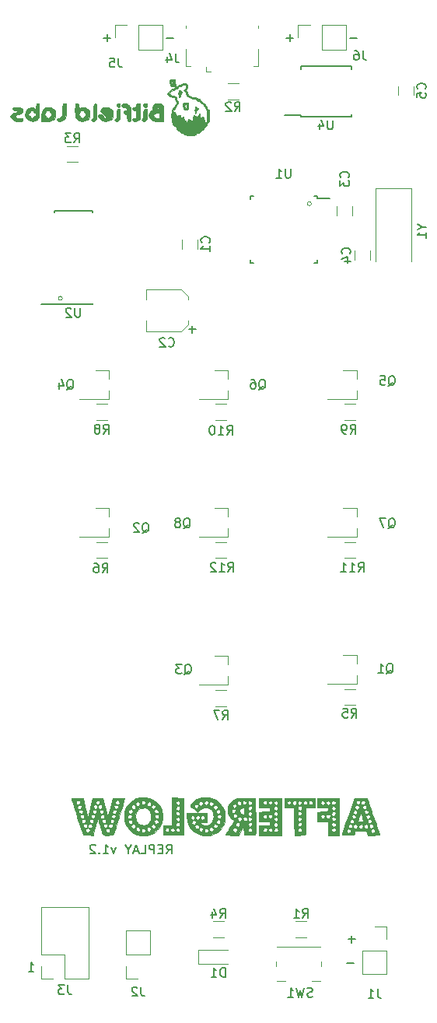
<source format=gbr>
%TF.GenerationSoftware,KiCad,Pcbnew,5.1.9*%
%TF.CreationDate,2021-02-07T10:12:46+01:00*%
%TF.ProjectId,afterglow_replay,61667465-7267-46c6-9f77-5f7265706c61,rev?*%
%TF.SameCoordinates,Original*%
%TF.FileFunction,Legend,Bot*%
%TF.FilePolarity,Positive*%
%FSLAX46Y46*%
G04 Gerber Fmt 4.6, Leading zero omitted, Abs format (unit mm)*
G04 Created by KiCad (PCBNEW 5.1.9) date 2021-02-07 10:12:46*
%MOMM*%
%LPD*%
G01*
G04 APERTURE LIST*
%ADD10C,0.200000*%
%ADD11C,0.120000*%
%ADD12C,0.010000*%
%ADD13C,0.150000*%
G04 APERTURE END LIST*
D10*
X128080952Y-45971428D02*
X127319047Y-45971428D01*
X148080952Y-45971428D02*
X147319047Y-45971428D01*
X121280952Y-45971428D02*
X120519047Y-45971428D01*
X120900000Y-46352380D02*
X120900000Y-45590476D01*
X141180952Y-45971428D02*
X140419047Y-45971428D01*
X140800000Y-46352380D02*
X140800000Y-45590476D01*
D11*
X116023607Y-74300000D02*
G75*
G03*
X116023607Y-74300000I-223607J0D01*
G01*
X143123607Y-64000000D02*
G75*
G03*
X143123607Y-64000000I-223607J0D01*
G01*
D10*
X127357142Y-134752380D02*
X127690476Y-134276190D01*
X127928571Y-134752380D02*
X127928571Y-133752380D01*
X127547619Y-133752380D01*
X127452380Y-133800000D01*
X127404761Y-133847619D01*
X127357142Y-133942857D01*
X127357142Y-134085714D01*
X127404761Y-134180952D01*
X127452380Y-134228571D01*
X127547619Y-134276190D01*
X127928571Y-134276190D01*
X126928571Y-134228571D02*
X126595238Y-134228571D01*
X126452380Y-134752380D02*
X126928571Y-134752380D01*
X126928571Y-133752380D01*
X126452380Y-133752380D01*
X126023809Y-134752380D02*
X126023809Y-133752380D01*
X125642857Y-133752380D01*
X125547619Y-133800000D01*
X125500000Y-133847619D01*
X125452380Y-133942857D01*
X125452380Y-134085714D01*
X125500000Y-134180952D01*
X125547619Y-134228571D01*
X125642857Y-134276190D01*
X126023809Y-134276190D01*
X124547619Y-134752380D02*
X125023809Y-134752380D01*
X125023809Y-133752380D01*
X124261904Y-134466666D02*
X123785714Y-134466666D01*
X124357142Y-134752380D02*
X124023809Y-133752380D01*
X123690476Y-134752380D01*
X123166666Y-134276190D02*
X123166666Y-134752380D01*
X123500000Y-133752380D02*
X123166666Y-134276190D01*
X122833333Y-133752380D01*
X121833333Y-134085714D02*
X121595238Y-134752380D01*
X121357142Y-134085714D01*
X120452380Y-134752380D02*
X121023809Y-134752380D01*
X120738095Y-134752380D02*
X120738095Y-133752380D01*
X120833333Y-133895238D01*
X120928571Y-133990476D01*
X121023809Y-134038095D01*
X120023809Y-134657142D02*
X119976190Y-134704761D01*
X120023809Y-134752380D01*
X120071428Y-134704761D01*
X120023809Y-134657142D01*
X120023809Y-134752380D01*
X119595238Y-133847619D02*
X119547619Y-133800000D01*
X119452380Y-133752380D01*
X119214285Y-133752380D01*
X119119047Y-133800000D01*
X119071428Y-133847619D01*
X119023809Y-133942857D01*
X119023809Y-134038095D01*
X119071428Y-134180952D01*
X119642857Y-134752380D01*
X119023809Y-134752380D01*
X147780952Y-146671428D02*
X147019047Y-146671428D01*
X147880952Y-144071428D02*
X147119047Y-144071428D01*
X147500000Y-144452380D02*
X147500000Y-143690476D01*
X112314285Y-147552380D02*
X112885714Y-147552380D01*
X112600000Y-147552380D02*
X112600000Y-146552380D01*
X112695238Y-146695238D01*
X112790476Y-146790476D01*
X112885714Y-146838095D01*
D11*
%TO.C,J6*%
X141670000Y-44570000D02*
X141670000Y-45900000D01*
X143000000Y-44570000D02*
X141670000Y-44570000D01*
X144270000Y-44570000D02*
X144270000Y-47230000D01*
X144270000Y-47230000D02*
X146870000Y-47230000D01*
X144270000Y-44570000D02*
X146870000Y-44570000D01*
X146870000Y-44570000D02*
X146870000Y-47230000D01*
%TO.C,J5*%
X121730000Y-44570000D02*
X121730000Y-45900000D01*
X123060000Y-44570000D02*
X121730000Y-44570000D01*
X124330000Y-44570000D02*
X124330000Y-47230000D01*
X124330000Y-47230000D02*
X126930000Y-47230000D01*
X124330000Y-44570000D02*
X126930000Y-44570000D01*
X126930000Y-44570000D02*
X126930000Y-47230000D01*
%TO.C,C2*%
X128920000Y-73310000D02*
X129690000Y-74080000D01*
X128920000Y-73310000D02*
X125110000Y-73310000D01*
X128920000Y-77890000D02*
X129690000Y-77120000D01*
X128920000Y-77890000D02*
X125110000Y-77890000D01*
X129690000Y-77120000D02*
X129690000Y-76720000D01*
X125110000Y-77890000D02*
X125110000Y-76720000D01*
X125110000Y-73310000D02*
X125110000Y-74480000D01*
X129690000Y-74080000D02*
X129690000Y-74480000D01*
%TO.C,J4*%
X131700000Y-49600000D02*
X131700000Y-49150000D01*
X131700000Y-49600000D02*
X132150000Y-49600000D01*
X137300000Y-49050000D02*
X136850000Y-49050000D01*
X137300000Y-47200000D02*
X137300000Y-49050000D01*
X129500000Y-44650000D02*
X129500000Y-44900000D01*
X137300000Y-44650000D02*
X137300000Y-44900000D01*
X129500000Y-47200000D02*
X129500000Y-49050000D01*
X129500000Y-49050000D02*
X129950000Y-49050000D01*
D12*
%TO.C,G\u002A\u002A\u002A*%
G36*
X127833587Y-50460133D02*
G01*
X127747366Y-50515256D01*
X127721161Y-50663453D01*
X127719333Y-50833000D01*
X127725660Y-51067103D01*
X127768533Y-51177958D01*
X127883797Y-51211649D01*
X128015667Y-51214000D01*
X128234840Y-51241539D01*
X128311464Y-51329433D01*
X128312000Y-51341000D01*
X128239499Y-51443763D01*
X128119024Y-51468000D01*
X127920160Y-51533180D01*
X127804000Y-51637333D01*
X127669479Y-51768485D01*
X127573643Y-51806666D01*
X127492298Y-51878957D01*
X127465333Y-52018333D01*
X127509494Y-52188571D01*
X127592333Y-52230000D01*
X127705005Y-52275717D01*
X127719333Y-52314666D01*
X127793762Y-52370628D01*
X127976777Y-52398602D01*
X128015667Y-52399333D01*
X128216065Y-52415147D01*
X128298104Y-52486312D01*
X128312000Y-52611000D01*
X128340983Y-52770114D01*
X128396667Y-52822666D01*
X128465457Y-52893579D01*
X128481333Y-52992000D01*
X128445877Y-53129580D01*
X128396667Y-53161333D01*
X128321552Y-53229909D01*
X128312000Y-53288333D01*
X128244227Y-53400581D01*
X128185000Y-53415333D01*
X128081572Y-53485919D01*
X128058000Y-53584666D01*
X128022544Y-53722247D01*
X127973333Y-53754000D01*
X127931404Y-53833216D01*
X127901940Y-54049485D01*
X127888949Y-54370740D01*
X127888667Y-54431333D01*
X127898569Y-54766765D01*
X127925603Y-55002480D01*
X127965759Y-55106408D01*
X127973333Y-55108666D01*
X128036979Y-55181122D01*
X128058000Y-55320333D01*
X128089036Y-55479414D01*
X128148714Y-55532000D01*
X128276210Y-55587503D01*
X128412945Y-55707805D01*
X128481119Y-55823592D01*
X128481333Y-55828333D01*
X128543634Y-55941919D01*
X128678667Y-56063738D01*
X128808631Y-56124475D01*
X128813953Y-56124666D01*
X128900997Y-56185537D01*
X128904667Y-56209333D01*
X128975579Y-56278123D01*
X129074000Y-56294000D01*
X129211904Y-56346939D01*
X129243333Y-56421000D01*
X129275236Y-56486162D01*
X129390989Y-56525269D01*
X129620659Y-56543957D01*
X129920667Y-56548000D01*
X130268201Y-56542018D01*
X130476769Y-56520314D01*
X130576438Y-56477251D01*
X130598000Y-56421000D01*
X130670502Y-56318236D01*
X130790976Y-56294000D01*
X130989840Y-56228819D01*
X131106000Y-56124666D01*
X131240522Y-55993514D01*
X131336358Y-55955333D01*
X131436241Y-55888793D01*
X131444667Y-55847024D01*
X131507193Y-55718070D01*
X131614000Y-55616666D01*
X131747277Y-55446325D01*
X131783333Y-55301642D01*
X131831048Y-55145493D01*
X131910333Y-55108666D01*
X131975496Y-55076763D01*
X132014603Y-54961011D01*
X132033291Y-54731341D01*
X132037333Y-54431333D01*
X131783333Y-54431333D01*
X131779798Y-54768809D01*
X131763516Y-54971067D01*
X131725970Y-55072168D01*
X131658646Y-55106174D01*
X131614000Y-55108666D01*
X131497292Y-55075518D01*
X131450202Y-54946111D01*
X131444667Y-54812333D01*
X131417127Y-54593160D01*
X131329233Y-54516535D01*
X131317667Y-54516000D01*
X131205418Y-54583772D01*
X131190667Y-54643000D01*
X131144949Y-54755671D01*
X131106000Y-54770000D01*
X131050038Y-54695571D01*
X131022065Y-54512556D01*
X131021333Y-54473666D01*
X131000068Y-54277799D01*
X130947778Y-54179892D01*
X130936667Y-54177333D01*
X130867877Y-54248245D01*
X130852000Y-54346666D01*
X130802391Y-54479451D01*
X130640333Y-54516000D01*
X130481219Y-54487017D01*
X130428667Y-54431333D01*
X130364238Y-54349126D01*
X130344000Y-54346666D01*
X130288038Y-54421095D01*
X130260065Y-54604110D01*
X130259333Y-54643000D01*
X130243519Y-54843398D01*
X130172354Y-54925437D01*
X130047667Y-54939333D01*
X129888552Y-54910350D01*
X129836000Y-54854666D01*
X129771571Y-54772460D01*
X129751333Y-54770000D01*
X129682543Y-54840912D01*
X129666667Y-54939333D01*
X129631211Y-55076913D01*
X129582000Y-55108666D01*
X129499794Y-55044237D01*
X129497333Y-55024000D01*
X129428757Y-54948885D01*
X129370333Y-54939333D01*
X129268190Y-54865732D01*
X129243333Y-54727666D01*
X129214351Y-54568551D01*
X129158667Y-54516000D01*
X129083552Y-54584576D01*
X129074000Y-54643000D01*
X129028283Y-54755671D01*
X128989333Y-54770000D01*
X128925688Y-54697543D01*
X128904667Y-54558333D01*
X128857245Y-54401658D01*
X128753766Y-54342312D01*
X128652409Y-54402850D01*
X128629752Y-54451744D01*
X128561629Y-54488579D01*
X128456152Y-54421069D01*
X128358068Y-54292968D01*
X128312126Y-54148029D01*
X128312000Y-54141047D01*
X128246860Y-54024961D01*
X128185000Y-54008000D01*
X128072752Y-53940227D01*
X128058000Y-53881000D01*
X128125773Y-53768751D01*
X128185000Y-53754000D01*
X128288428Y-53683413D01*
X128312000Y-53584666D01*
X128347456Y-53447086D01*
X128396667Y-53415333D01*
X128471781Y-53346756D01*
X128481333Y-53288333D01*
X128527051Y-53175661D01*
X128566000Y-53161333D01*
X128634790Y-53090420D01*
X128650667Y-52992000D01*
X128615211Y-52854419D01*
X128566000Y-52822666D01*
X128498013Y-52751497D01*
X128481333Y-52647285D01*
X128407876Y-52412987D01*
X128206181Y-52267235D01*
X127979381Y-52230000D01*
X127791718Y-52205490D01*
X127723440Y-52111529D01*
X127719333Y-52054619D01*
X127794031Y-51821150D01*
X127982802Y-51668340D01*
X128136619Y-51637333D01*
X128277450Y-51602975D01*
X128312000Y-51552666D01*
X128382913Y-51483876D01*
X128481333Y-51468000D01*
X128619238Y-51415060D01*
X128650667Y-51341000D01*
X128724268Y-51238856D01*
X128862333Y-51214000D01*
X129021448Y-51185017D01*
X129074000Y-51129333D01*
X129146456Y-51065687D01*
X129285667Y-51044666D01*
X129446789Y-51079636D01*
X129496440Y-51217326D01*
X129497333Y-51256333D01*
X129453173Y-51426571D01*
X129370333Y-51468000D01*
X129266905Y-51538586D01*
X129243333Y-51637333D01*
X129296273Y-51775237D01*
X129370333Y-51806666D01*
X129473676Y-51877631D01*
X129497333Y-51979848D01*
X129574489Y-52219260D01*
X129776053Y-52418889D01*
X130057174Y-52543900D01*
X130255485Y-52568666D01*
X130492416Y-52589168D01*
X130591127Y-52657313D01*
X130598000Y-52695666D01*
X130670502Y-52798430D01*
X130790976Y-52822666D01*
X130989840Y-52887847D01*
X131106000Y-52992000D01*
X131240522Y-53123151D01*
X131336358Y-53161333D01*
X131432263Y-53229496D01*
X131444667Y-53288333D01*
X131490384Y-53401005D01*
X131529333Y-53415333D01*
X131598124Y-53486245D01*
X131614000Y-53584666D01*
X131649456Y-53722247D01*
X131698667Y-53754000D01*
X131740596Y-53833216D01*
X131770060Y-54049485D01*
X131783051Y-54370740D01*
X131783333Y-54431333D01*
X132037333Y-54431333D01*
X132031352Y-54083799D01*
X132009648Y-53875231D01*
X131966585Y-53775562D01*
X131910333Y-53754000D01*
X131806905Y-53683413D01*
X131783333Y-53584666D01*
X131747877Y-53447086D01*
X131698667Y-53415333D01*
X131617425Y-53350114D01*
X131614000Y-53324619D01*
X131558496Y-53197123D01*
X131438194Y-53060388D01*
X131322408Y-52992214D01*
X131317667Y-52992000D01*
X131204080Y-52929699D01*
X131082262Y-52794666D01*
X131021525Y-52664702D01*
X131021333Y-52659380D01*
X130948916Y-52591203D01*
X130809667Y-52568666D01*
X130650552Y-52539684D01*
X130598000Y-52484000D01*
X130522801Y-52431365D01*
X130334572Y-52401726D01*
X130253286Y-52399333D01*
X129925661Y-52348450D01*
X129727398Y-52199894D01*
X129666667Y-51982047D01*
X129632309Y-51841216D01*
X129582000Y-51806666D01*
X129513210Y-51735754D01*
X129497333Y-51637333D01*
X129532790Y-51499752D01*
X129582000Y-51468000D01*
X129653522Y-51402324D01*
X129659663Y-51250433D01*
X129605630Y-51080031D01*
X129545714Y-50996285D01*
X129397084Y-50908278D01*
X129225883Y-50877284D01*
X129099816Y-50908512D01*
X129074000Y-50960000D01*
X129001544Y-51023645D01*
X128862333Y-51044666D01*
X128703219Y-51073649D01*
X128650667Y-51129333D01*
X128579754Y-51198123D01*
X128481333Y-51214000D01*
X128375514Y-51189071D01*
X128325474Y-51085558D01*
X128312065Y-50860370D01*
X128312000Y-50833000D01*
X128058000Y-50833000D01*
X128029018Y-50992114D01*
X127973333Y-51044666D01*
X127909688Y-50972210D01*
X127888667Y-50833000D01*
X127917649Y-50673885D01*
X127973333Y-50621333D01*
X128036979Y-50693789D01*
X128058000Y-50833000D01*
X128312000Y-50833000D01*
X128305674Y-50598896D01*
X128262801Y-50488041D01*
X128147536Y-50454350D01*
X128015667Y-50452000D01*
X127833587Y-50460133D01*
G37*
X127833587Y-50460133D02*
X127747366Y-50515256D01*
X127721161Y-50663453D01*
X127719333Y-50833000D01*
X127725660Y-51067103D01*
X127768533Y-51177958D01*
X127883797Y-51211649D01*
X128015667Y-51214000D01*
X128234840Y-51241539D01*
X128311464Y-51329433D01*
X128312000Y-51341000D01*
X128239499Y-51443763D01*
X128119024Y-51468000D01*
X127920160Y-51533180D01*
X127804000Y-51637333D01*
X127669479Y-51768485D01*
X127573643Y-51806666D01*
X127492298Y-51878957D01*
X127465333Y-52018333D01*
X127509494Y-52188571D01*
X127592333Y-52230000D01*
X127705005Y-52275717D01*
X127719333Y-52314666D01*
X127793762Y-52370628D01*
X127976777Y-52398602D01*
X128015667Y-52399333D01*
X128216065Y-52415147D01*
X128298104Y-52486312D01*
X128312000Y-52611000D01*
X128340983Y-52770114D01*
X128396667Y-52822666D01*
X128465457Y-52893579D01*
X128481333Y-52992000D01*
X128445877Y-53129580D01*
X128396667Y-53161333D01*
X128321552Y-53229909D01*
X128312000Y-53288333D01*
X128244227Y-53400581D01*
X128185000Y-53415333D01*
X128081572Y-53485919D01*
X128058000Y-53584666D01*
X128022544Y-53722247D01*
X127973333Y-53754000D01*
X127931404Y-53833216D01*
X127901940Y-54049485D01*
X127888949Y-54370740D01*
X127888667Y-54431333D01*
X127898569Y-54766765D01*
X127925603Y-55002480D01*
X127965759Y-55106408D01*
X127973333Y-55108666D01*
X128036979Y-55181122D01*
X128058000Y-55320333D01*
X128089036Y-55479414D01*
X128148714Y-55532000D01*
X128276210Y-55587503D01*
X128412945Y-55707805D01*
X128481119Y-55823592D01*
X128481333Y-55828333D01*
X128543634Y-55941919D01*
X128678667Y-56063738D01*
X128808631Y-56124475D01*
X128813953Y-56124666D01*
X128900997Y-56185537D01*
X128904667Y-56209333D01*
X128975579Y-56278123D01*
X129074000Y-56294000D01*
X129211904Y-56346939D01*
X129243333Y-56421000D01*
X129275236Y-56486162D01*
X129390989Y-56525269D01*
X129620659Y-56543957D01*
X129920667Y-56548000D01*
X130268201Y-56542018D01*
X130476769Y-56520314D01*
X130576438Y-56477251D01*
X130598000Y-56421000D01*
X130670502Y-56318236D01*
X130790976Y-56294000D01*
X130989840Y-56228819D01*
X131106000Y-56124666D01*
X131240522Y-55993514D01*
X131336358Y-55955333D01*
X131436241Y-55888793D01*
X131444667Y-55847024D01*
X131507193Y-55718070D01*
X131614000Y-55616666D01*
X131747277Y-55446325D01*
X131783333Y-55301642D01*
X131831048Y-55145493D01*
X131910333Y-55108666D01*
X131975496Y-55076763D01*
X132014603Y-54961011D01*
X132033291Y-54731341D01*
X132037333Y-54431333D01*
X131783333Y-54431333D01*
X131779798Y-54768809D01*
X131763516Y-54971067D01*
X131725970Y-55072168D01*
X131658646Y-55106174D01*
X131614000Y-55108666D01*
X131497292Y-55075518D01*
X131450202Y-54946111D01*
X131444667Y-54812333D01*
X131417127Y-54593160D01*
X131329233Y-54516535D01*
X131317667Y-54516000D01*
X131205418Y-54583772D01*
X131190667Y-54643000D01*
X131144949Y-54755671D01*
X131106000Y-54770000D01*
X131050038Y-54695571D01*
X131022065Y-54512556D01*
X131021333Y-54473666D01*
X131000068Y-54277799D01*
X130947778Y-54179892D01*
X130936667Y-54177333D01*
X130867877Y-54248245D01*
X130852000Y-54346666D01*
X130802391Y-54479451D01*
X130640333Y-54516000D01*
X130481219Y-54487017D01*
X130428667Y-54431333D01*
X130364238Y-54349126D01*
X130344000Y-54346666D01*
X130288038Y-54421095D01*
X130260065Y-54604110D01*
X130259333Y-54643000D01*
X130243519Y-54843398D01*
X130172354Y-54925437D01*
X130047667Y-54939333D01*
X129888552Y-54910350D01*
X129836000Y-54854666D01*
X129771571Y-54772460D01*
X129751333Y-54770000D01*
X129682543Y-54840912D01*
X129666667Y-54939333D01*
X129631211Y-55076913D01*
X129582000Y-55108666D01*
X129499794Y-55044237D01*
X129497333Y-55024000D01*
X129428757Y-54948885D01*
X129370333Y-54939333D01*
X129268190Y-54865732D01*
X129243333Y-54727666D01*
X129214351Y-54568551D01*
X129158667Y-54516000D01*
X129083552Y-54584576D01*
X129074000Y-54643000D01*
X129028283Y-54755671D01*
X128989333Y-54770000D01*
X128925688Y-54697543D01*
X128904667Y-54558333D01*
X128857245Y-54401658D01*
X128753766Y-54342312D01*
X128652409Y-54402850D01*
X128629752Y-54451744D01*
X128561629Y-54488579D01*
X128456152Y-54421069D01*
X128358068Y-54292968D01*
X128312126Y-54148029D01*
X128312000Y-54141047D01*
X128246860Y-54024961D01*
X128185000Y-54008000D01*
X128072752Y-53940227D01*
X128058000Y-53881000D01*
X128125773Y-53768751D01*
X128185000Y-53754000D01*
X128288428Y-53683413D01*
X128312000Y-53584666D01*
X128347456Y-53447086D01*
X128396667Y-53415333D01*
X128471781Y-53346756D01*
X128481333Y-53288333D01*
X128527051Y-53175661D01*
X128566000Y-53161333D01*
X128634790Y-53090420D01*
X128650667Y-52992000D01*
X128615211Y-52854419D01*
X128566000Y-52822666D01*
X128498013Y-52751497D01*
X128481333Y-52647285D01*
X128407876Y-52412987D01*
X128206181Y-52267235D01*
X127979381Y-52230000D01*
X127791718Y-52205490D01*
X127723440Y-52111529D01*
X127719333Y-52054619D01*
X127794031Y-51821150D01*
X127982802Y-51668340D01*
X128136619Y-51637333D01*
X128277450Y-51602975D01*
X128312000Y-51552666D01*
X128382913Y-51483876D01*
X128481333Y-51468000D01*
X128619238Y-51415060D01*
X128650667Y-51341000D01*
X128724268Y-51238856D01*
X128862333Y-51214000D01*
X129021448Y-51185017D01*
X129074000Y-51129333D01*
X129146456Y-51065687D01*
X129285667Y-51044666D01*
X129446789Y-51079636D01*
X129496440Y-51217326D01*
X129497333Y-51256333D01*
X129453173Y-51426571D01*
X129370333Y-51468000D01*
X129266905Y-51538586D01*
X129243333Y-51637333D01*
X129296273Y-51775237D01*
X129370333Y-51806666D01*
X129473676Y-51877631D01*
X129497333Y-51979848D01*
X129574489Y-52219260D01*
X129776053Y-52418889D01*
X130057174Y-52543900D01*
X130255485Y-52568666D01*
X130492416Y-52589168D01*
X130591127Y-52657313D01*
X130598000Y-52695666D01*
X130670502Y-52798430D01*
X130790976Y-52822666D01*
X130989840Y-52887847D01*
X131106000Y-52992000D01*
X131240522Y-53123151D01*
X131336358Y-53161333D01*
X131432263Y-53229496D01*
X131444667Y-53288333D01*
X131490384Y-53401005D01*
X131529333Y-53415333D01*
X131598124Y-53486245D01*
X131614000Y-53584666D01*
X131649456Y-53722247D01*
X131698667Y-53754000D01*
X131740596Y-53833216D01*
X131770060Y-54049485D01*
X131783051Y-54370740D01*
X131783333Y-54431333D01*
X132037333Y-54431333D01*
X132031352Y-54083799D01*
X132009648Y-53875231D01*
X131966585Y-53775562D01*
X131910333Y-53754000D01*
X131806905Y-53683413D01*
X131783333Y-53584666D01*
X131747877Y-53447086D01*
X131698667Y-53415333D01*
X131617425Y-53350114D01*
X131614000Y-53324619D01*
X131558496Y-53197123D01*
X131438194Y-53060388D01*
X131322408Y-52992214D01*
X131317667Y-52992000D01*
X131204080Y-52929699D01*
X131082262Y-52794666D01*
X131021525Y-52664702D01*
X131021333Y-52659380D01*
X130948916Y-52591203D01*
X130809667Y-52568666D01*
X130650552Y-52539684D01*
X130598000Y-52484000D01*
X130522801Y-52431365D01*
X130334572Y-52401726D01*
X130253286Y-52399333D01*
X129925661Y-52348450D01*
X129727398Y-52199894D01*
X129666667Y-51982047D01*
X129632309Y-51841216D01*
X129582000Y-51806666D01*
X129513210Y-51735754D01*
X129497333Y-51637333D01*
X129532790Y-51499752D01*
X129582000Y-51468000D01*
X129653522Y-51402324D01*
X129659663Y-51250433D01*
X129605630Y-51080031D01*
X129545714Y-50996285D01*
X129397084Y-50908278D01*
X129225883Y-50877284D01*
X129099816Y-50908512D01*
X129074000Y-50960000D01*
X129001544Y-51023645D01*
X128862333Y-51044666D01*
X128703219Y-51073649D01*
X128650667Y-51129333D01*
X128579754Y-51198123D01*
X128481333Y-51214000D01*
X128375514Y-51189071D01*
X128325474Y-51085558D01*
X128312065Y-50860370D01*
X128312000Y-50833000D01*
X128058000Y-50833000D01*
X128029018Y-50992114D01*
X127973333Y-51044666D01*
X127909688Y-50972210D01*
X127888667Y-50833000D01*
X127917649Y-50673885D01*
X127973333Y-50621333D01*
X128036979Y-50693789D01*
X128058000Y-50833000D01*
X128312000Y-50833000D01*
X128305674Y-50598896D01*
X128262801Y-50488041D01*
X128147536Y-50454350D01*
X128015667Y-50452000D01*
X127833587Y-50460133D01*
G36*
X126315674Y-53089038D02*
G01*
X126107670Y-53130954D01*
X125977619Y-53197619D01*
X125890000Y-53366472D01*
X125856667Y-53578619D01*
X125820582Y-53782898D01*
X125729667Y-53838666D01*
X125617418Y-53906439D01*
X125602667Y-53965666D01*
X125556949Y-54078338D01*
X125518000Y-54092666D01*
X125459090Y-54166374D01*
X125433375Y-54344549D01*
X125433333Y-54352714D01*
X125483452Y-54603221D01*
X125610105Y-54788297D01*
X125765953Y-54854666D01*
X125852997Y-54915537D01*
X125856667Y-54939333D01*
X125934977Y-54982765D01*
X126144862Y-55012776D01*
X126448758Y-55023999D01*
X126449333Y-55024000D01*
X127042000Y-55024000D01*
X127042000Y-54401884D01*
X126618667Y-54401884D01*
X126604672Y-54591956D01*
X126528147Y-54669914D01*
X126337280Y-54685316D01*
X126322333Y-54685333D01*
X126097148Y-54654647D01*
X126026000Y-54565388D01*
X125963241Y-54434742D01*
X125920923Y-54410418D01*
X125864062Y-54345448D01*
X125928000Y-54256288D01*
X126072419Y-54170869D01*
X126257006Y-54117120D01*
X126353280Y-54110890D01*
X126534410Y-54133344D01*
X126606454Y-54222319D01*
X126618667Y-54401884D01*
X127042000Y-54401884D01*
X127042000Y-54135000D01*
X127038107Y-53729033D01*
X127030299Y-53584666D01*
X126618667Y-53584666D01*
X126546211Y-53648312D01*
X126407000Y-53669333D01*
X126247885Y-53640350D01*
X126195333Y-53584666D01*
X126267790Y-53521020D01*
X126407000Y-53500000D01*
X126566115Y-53528982D01*
X126618667Y-53584666D01*
X127030299Y-53584666D01*
X127023823Y-53464941D01*
X126995243Y-53315387D01*
X126948463Y-53253036D01*
X126915000Y-53246000D01*
X126802328Y-53200282D01*
X126788000Y-53161333D01*
X126715599Y-53101551D01*
X126538237Y-53078345D01*
X126315674Y-53089038D01*
G37*
X126315674Y-53089038D02*
X126107670Y-53130954D01*
X125977619Y-53197619D01*
X125890000Y-53366472D01*
X125856667Y-53578619D01*
X125820582Y-53782898D01*
X125729667Y-53838666D01*
X125617418Y-53906439D01*
X125602667Y-53965666D01*
X125556949Y-54078338D01*
X125518000Y-54092666D01*
X125459090Y-54166374D01*
X125433375Y-54344549D01*
X125433333Y-54352714D01*
X125483452Y-54603221D01*
X125610105Y-54788297D01*
X125765953Y-54854666D01*
X125852997Y-54915537D01*
X125856667Y-54939333D01*
X125934977Y-54982765D01*
X126144862Y-55012776D01*
X126448758Y-55023999D01*
X126449333Y-55024000D01*
X127042000Y-55024000D01*
X127042000Y-54401884D01*
X126618667Y-54401884D01*
X126604672Y-54591956D01*
X126528147Y-54669914D01*
X126337280Y-54685316D01*
X126322333Y-54685333D01*
X126097148Y-54654647D01*
X126026000Y-54565388D01*
X125963241Y-54434742D01*
X125920923Y-54410418D01*
X125864062Y-54345448D01*
X125928000Y-54256288D01*
X126072419Y-54170869D01*
X126257006Y-54117120D01*
X126353280Y-54110890D01*
X126534410Y-54133344D01*
X126606454Y-54222319D01*
X126618667Y-54401884D01*
X127042000Y-54401884D01*
X127042000Y-54135000D01*
X127038107Y-53729033D01*
X127030299Y-53584666D01*
X126618667Y-53584666D01*
X126546211Y-53648312D01*
X126407000Y-53669333D01*
X126247885Y-53640350D01*
X126195333Y-53584666D01*
X126267790Y-53521020D01*
X126407000Y-53500000D01*
X126566115Y-53528982D01*
X126618667Y-53584666D01*
X127030299Y-53584666D01*
X127023823Y-53464941D01*
X126995243Y-53315387D01*
X126948463Y-53253036D01*
X126915000Y-53246000D01*
X126802328Y-53200282D01*
X126788000Y-53161333D01*
X126715599Y-53101551D01*
X126538237Y-53078345D01*
X126315674Y-53089038D01*
G36*
X124935025Y-53680089D02*
G01*
X124871690Y-53738866D01*
X124845762Y-53885424D01*
X124840672Y-54159527D01*
X124840667Y-54177333D01*
X124827814Y-54447923D01*
X124794236Y-54631373D01*
X124756000Y-54685333D01*
X124687210Y-54756245D01*
X124671333Y-54854666D01*
X124735535Y-54982090D01*
X124887173Y-55023464D01*
X125064794Y-54973399D01*
X125158167Y-54897352D01*
X125217337Y-54744661D01*
X125254813Y-54472808D01*
X125264000Y-54223240D01*
X125260345Y-53926221D01*
X125239664Y-53760382D01*
X125187384Y-53687585D01*
X125088932Y-53669696D01*
X125052333Y-53669333D01*
X124935025Y-53680089D01*
G37*
X124935025Y-53680089D02*
X124871690Y-53738866D01*
X124845762Y-53885424D01*
X124840672Y-54159527D01*
X124840667Y-54177333D01*
X124827814Y-54447923D01*
X124794236Y-54631373D01*
X124756000Y-54685333D01*
X124687210Y-54756245D01*
X124671333Y-54854666D01*
X124735535Y-54982090D01*
X124887173Y-55023464D01*
X125064794Y-54973399D01*
X125158167Y-54897352D01*
X125217337Y-54744661D01*
X125254813Y-54472808D01*
X125264000Y-54223240D01*
X125260345Y-53926221D01*
X125239664Y-53760382D01*
X125187384Y-53687585D01*
X125088932Y-53669696D01*
X125052333Y-53669333D01*
X124935025Y-53680089D01*
G36*
X124129212Y-53111636D02*
G01*
X124079561Y-53249326D01*
X124078667Y-53288333D01*
X124043697Y-53449455D01*
X123906007Y-53499106D01*
X123867000Y-53500000D01*
X123701019Y-53539686D01*
X123655333Y-53669333D01*
X123704942Y-53802118D01*
X123867000Y-53838666D01*
X123992622Y-53852391D01*
X124055292Y-53922437D01*
X124076662Y-54092106D01*
X124078667Y-54262000D01*
X124071804Y-54513244D01*
X124036782Y-54638583D01*
X123951947Y-54681323D01*
X123867000Y-54685333D01*
X123701019Y-54725020D01*
X123655333Y-54854666D01*
X123688482Y-54971374D01*
X123817889Y-55018464D01*
X123951667Y-55024000D01*
X124147534Y-55002734D01*
X124245441Y-54950444D01*
X124248000Y-54939333D01*
X124316577Y-54864218D01*
X124375000Y-54854666D01*
X124432995Y-54827411D01*
X124470723Y-54727424D01*
X124492088Y-54527368D01*
X124500995Y-54199909D01*
X124502000Y-53965666D01*
X124502000Y-53076666D01*
X124290333Y-53076666D01*
X124129212Y-53111636D01*
G37*
X124129212Y-53111636D02*
X124079561Y-53249326D01*
X124078667Y-53288333D01*
X124043697Y-53449455D01*
X123906007Y-53499106D01*
X123867000Y-53500000D01*
X123701019Y-53539686D01*
X123655333Y-53669333D01*
X123704942Y-53802118D01*
X123867000Y-53838666D01*
X123992622Y-53852391D01*
X124055292Y-53922437D01*
X124076662Y-54092106D01*
X124078667Y-54262000D01*
X124071804Y-54513244D01*
X124036782Y-54638583D01*
X123951947Y-54681323D01*
X123867000Y-54685333D01*
X123701019Y-54725020D01*
X123655333Y-54854666D01*
X123688482Y-54971374D01*
X123817889Y-55018464D01*
X123951667Y-55024000D01*
X124147534Y-55002734D01*
X124245441Y-54950444D01*
X124248000Y-54939333D01*
X124316577Y-54864218D01*
X124375000Y-54854666D01*
X124432995Y-54827411D01*
X124470723Y-54727424D01*
X124492088Y-54527368D01*
X124500995Y-54199909D01*
X124502000Y-53965666D01*
X124502000Y-53076666D01*
X124290333Y-53076666D01*
X124129212Y-53111636D01*
G36*
X122565935Y-53092480D02*
G01*
X122483896Y-53163646D01*
X122470000Y-53288333D01*
X122508703Y-53453285D01*
X122645374Y-53499999D01*
X122645381Y-53500000D01*
X122822228Y-53548579D01*
X122985691Y-53660300D01*
X123062421Y-53784138D01*
X123062667Y-53790285D01*
X122991489Y-53829648D01*
X122893333Y-53838666D01*
X122760549Y-53888275D01*
X122724000Y-54050333D01*
X122763687Y-54216314D01*
X122893333Y-54262000D01*
X122999153Y-54286928D01*
X123049193Y-54390441D01*
X123062602Y-54615629D01*
X123062667Y-54643000D01*
X123071440Y-54878107D01*
X123114563Y-54989498D01*
X123217242Y-55022544D01*
X123274333Y-55024000D01*
X123374533Y-55017932D01*
X123436746Y-54978006D01*
X123470026Y-54871636D01*
X123483424Y-54666237D01*
X123485990Y-54329223D01*
X123486000Y-54262000D01*
X123477119Y-53896881D01*
X123452536Y-53636429D01*
X123415339Y-53508440D01*
X123401333Y-53500000D01*
X123326219Y-53431423D01*
X123316667Y-53373000D01*
X123248894Y-53260751D01*
X123189667Y-53246000D01*
X123076995Y-53200282D01*
X123062667Y-53161333D01*
X122988238Y-53105371D01*
X122805223Y-53077397D01*
X122766333Y-53076666D01*
X122565935Y-53092480D01*
G37*
X122565935Y-53092480D02*
X122483896Y-53163646D01*
X122470000Y-53288333D01*
X122508703Y-53453285D01*
X122645374Y-53499999D01*
X122645381Y-53500000D01*
X122822228Y-53548579D01*
X122985691Y-53660300D01*
X123062421Y-53784138D01*
X123062667Y-53790285D01*
X122991489Y-53829648D01*
X122893333Y-53838666D01*
X122760549Y-53888275D01*
X122724000Y-54050333D01*
X122763687Y-54216314D01*
X122893333Y-54262000D01*
X122999153Y-54286928D01*
X123049193Y-54390441D01*
X123062602Y-54615629D01*
X123062667Y-54643000D01*
X123071440Y-54878107D01*
X123114563Y-54989498D01*
X123217242Y-55022544D01*
X123274333Y-55024000D01*
X123374533Y-55017932D01*
X123436746Y-54978006D01*
X123470026Y-54871636D01*
X123483424Y-54666237D01*
X123485990Y-54329223D01*
X123486000Y-54262000D01*
X123477119Y-53896881D01*
X123452536Y-53636429D01*
X123415339Y-53508440D01*
X123401333Y-53500000D01*
X123326219Y-53431423D01*
X123316667Y-53373000D01*
X123248894Y-53260751D01*
X123189667Y-53246000D01*
X123076995Y-53200282D01*
X123062667Y-53161333D01*
X122988238Y-53105371D01*
X122805223Y-53077397D01*
X122766333Y-53076666D01*
X122565935Y-53092480D01*
G36*
X122036757Y-53687869D02*
G01*
X121985653Y-53769293D01*
X121965113Y-53952330D01*
X121962000Y-54177333D01*
X121952247Y-54472305D01*
X121917672Y-54630675D01*
X121850302Y-54684331D01*
X121835000Y-54685333D01*
X121731572Y-54755919D01*
X121708000Y-54854666D01*
X121772202Y-54982090D01*
X121923839Y-55023464D01*
X122101461Y-54973399D01*
X122194833Y-54897352D01*
X122254004Y-54744661D01*
X122291480Y-54472808D01*
X122300667Y-54223240D01*
X122295456Y-53924240D01*
X122272218Y-53757133D01*
X122219547Y-53684608D01*
X122131333Y-53669333D01*
X122036757Y-53687869D01*
G37*
X122036757Y-53687869D02*
X121985653Y-53769293D01*
X121965113Y-53952330D01*
X121962000Y-54177333D01*
X121952247Y-54472305D01*
X121917672Y-54630675D01*
X121850302Y-54684331D01*
X121835000Y-54685333D01*
X121731572Y-54755919D01*
X121708000Y-54854666D01*
X121772202Y-54982090D01*
X121923839Y-55023464D01*
X122101461Y-54973399D01*
X122194833Y-54897352D01*
X122254004Y-54744661D01*
X122291480Y-54472808D01*
X122300667Y-54223240D01*
X122295456Y-53924240D01*
X122272218Y-53757133D01*
X122219547Y-53684608D01*
X122131333Y-53669333D01*
X122036757Y-53687869D01*
G36*
X120643008Y-53512371D02*
G01*
X120435003Y-53554287D01*
X120304953Y-53620952D01*
X120202755Y-53787052D01*
X120184000Y-53878800D01*
X120242234Y-54027571D01*
X120380966Y-54208651D01*
X120546247Y-54362912D01*
X120684125Y-54431224D01*
X120688152Y-54431333D01*
X120766658Y-54499848D01*
X120776667Y-54558333D01*
X120708894Y-54670581D01*
X120649667Y-54685333D01*
X120537046Y-54636419D01*
X120522667Y-54594619D01*
X120450428Y-54435258D01*
X120279820Y-54306397D01*
X120105381Y-54262000D01*
X119968706Y-54308710D01*
X119930000Y-54473658D01*
X119930000Y-54473666D01*
X119966991Y-54632636D01*
X120038309Y-54685333D01*
X120167263Y-54747859D01*
X120268667Y-54854666D01*
X120420194Y-54976320D01*
X120669797Y-55022285D01*
X120753024Y-55024000D01*
X120973675Y-55006371D01*
X121102060Y-54962003D01*
X121115333Y-54939333D01*
X121180552Y-54858091D01*
X121206048Y-54854666D01*
X121375073Y-54777559D01*
X121492872Y-54570967D01*
X121538625Y-54271989D01*
X121538667Y-54262000D01*
X121526502Y-54177333D01*
X121115333Y-54177333D01*
X121073662Y-54257399D01*
X120951836Y-54191772D01*
X120897619Y-54141047D01*
X120794161Y-53989278D01*
X120791318Y-53872214D01*
X120861333Y-53838666D01*
X120936448Y-53907243D01*
X120946000Y-53965666D01*
X120991718Y-54078338D01*
X121030667Y-54092666D01*
X121112873Y-54157095D01*
X121115333Y-54177333D01*
X121526502Y-54177333D01*
X121495392Y-53960827D01*
X121379448Y-53750931D01*
X121211654Y-53669407D01*
X121206048Y-53669333D01*
X121119003Y-53608462D01*
X121115333Y-53584666D01*
X121042933Y-53524884D01*
X120865571Y-53501678D01*
X120643008Y-53512371D01*
G37*
X120643008Y-53512371D02*
X120435003Y-53554287D01*
X120304953Y-53620952D01*
X120202755Y-53787052D01*
X120184000Y-53878800D01*
X120242234Y-54027571D01*
X120380966Y-54208651D01*
X120546247Y-54362912D01*
X120684125Y-54431224D01*
X120688152Y-54431333D01*
X120766658Y-54499848D01*
X120776667Y-54558333D01*
X120708894Y-54670581D01*
X120649667Y-54685333D01*
X120537046Y-54636419D01*
X120522667Y-54594619D01*
X120450428Y-54435258D01*
X120279820Y-54306397D01*
X120105381Y-54262000D01*
X119968706Y-54308710D01*
X119930000Y-54473658D01*
X119930000Y-54473666D01*
X119966991Y-54632636D01*
X120038309Y-54685333D01*
X120167263Y-54747859D01*
X120268667Y-54854666D01*
X120420194Y-54976320D01*
X120669797Y-55022285D01*
X120753024Y-55024000D01*
X120973675Y-55006371D01*
X121102060Y-54962003D01*
X121115333Y-54939333D01*
X121180552Y-54858091D01*
X121206048Y-54854666D01*
X121375073Y-54777559D01*
X121492872Y-54570967D01*
X121538625Y-54271989D01*
X121538667Y-54262000D01*
X121526502Y-54177333D01*
X121115333Y-54177333D01*
X121073662Y-54257399D01*
X120951836Y-54191772D01*
X120897619Y-54141047D01*
X120794161Y-53989278D01*
X120791318Y-53872214D01*
X120861333Y-53838666D01*
X120936448Y-53907243D01*
X120946000Y-53965666D01*
X120991718Y-54078338D01*
X121030667Y-54092666D01*
X121112873Y-54157095D01*
X121115333Y-54177333D01*
X121526502Y-54177333D01*
X121495392Y-53960827D01*
X121379448Y-53750931D01*
X121211654Y-53669407D01*
X121206048Y-53669333D01*
X121119003Y-53608462D01*
X121115333Y-53584666D01*
X121042933Y-53524884D01*
X120865571Y-53501678D01*
X120643008Y-53512371D01*
G36*
X119512631Y-53088812D02*
G01*
X119462960Y-53146189D01*
X119435706Y-53280210D01*
X119424259Y-53522284D01*
X119422000Y-53881000D01*
X119417455Y-54264418D01*
X119400831Y-54507060D01*
X119367647Y-54637313D01*
X119313420Y-54683564D01*
X119295000Y-54685333D01*
X119191572Y-54755919D01*
X119168000Y-54854666D01*
X119232202Y-54982090D01*
X119383839Y-55023464D01*
X119561461Y-54973399D01*
X119654833Y-54897352D01*
X119713160Y-54735328D01*
X119748636Y-54410884D01*
X119760667Y-53929466D01*
X119760667Y-53926906D01*
X119758361Y-53540597D01*
X119747382Y-53293014D01*
X119721638Y-53153571D01*
X119675038Y-53091680D01*
X119601490Y-53076754D01*
X119591333Y-53076666D01*
X119512631Y-53088812D01*
G37*
X119512631Y-53088812D02*
X119462960Y-53146189D01*
X119435706Y-53280210D01*
X119424259Y-53522284D01*
X119422000Y-53881000D01*
X119417455Y-54264418D01*
X119400831Y-54507060D01*
X119367647Y-54637313D01*
X119313420Y-54683564D01*
X119295000Y-54685333D01*
X119191572Y-54755919D01*
X119168000Y-54854666D01*
X119232202Y-54982090D01*
X119383839Y-55023464D01*
X119561461Y-54973399D01*
X119654833Y-54897352D01*
X119713160Y-54735328D01*
X119748636Y-54410884D01*
X119760667Y-53929466D01*
X119760667Y-53926906D01*
X119758361Y-53540597D01*
X119747382Y-53293014D01*
X119721638Y-53153571D01*
X119675038Y-53091680D01*
X119601490Y-53076754D01*
X119591333Y-53076666D01*
X119512631Y-53088812D01*
G36*
X117503609Y-53082252D02*
G01*
X117441766Y-53120154D01*
X117407790Y-53222092D01*
X117393335Y-53419783D01*
X117390054Y-53744946D01*
X117390000Y-53881000D01*
X117396537Y-54281538D01*
X117418052Y-54534386D01*
X117457402Y-54660756D01*
X117498309Y-54685333D01*
X117627263Y-54747859D01*
X117728667Y-54854666D01*
X117880194Y-54976320D01*
X118129797Y-55022285D01*
X118213024Y-55024000D01*
X118433675Y-55006371D01*
X118562060Y-54962003D01*
X118575333Y-54939333D01*
X118640552Y-54858091D01*
X118666048Y-54854666D01*
X118835073Y-54777559D01*
X118952872Y-54570967D01*
X118998625Y-54271989D01*
X118998667Y-54262000D01*
X118575333Y-54262000D01*
X118539877Y-54399580D01*
X118490667Y-54431333D01*
X118415552Y-54499909D01*
X118406000Y-54558333D01*
X118332399Y-54660476D01*
X118194333Y-54685333D01*
X118024095Y-54641172D01*
X117982667Y-54558333D01*
X117936949Y-54445661D01*
X117898000Y-54431333D01*
X117829210Y-54360420D01*
X117813333Y-54262000D01*
X117848790Y-54124419D01*
X117898000Y-54092666D01*
X117973115Y-54024090D01*
X117982667Y-53965666D01*
X118056268Y-53863523D01*
X118194333Y-53838666D01*
X118364572Y-53882827D01*
X118406000Y-53965666D01*
X118451718Y-54078338D01*
X118490667Y-54092666D01*
X118559457Y-54163579D01*
X118575333Y-54262000D01*
X118998667Y-54262000D01*
X118955392Y-53960827D01*
X118839448Y-53750931D01*
X118671654Y-53669407D01*
X118666048Y-53669333D01*
X118579003Y-53608462D01*
X118575333Y-53584666D01*
X118500905Y-53528704D01*
X118317890Y-53500731D01*
X118279000Y-53500000D01*
X118083133Y-53521265D01*
X117985226Y-53573555D01*
X117982667Y-53584666D01*
X117918238Y-53666873D01*
X117898000Y-53669333D01*
X117842038Y-53594904D01*
X117814065Y-53411889D01*
X117813333Y-53373000D01*
X117797519Y-53172601D01*
X117726354Y-53090562D01*
X117601667Y-53076666D01*
X117503609Y-53082252D01*
G37*
X117503609Y-53082252D02*
X117441766Y-53120154D01*
X117407790Y-53222092D01*
X117393335Y-53419783D01*
X117390054Y-53744946D01*
X117390000Y-53881000D01*
X117396537Y-54281538D01*
X117418052Y-54534386D01*
X117457402Y-54660756D01*
X117498309Y-54685333D01*
X117627263Y-54747859D01*
X117728667Y-54854666D01*
X117880194Y-54976320D01*
X118129797Y-55022285D01*
X118213024Y-55024000D01*
X118433675Y-55006371D01*
X118562060Y-54962003D01*
X118575333Y-54939333D01*
X118640552Y-54858091D01*
X118666048Y-54854666D01*
X118835073Y-54777559D01*
X118952872Y-54570967D01*
X118998625Y-54271989D01*
X118998667Y-54262000D01*
X118575333Y-54262000D01*
X118539877Y-54399580D01*
X118490667Y-54431333D01*
X118415552Y-54499909D01*
X118406000Y-54558333D01*
X118332399Y-54660476D01*
X118194333Y-54685333D01*
X118024095Y-54641172D01*
X117982667Y-54558333D01*
X117936949Y-54445661D01*
X117898000Y-54431333D01*
X117829210Y-54360420D01*
X117813333Y-54262000D01*
X117848790Y-54124419D01*
X117898000Y-54092666D01*
X117973115Y-54024090D01*
X117982667Y-53965666D01*
X118056268Y-53863523D01*
X118194333Y-53838666D01*
X118364572Y-53882827D01*
X118406000Y-53965666D01*
X118451718Y-54078338D01*
X118490667Y-54092666D01*
X118559457Y-54163579D01*
X118575333Y-54262000D01*
X118998667Y-54262000D01*
X118955392Y-53960827D01*
X118839448Y-53750931D01*
X118671654Y-53669407D01*
X118666048Y-53669333D01*
X118579003Y-53608462D01*
X118575333Y-53584666D01*
X118500905Y-53528704D01*
X118317890Y-53500731D01*
X118279000Y-53500000D01*
X118083133Y-53521265D01*
X117985226Y-53573555D01*
X117982667Y-53584666D01*
X117918238Y-53666873D01*
X117898000Y-53669333D01*
X117842038Y-53594904D01*
X117814065Y-53411889D01*
X117813333Y-53373000D01*
X117797519Y-53172601D01*
X117726354Y-53090562D01*
X117601667Y-53076666D01*
X117503609Y-53082252D01*
G36*
X116142022Y-53083884D02*
G01*
X116079164Y-53128571D01*
X116047628Y-53245275D01*
X116036618Y-53468545D01*
X116035333Y-53754000D01*
X116025431Y-54089432D01*
X115998398Y-54325146D01*
X115958241Y-54429075D01*
X115950667Y-54431333D01*
X115875552Y-54499909D01*
X115866000Y-54558333D01*
X115792399Y-54660476D01*
X115654333Y-54685333D01*
X115488352Y-54725020D01*
X115442667Y-54854666D01*
X115475815Y-54971374D01*
X115605222Y-55018464D01*
X115739000Y-55024000D01*
X115934868Y-55002734D01*
X116032774Y-54950444D01*
X116035333Y-54939333D01*
X116100552Y-54858091D01*
X116126048Y-54854666D01*
X116275383Y-54809545D01*
X116376143Y-54661123D01*
X116434780Y-54389817D01*
X116457744Y-53976040D01*
X116458667Y-53844714D01*
X116457015Y-53482277D01*
X116446095Y-53256717D01*
X116416962Y-53135575D01*
X116360672Y-53086394D01*
X116268279Y-53076717D01*
X116247000Y-53076666D01*
X116142022Y-53083884D01*
G37*
X116142022Y-53083884D02*
X116079164Y-53128571D01*
X116047628Y-53245275D01*
X116036618Y-53468545D01*
X116035333Y-53754000D01*
X116025431Y-54089432D01*
X115998398Y-54325146D01*
X115958241Y-54429075D01*
X115950667Y-54431333D01*
X115875552Y-54499909D01*
X115866000Y-54558333D01*
X115792399Y-54660476D01*
X115654333Y-54685333D01*
X115488352Y-54725020D01*
X115442667Y-54854666D01*
X115475815Y-54971374D01*
X115605222Y-55018464D01*
X115739000Y-55024000D01*
X115934868Y-55002734D01*
X116032774Y-54950444D01*
X116035333Y-54939333D01*
X116100552Y-54858091D01*
X116126048Y-54854666D01*
X116275383Y-54809545D01*
X116376143Y-54661123D01*
X116434780Y-54389817D01*
X116457744Y-53976040D01*
X116458667Y-53844714D01*
X116457015Y-53482277D01*
X116446095Y-53256717D01*
X116416962Y-53135575D01*
X116360672Y-53086394D01*
X116268279Y-53076717D01*
X116247000Y-53076666D01*
X116142022Y-53083884D01*
G36*
X114166406Y-53550736D02*
G01*
X113933321Y-53711768D01*
X113797884Y-53996335D01*
X113749745Y-54417671D01*
X113749333Y-54469818D01*
X113749333Y-55024000D01*
X114299667Y-55024000D01*
X114587249Y-55012037D01*
X114784143Y-54980347D01*
X114850000Y-54939333D01*
X114915219Y-54858091D01*
X114940714Y-54854666D01*
X115109740Y-54777559D01*
X115227539Y-54570967D01*
X115273292Y-54271989D01*
X115273333Y-54262000D01*
X114850000Y-54262000D01*
X114814544Y-54399580D01*
X114765333Y-54431333D01*
X114690219Y-54499909D01*
X114680667Y-54558333D01*
X114607066Y-54660476D01*
X114469000Y-54685333D01*
X114298762Y-54641172D01*
X114257333Y-54558333D01*
X114211616Y-54445661D01*
X114172667Y-54431333D01*
X114103877Y-54360420D01*
X114088000Y-54262000D01*
X114123456Y-54124419D01*
X114172667Y-54092666D01*
X114247781Y-54024090D01*
X114257333Y-53965666D01*
X114330934Y-53863523D01*
X114469000Y-53838666D01*
X114639239Y-53882827D01*
X114680667Y-53965666D01*
X114726384Y-54078338D01*
X114765333Y-54092666D01*
X114834124Y-54163579D01*
X114850000Y-54262000D01*
X115273333Y-54262000D01*
X115230059Y-53960827D01*
X115114115Y-53750931D01*
X114946321Y-53669407D01*
X114940714Y-53669333D01*
X114853670Y-53608462D01*
X114850000Y-53584666D01*
X114774833Y-53531893D01*
X114586816Y-53502307D01*
X114507485Y-53500000D01*
X114166406Y-53550736D01*
G37*
X114166406Y-53550736D02*
X113933321Y-53711768D01*
X113797884Y-53996335D01*
X113749745Y-54417671D01*
X113749333Y-54469818D01*
X113749333Y-55024000D01*
X114299667Y-55024000D01*
X114587249Y-55012037D01*
X114784143Y-54980347D01*
X114850000Y-54939333D01*
X114915219Y-54858091D01*
X114940714Y-54854666D01*
X115109740Y-54777559D01*
X115227539Y-54570967D01*
X115273292Y-54271989D01*
X115273333Y-54262000D01*
X114850000Y-54262000D01*
X114814544Y-54399580D01*
X114765333Y-54431333D01*
X114690219Y-54499909D01*
X114680667Y-54558333D01*
X114607066Y-54660476D01*
X114469000Y-54685333D01*
X114298762Y-54641172D01*
X114257333Y-54558333D01*
X114211616Y-54445661D01*
X114172667Y-54431333D01*
X114103877Y-54360420D01*
X114088000Y-54262000D01*
X114123456Y-54124419D01*
X114172667Y-54092666D01*
X114247781Y-54024090D01*
X114257333Y-53965666D01*
X114330934Y-53863523D01*
X114469000Y-53838666D01*
X114639239Y-53882827D01*
X114680667Y-53965666D01*
X114726384Y-54078338D01*
X114765333Y-54092666D01*
X114834124Y-54163579D01*
X114850000Y-54262000D01*
X115273333Y-54262000D01*
X115230059Y-53960827D01*
X115114115Y-53750931D01*
X114946321Y-53669407D01*
X114940714Y-53669333D01*
X114853670Y-53608462D01*
X114850000Y-53584666D01*
X114774833Y-53531893D01*
X114586816Y-53502307D01*
X114507485Y-53500000D01*
X114166406Y-53550736D01*
G36*
X113209292Y-53109814D02*
G01*
X113162202Y-53239222D01*
X113156667Y-53373000D01*
X113129127Y-53592173D01*
X113041233Y-53668797D01*
X113029667Y-53669333D01*
X112916995Y-53623615D01*
X112902667Y-53584666D01*
X112829007Y-53525562D01*
X112651159Y-53500025D01*
X112644818Y-53500000D01*
X112341947Y-53576154D01*
X112113376Y-53783398D01*
X111987237Y-54089906D01*
X111971333Y-54262000D01*
X112037756Y-54622551D01*
X112230217Y-54872638D01*
X112538503Y-55002342D01*
X112750652Y-55018821D01*
X113050989Y-54978567D01*
X113264674Y-54850380D01*
X113304833Y-54810180D01*
X113397233Y-54692672D01*
X113454078Y-54553186D01*
X113483703Y-54349353D01*
X113486723Y-54262000D01*
X113156667Y-54262000D01*
X113103727Y-54399904D01*
X113029667Y-54431333D01*
X112917418Y-54499106D01*
X112902667Y-54558333D01*
X112832081Y-54661761D01*
X112733333Y-54685333D01*
X112595429Y-54632393D01*
X112564000Y-54558333D01*
X112496227Y-54446084D01*
X112437000Y-54431333D01*
X112333572Y-54360747D01*
X112310000Y-54262000D01*
X112362940Y-54124095D01*
X112437000Y-54092666D01*
X112549249Y-54024893D01*
X112564000Y-53965666D01*
X112634586Y-53862238D01*
X112733333Y-53838666D01*
X112871238Y-53891606D01*
X112902667Y-53965666D01*
X112970440Y-54077915D01*
X113029667Y-54092666D01*
X113133095Y-54163252D01*
X113156667Y-54262000D01*
X113486723Y-54262000D01*
X113494441Y-54038805D01*
X113495333Y-53841692D01*
X113492525Y-53478803D01*
X113479353Y-53253048D01*
X113448696Y-53132259D01*
X113393436Y-53084265D01*
X113326000Y-53076666D01*
X113209292Y-53109814D01*
G37*
X113209292Y-53109814D02*
X113162202Y-53239222D01*
X113156667Y-53373000D01*
X113129127Y-53592173D01*
X113041233Y-53668797D01*
X113029667Y-53669333D01*
X112916995Y-53623615D01*
X112902667Y-53584666D01*
X112829007Y-53525562D01*
X112651159Y-53500025D01*
X112644818Y-53500000D01*
X112341947Y-53576154D01*
X112113376Y-53783398D01*
X111987237Y-54089906D01*
X111971333Y-54262000D01*
X112037756Y-54622551D01*
X112230217Y-54872638D01*
X112538503Y-55002342D01*
X112750652Y-55018821D01*
X113050989Y-54978567D01*
X113264674Y-54850380D01*
X113304833Y-54810180D01*
X113397233Y-54692672D01*
X113454078Y-54553186D01*
X113483703Y-54349353D01*
X113486723Y-54262000D01*
X113156667Y-54262000D01*
X113103727Y-54399904D01*
X113029667Y-54431333D01*
X112917418Y-54499106D01*
X112902667Y-54558333D01*
X112832081Y-54661761D01*
X112733333Y-54685333D01*
X112595429Y-54632393D01*
X112564000Y-54558333D01*
X112496227Y-54446084D01*
X112437000Y-54431333D01*
X112333572Y-54360747D01*
X112310000Y-54262000D01*
X112362940Y-54124095D01*
X112437000Y-54092666D01*
X112549249Y-54024893D01*
X112564000Y-53965666D01*
X112634586Y-53862238D01*
X112733333Y-53838666D01*
X112871238Y-53891606D01*
X112902667Y-53965666D01*
X112970440Y-54077915D01*
X113029667Y-54092666D01*
X113133095Y-54163252D01*
X113156667Y-54262000D01*
X113486723Y-54262000D01*
X113494441Y-54038805D01*
X113495333Y-53841692D01*
X113492525Y-53478803D01*
X113479353Y-53253048D01*
X113448696Y-53132259D01*
X113393436Y-53084265D01*
X113326000Y-53076666D01*
X113209292Y-53109814D01*
G36*
X110789923Y-53508660D02*
G01*
X110661321Y-53545526D01*
X110618846Y-53626921D01*
X110616667Y-53669333D01*
X110656583Y-53793280D01*
X110805100Y-53836919D01*
X110870667Y-53838666D01*
X111072319Y-53876530D01*
X111124667Y-53965666D01*
X111048939Y-54066492D01*
X110870667Y-54092666D01*
X110692325Y-54117190D01*
X110616686Y-54176279D01*
X110616667Y-54177333D01*
X110548090Y-54252447D01*
X110489667Y-54262000D01*
X110387524Y-54335600D01*
X110362667Y-54473666D01*
X110399658Y-54632636D01*
X110470976Y-54685333D01*
X110599929Y-54747859D01*
X110701333Y-54854666D01*
X110820851Y-54961374D01*
X111012508Y-55012624D01*
X111270358Y-55024000D01*
X111532832Y-55016017D01*
X111667095Y-54981770D01*
X111713923Y-54905812D01*
X111717333Y-54854666D01*
X111692405Y-54748846D01*
X111588892Y-54698807D01*
X111363704Y-54685397D01*
X111336333Y-54685333D01*
X111101226Y-54676560D01*
X110989835Y-54633436D01*
X110956789Y-54530757D01*
X110955333Y-54473666D01*
X110981803Y-54323655D01*
X111095337Y-54267741D01*
X111215381Y-54262000D01*
X111487289Y-54204582D01*
X111666921Y-54052560D01*
X111717333Y-53881000D01*
X111643489Y-53671002D01*
X111422664Y-53543808D01*
X111055926Y-53500021D01*
X111046048Y-53500000D01*
X110789923Y-53508660D01*
G37*
X110789923Y-53508660D02*
X110661321Y-53545526D01*
X110618846Y-53626921D01*
X110616667Y-53669333D01*
X110656583Y-53793280D01*
X110805100Y-53836919D01*
X110870667Y-53838666D01*
X111072319Y-53876530D01*
X111124667Y-53965666D01*
X111048939Y-54066492D01*
X110870667Y-54092666D01*
X110692325Y-54117190D01*
X110616686Y-54176279D01*
X110616667Y-54177333D01*
X110548090Y-54252447D01*
X110489667Y-54262000D01*
X110387524Y-54335600D01*
X110362667Y-54473666D01*
X110399658Y-54632636D01*
X110470976Y-54685333D01*
X110599929Y-54747859D01*
X110701333Y-54854666D01*
X110820851Y-54961374D01*
X111012508Y-55012624D01*
X111270358Y-55024000D01*
X111532832Y-55016017D01*
X111667095Y-54981770D01*
X111713923Y-54905812D01*
X111717333Y-54854666D01*
X111692405Y-54748846D01*
X111588892Y-54698807D01*
X111363704Y-54685397D01*
X111336333Y-54685333D01*
X111101226Y-54676560D01*
X110989835Y-54633436D01*
X110956789Y-54530757D01*
X110955333Y-54473666D01*
X110981803Y-54323655D01*
X111095337Y-54267741D01*
X111215381Y-54262000D01*
X111487289Y-54204582D01*
X111666921Y-54052560D01*
X111717333Y-53881000D01*
X111643489Y-53671002D01*
X111422664Y-53543808D01*
X111055926Y-53500021D01*
X111046048Y-53500000D01*
X110789923Y-53508660D01*
G36*
X124891212Y-53111636D02*
G01*
X124841561Y-53249326D01*
X124840667Y-53288333D01*
X124875636Y-53449455D01*
X125013327Y-53499106D01*
X125052333Y-53500000D01*
X125213455Y-53465030D01*
X125263106Y-53327340D01*
X125264000Y-53288333D01*
X125229031Y-53127211D01*
X125091340Y-53077560D01*
X125052333Y-53076666D01*
X124891212Y-53111636D01*
G37*
X124891212Y-53111636D02*
X124841561Y-53249326D01*
X124840667Y-53288333D01*
X124875636Y-53449455D01*
X125013327Y-53499106D01*
X125052333Y-53500000D01*
X125213455Y-53465030D01*
X125263106Y-53327340D01*
X125264000Y-53288333D01*
X125229031Y-53127211D01*
X125091340Y-53077560D01*
X125052333Y-53076666D01*
X124891212Y-53111636D01*
G36*
X121998549Y-53126275D02*
G01*
X121962000Y-53288333D01*
X122001687Y-53454314D01*
X122131333Y-53500000D01*
X122264118Y-53450391D01*
X122300667Y-53288333D01*
X122260980Y-53122352D01*
X122131333Y-53076666D01*
X121998549Y-53126275D01*
G37*
X121998549Y-53126275D02*
X121962000Y-53288333D01*
X122001687Y-53454314D01*
X122131333Y-53500000D01*
X122264118Y-53450391D01*
X122300667Y-53288333D01*
X122260980Y-53122352D01*
X122131333Y-53076666D01*
X121998549Y-53126275D01*
G36*
X130462840Y-53491007D02*
G01*
X130432552Y-53682471D01*
X130428667Y-53796333D01*
X130445483Y-54023552D01*
X130488031Y-54159850D01*
X130513333Y-54177333D01*
X130576979Y-54104877D01*
X130598000Y-53965666D01*
X130642161Y-53795428D01*
X130725000Y-53754000D01*
X130837672Y-53708282D01*
X130852000Y-53669333D01*
X130783424Y-53594218D01*
X130725000Y-53584666D01*
X130612328Y-53538949D01*
X130598000Y-53500000D01*
X130533571Y-53417793D01*
X130513333Y-53415333D01*
X130462840Y-53491007D01*
G37*
X130462840Y-53491007D02*
X130432552Y-53682471D01*
X130428667Y-53796333D01*
X130445483Y-54023552D01*
X130488031Y-54159850D01*
X130513333Y-54177333D01*
X130576979Y-54104877D01*
X130598000Y-53965666D01*
X130642161Y-53795428D01*
X130725000Y-53754000D01*
X130837672Y-53708282D01*
X130852000Y-53669333D01*
X130783424Y-53594218D01*
X130725000Y-53584666D01*
X130612328Y-53538949D01*
X130598000Y-53500000D01*
X130533571Y-53417793D01*
X130513333Y-53415333D01*
X130462840Y-53491007D01*
G36*
X129272920Y-53000133D02*
G01*
X129186699Y-53055256D01*
X129160495Y-53203453D01*
X129158667Y-53373000D01*
X129164993Y-53607103D01*
X129207866Y-53717958D01*
X129323131Y-53751649D01*
X129455000Y-53754000D01*
X129637080Y-53745866D01*
X129723301Y-53690743D01*
X129749506Y-53542546D01*
X129751333Y-53373000D01*
X129582000Y-53373000D01*
X129537840Y-53543238D01*
X129455000Y-53584666D01*
X129352857Y-53511065D01*
X129328000Y-53373000D01*
X129372161Y-53202761D01*
X129455000Y-53161333D01*
X129557143Y-53234934D01*
X129582000Y-53373000D01*
X129751333Y-53373000D01*
X129745007Y-53138896D01*
X129702134Y-53028041D01*
X129586870Y-52994350D01*
X129455000Y-52992000D01*
X129272920Y-53000133D01*
G37*
X129272920Y-53000133D02*
X129186699Y-53055256D01*
X129160495Y-53203453D01*
X129158667Y-53373000D01*
X129164993Y-53607103D01*
X129207866Y-53717958D01*
X129323131Y-53751649D01*
X129455000Y-53754000D01*
X129637080Y-53745866D01*
X129723301Y-53690743D01*
X129749506Y-53542546D01*
X129751333Y-53373000D01*
X129582000Y-53373000D01*
X129537840Y-53543238D01*
X129455000Y-53584666D01*
X129352857Y-53511065D01*
X129328000Y-53373000D01*
X129372161Y-53202761D01*
X129455000Y-53161333D01*
X129557143Y-53234934D01*
X129582000Y-53373000D01*
X129751333Y-53373000D01*
X129745007Y-53138896D01*
X129702134Y-53028041D01*
X129586870Y-52994350D01*
X129455000Y-52992000D01*
X129272920Y-53000133D01*
G36*
X128705390Y-51679692D02*
G01*
X128656750Y-51860916D01*
X128650667Y-52018333D01*
X128667287Y-52269455D01*
X128723801Y-52383841D01*
X128777667Y-52399333D01*
X128880045Y-52326123D01*
X128904667Y-52194722D01*
X128943006Y-52024203D01*
X129009744Y-51955085D01*
X129058367Y-51893911D01*
X128973458Y-51778696D01*
X128808596Y-51654040D01*
X128705390Y-51679692D01*
G37*
X128705390Y-51679692D02*
X128656750Y-51860916D01*
X128650667Y-52018333D01*
X128667287Y-52269455D01*
X128723801Y-52383841D01*
X128777667Y-52399333D01*
X128880045Y-52326123D01*
X128904667Y-52194722D01*
X128943006Y-52024203D01*
X129009744Y-51955085D01*
X129058367Y-51893911D01*
X128973458Y-51778696D01*
X128808596Y-51654040D01*
X128705390Y-51679692D01*
G36*
X131306723Y-128644649D02*
G01*
X131122964Y-128652460D01*
X130983966Y-128672060D01*
X130861318Y-128708581D01*
X130726605Y-128767154D01*
X130636373Y-128810973D01*
X130389806Y-128952510D01*
X130202219Y-129113657D01*
X130094601Y-129241405D01*
X129976712Y-129413478D01*
X129933662Y-129523462D01*
X129943417Y-129562080D01*
X130003462Y-129617451D01*
X130123690Y-129716820D01*
X130283120Y-129843069D01*
X130370249Y-129910362D01*
X130748433Y-130200028D01*
X130940789Y-129997820D01*
X131091018Y-129862163D01*
X131239807Y-129788754D01*
X131377187Y-129759016D01*
X131711103Y-129747784D01*
X131995772Y-129818799D01*
X132224044Y-129968900D01*
X132388771Y-130194924D01*
X132395852Y-130209509D01*
X132462875Y-130439673D01*
X132480451Y-130712694D01*
X132449965Y-130985327D01*
X132372806Y-131214327D01*
X132363029Y-131232364D01*
X132195018Y-131438811D01*
X131975954Y-131579175D01*
X131728150Y-131650331D01*
X131473918Y-131649154D01*
X131235569Y-131572519D01*
X131036227Y-131418211D01*
X130962086Y-131335000D01*
X130548800Y-131335000D01*
X130506163Y-131476225D01*
X130391376Y-131554307D01*
X130320200Y-131563600D01*
X130203623Y-131536089D01*
X130152560Y-131502640D01*
X130090221Y-131381230D01*
X130106421Y-131252231D01*
X130186888Y-131149380D01*
X130317348Y-131106416D01*
X130320200Y-131106400D01*
X130461426Y-131149037D01*
X130539508Y-131263824D01*
X130548800Y-131335000D01*
X130962086Y-131335000D01*
X130939454Y-131309600D01*
X131768000Y-131309600D01*
X131768000Y-130799142D01*
X131514000Y-130799142D01*
X131474061Y-130929674D01*
X131375781Y-131018742D01*
X131251473Y-131050406D01*
X131133447Y-131008723D01*
X131117760Y-130994640D01*
X131061444Y-130879036D01*
X131063690Y-130800863D01*
X130955200Y-130800863D01*
X130917272Y-130945490D01*
X130822308Y-131030962D01*
X130698543Y-131044192D01*
X130577829Y-130975771D01*
X130504915Y-130846372D01*
X130422696Y-130846372D01*
X130367706Y-130957640D01*
X130240496Y-131044089D01*
X130115161Y-131031750D01*
X130015419Y-130935757D01*
X129965260Y-130788722D01*
X130012014Y-130662148D01*
X130097577Y-130595201D01*
X130226239Y-130571296D01*
X130336369Y-130622708D01*
X130408383Y-130723159D01*
X130422696Y-130846372D01*
X130504915Y-130846372D01*
X130504791Y-130846153D01*
X130528287Y-130715996D01*
X130621594Y-130621360D01*
X130764889Y-130572222D01*
X130881169Y-130612143D01*
X130947623Y-130728848D01*
X130955200Y-130800863D01*
X131063690Y-130800863D01*
X131065437Y-130740106D01*
X131124517Y-130625036D01*
X131161807Y-130596576D01*
X131284887Y-130579628D01*
X131409488Y-130630638D01*
X131496337Y-130727016D01*
X131514000Y-130799142D01*
X131768000Y-130799142D01*
X131768000Y-130293600D01*
X129583600Y-130293600D01*
X129583600Y-130690779D01*
X129626568Y-131174817D01*
X129753293Y-131605061D01*
X129960509Y-131977102D01*
X130244950Y-132286532D01*
X130603349Y-132528940D01*
X131032440Y-132699918D01*
X131082200Y-132713744D01*
X131396951Y-132765757D01*
X131753862Y-132773971D01*
X132103623Y-132738813D01*
X132266633Y-132703444D01*
X132644649Y-132553660D01*
X132993777Y-132323898D01*
X133255585Y-132069142D01*
X132479200Y-132069142D01*
X132439261Y-132199674D01*
X132340981Y-132288742D01*
X132216673Y-132320406D01*
X132098647Y-132278723D01*
X132082960Y-132264640D01*
X132037323Y-132170956D01*
X131908307Y-132170956D01*
X131897133Y-132297785D01*
X131836327Y-132385099D01*
X131743503Y-132463672D01*
X131650249Y-132465521D01*
X131561461Y-132425412D01*
X131477573Y-132331699D01*
X131460309Y-132203461D01*
X131492391Y-132118786D01*
X131310800Y-132118786D01*
X131274154Y-132269339D01*
X131180758Y-132352463D01*
X131055428Y-132356338D01*
X130946501Y-132292326D01*
X130863346Y-132166781D01*
X130880944Y-132036614D01*
X130955407Y-131944413D01*
X131080887Y-131884153D01*
X131200868Y-131908598D01*
X131286471Y-132003577D01*
X131310800Y-132118786D01*
X131492391Y-132118786D01*
X131506932Y-132080410D01*
X131589994Y-132011650D01*
X131701480Y-131981311D01*
X131793682Y-132024532D01*
X131818594Y-132046013D01*
X131908307Y-132170956D01*
X132037323Y-132170956D01*
X132026644Y-132149036D01*
X132030637Y-132010106D01*
X132089717Y-131895036D01*
X132127007Y-131866576D01*
X132250087Y-131849628D01*
X132374688Y-131900638D01*
X132461537Y-131997016D01*
X132479200Y-132069142D01*
X133255585Y-132069142D01*
X133293541Y-132032209D01*
X133474270Y-131768442D01*
X132925170Y-131768442D01*
X132856572Y-131890171D01*
X132726023Y-131963274D01*
X132589700Y-131937845D01*
X132504414Y-131868193D01*
X132458353Y-131772400D01*
X130891604Y-131772400D01*
X130865405Y-131889214D01*
X130783582Y-131982106D01*
X130653066Y-132020787D01*
X130650400Y-132020800D01*
X130505337Y-131982898D01*
X130446174Y-131917281D01*
X130412990Y-131772518D01*
X130461466Y-131653883D01*
X130571766Y-131582904D01*
X130724053Y-131581111D01*
X130749402Y-131588175D01*
X130855247Y-131661957D01*
X130891604Y-131772400D01*
X132458353Y-131772400D01*
X132444066Y-131742689D01*
X132468513Y-131622803D01*
X132563611Y-131537243D01*
X132679524Y-131512800D01*
X132824832Y-131550521D01*
X132911085Y-131645052D01*
X132925170Y-131768442D01*
X133474270Y-131768442D01*
X133523466Y-131696643D01*
X133602994Y-131525330D01*
X133684615Y-131223475D01*
X133686522Y-131205756D01*
X133229107Y-131205756D01*
X133217933Y-131332585D01*
X133157127Y-131419899D01*
X133064303Y-131498472D01*
X132971049Y-131500321D01*
X132882261Y-131460212D01*
X132798373Y-131366499D01*
X132781109Y-131238261D01*
X132827732Y-131115210D01*
X132910794Y-131046450D01*
X133022280Y-131016111D01*
X133114482Y-131059332D01*
X133139394Y-131080813D01*
X133229107Y-131205756D01*
X133686522Y-131205756D01*
X133722872Y-130868193D01*
X133720439Y-130691173D01*
X133342800Y-130691173D01*
X133306024Y-130795593D01*
X133220699Y-130896425D01*
X133124328Y-130951985D01*
X133106327Y-130954000D01*
X133022445Y-130920632D01*
X132936400Y-130852400D01*
X132861816Y-130761420D01*
X132834800Y-130700000D01*
X132871907Y-130621970D01*
X132957210Y-130529568D01*
X133051684Y-130460526D01*
X133097500Y-130446000D01*
X133194214Y-130485525D01*
X133289517Y-130576069D01*
X133341338Y-130675578D01*
X133342800Y-130691173D01*
X133720439Y-130691173D01*
X133717782Y-130497928D01*
X133678086Y-130213623D01*
X133222752Y-130213623D01*
X133164075Y-130312668D01*
X133035159Y-130386684D01*
X132903302Y-130374896D01*
X132844960Y-130334239D01*
X132786783Y-130219322D01*
X132789682Y-130084972D01*
X132847749Y-129974735D01*
X132898300Y-129941195D01*
X133037127Y-129928819D01*
X133149855Y-129987399D01*
X133217919Y-130090984D01*
X133222752Y-130213623D01*
X133678086Y-130213623D01*
X133669360Y-130151128D01*
X133602317Y-129923658D01*
X133469014Y-129666473D01*
X132936400Y-129666473D01*
X132900853Y-129752369D01*
X132818717Y-129851166D01*
X132726749Y-129923571D01*
X132682400Y-129938000D01*
X132612319Y-129905210D01*
X132530000Y-129836400D01*
X132455152Y-129742181D01*
X132428400Y-129675300D01*
X132467926Y-129578586D01*
X132472257Y-129574027D01*
X130802800Y-129574027D01*
X130767201Y-129729011D01*
X130676497Y-129819034D01*
X130554830Y-129832415D01*
X130426341Y-129757479D01*
X130425429Y-129756571D01*
X130352391Y-129626953D01*
X130375887Y-129496796D01*
X130469194Y-129402160D01*
X130611245Y-129353781D01*
X130728041Y-129392340D01*
X130795227Y-129505290D01*
X130802800Y-129574027D01*
X132472257Y-129574027D01*
X132558470Y-129483283D01*
X132657979Y-129431462D01*
X132673574Y-129430000D01*
X132777994Y-129466776D01*
X132878826Y-129552101D01*
X132934386Y-129648472D01*
X132936400Y-129666473D01*
X133469014Y-129666473D01*
X133391003Y-129515966D01*
X133208068Y-129299133D01*
X132466111Y-129299133D01*
X132461979Y-129379625D01*
X132384244Y-129474130D01*
X132377600Y-129480800D01*
X132280956Y-129562786D01*
X132200880Y-129570974D01*
X132092022Y-129508843D01*
X132084104Y-129503319D01*
X131986691Y-129392028D01*
X131989706Y-129266447D01*
X132035122Y-129197771D01*
X131920400Y-129197771D01*
X131877368Y-129306282D01*
X131775774Y-129396138D01*
X131665652Y-129430000D01*
X131566861Y-129391185D01*
X131491481Y-129317096D01*
X131467128Y-129276863D01*
X131310800Y-129276863D01*
X131272872Y-129421490D01*
X131177908Y-129506962D01*
X131054143Y-129520192D01*
X130933429Y-129451771D01*
X130867913Y-129345651D01*
X130853600Y-129277600D01*
X130888151Y-129169340D01*
X130968203Y-129070481D01*
X131058355Y-129023808D01*
X131063769Y-129023599D01*
X131203356Y-129068358D01*
X131292990Y-129182880D01*
X131310800Y-129276863D01*
X131467128Y-129276863D01*
X131432583Y-129219796D01*
X131412400Y-129164696D01*
X131448333Y-129096570D01*
X131530347Y-129009378D01*
X131619763Y-128940077D01*
X131666400Y-128921999D01*
X131747801Y-128960406D01*
X131840199Y-129049378D01*
X131907330Y-129149542D01*
X131920400Y-129197771D01*
X132035122Y-129197771D01*
X132055274Y-129167300D01*
X132181094Y-129084369D01*
X132307341Y-129100317D01*
X132400120Y-129187303D01*
X132466111Y-129299133D01*
X133208068Y-129299133D01*
X133105994Y-129178145D01*
X132748315Y-128911221D01*
X132442742Y-128762058D01*
X132291001Y-128707906D01*
X132141130Y-128672906D01*
X131964140Y-128653147D01*
X131731044Y-128644722D01*
X131563657Y-128643494D01*
X131306723Y-128644649D01*
G37*
X131306723Y-128644649D02*
X131122964Y-128652460D01*
X130983966Y-128672060D01*
X130861318Y-128708581D01*
X130726605Y-128767154D01*
X130636373Y-128810973D01*
X130389806Y-128952510D01*
X130202219Y-129113657D01*
X130094601Y-129241405D01*
X129976712Y-129413478D01*
X129933662Y-129523462D01*
X129943417Y-129562080D01*
X130003462Y-129617451D01*
X130123690Y-129716820D01*
X130283120Y-129843069D01*
X130370249Y-129910362D01*
X130748433Y-130200028D01*
X130940789Y-129997820D01*
X131091018Y-129862163D01*
X131239807Y-129788754D01*
X131377187Y-129759016D01*
X131711103Y-129747784D01*
X131995772Y-129818799D01*
X132224044Y-129968900D01*
X132388771Y-130194924D01*
X132395852Y-130209509D01*
X132462875Y-130439673D01*
X132480451Y-130712694D01*
X132449965Y-130985327D01*
X132372806Y-131214327D01*
X132363029Y-131232364D01*
X132195018Y-131438811D01*
X131975954Y-131579175D01*
X131728150Y-131650331D01*
X131473918Y-131649154D01*
X131235569Y-131572519D01*
X131036227Y-131418211D01*
X130962086Y-131335000D01*
X130548800Y-131335000D01*
X130506163Y-131476225D01*
X130391376Y-131554307D01*
X130320200Y-131563600D01*
X130203623Y-131536089D01*
X130152560Y-131502640D01*
X130090221Y-131381230D01*
X130106421Y-131252231D01*
X130186888Y-131149380D01*
X130317348Y-131106416D01*
X130320200Y-131106400D01*
X130461426Y-131149037D01*
X130539508Y-131263824D01*
X130548800Y-131335000D01*
X130962086Y-131335000D01*
X130939454Y-131309600D01*
X131768000Y-131309600D01*
X131768000Y-130799142D01*
X131514000Y-130799142D01*
X131474061Y-130929674D01*
X131375781Y-131018742D01*
X131251473Y-131050406D01*
X131133447Y-131008723D01*
X131117760Y-130994640D01*
X131061444Y-130879036D01*
X131063690Y-130800863D01*
X130955200Y-130800863D01*
X130917272Y-130945490D01*
X130822308Y-131030962D01*
X130698543Y-131044192D01*
X130577829Y-130975771D01*
X130504915Y-130846372D01*
X130422696Y-130846372D01*
X130367706Y-130957640D01*
X130240496Y-131044089D01*
X130115161Y-131031750D01*
X130015419Y-130935757D01*
X129965260Y-130788722D01*
X130012014Y-130662148D01*
X130097577Y-130595201D01*
X130226239Y-130571296D01*
X130336369Y-130622708D01*
X130408383Y-130723159D01*
X130422696Y-130846372D01*
X130504915Y-130846372D01*
X130504791Y-130846153D01*
X130528287Y-130715996D01*
X130621594Y-130621360D01*
X130764889Y-130572222D01*
X130881169Y-130612143D01*
X130947623Y-130728848D01*
X130955200Y-130800863D01*
X131063690Y-130800863D01*
X131065437Y-130740106D01*
X131124517Y-130625036D01*
X131161807Y-130596576D01*
X131284887Y-130579628D01*
X131409488Y-130630638D01*
X131496337Y-130727016D01*
X131514000Y-130799142D01*
X131768000Y-130799142D01*
X131768000Y-130293600D01*
X129583600Y-130293600D01*
X129583600Y-130690779D01*
X129626568Y-131174817D01*
X129753293Y-131605061D01*
X129960509Y-131977102D01*
X130244950Y-132286532D01*
X130603349Y-132528940D01*
X131032440Y-132699918D01*
X131082200Y-132713744D01*
X131396951Y-132765757D01*
X131753862Y-132773971D01*
X132103623Y-132738813D01*
X132266633Y-132703444D01*
X132644649Y-132553660D01*
X132993777Y-132323898D01*
X133255585Y-132069142D01*
X132479200Y-132069142D01*
X132439261Y-132199674D01*
X132340981Y-132288742D01*
X132216673Y-132320406D01*
X132098647Y-132278723D01*
X132082960Y-132264640D01*
X132037323Y-132170956D01*
X131908307Y-132170956D01*
X131897133Y-132297785D01*
X131836327Y-132385099D01*
X131743503Y-132463672D01*
X131650249Y-132465521D01*
X131561461Y-132425412D01*
X131477573Y-132331699D01*
X131460309Y-132203461D01*
X131492391Y-132118786D01*
X131310800Y-132118786D01*
X131274154Y-132269339D01*
X131180758Y-132352463D01*
X131055428Y-132356338D01*
X130946501Y-132292326D01*
X130863346Y-132166781D01*
X130880944Y-132036614D01*
X130955407Y-131944413D01*
X131080887Y-131884153D01*
X131200868Y-131908598D01*
X131286471Y-132003577D01*
X131310800Y-132118786D01*
X131492391Y-132118786D01*
X131506932Y-132080410D01*
X131589994Y-132011650D01*
X131701480Y-131981311D01*
X131793682Y-132024532D01*
X131818594Y-132046013D01*
X131908307Y-132170956D01*
X132037323Y-132170956D01*
X132026644Y-132149036D01*
X132030637Y-132010106D01*
X132089717Y-131895036D01*
X132127007Y-131866576D01*
X132250087Y-131849628D01*
X132374688Y-131900638D01*
X132461537Y-131997016D01*
X132479200Y-132069142D01*
X133255585Y-132069142D01*
X133293541Y-132032209D01*
X133474270Y-131768442D01*
X132925170Y-131768442D01*
X132856572Y-131890171D01*
X132726023Y-131963274D01*
X132589700Y-131937845D01*
X132504414Y-131868193D01*
X132458353Y-131772400D01*
X130891604Y-131772400D01*
X130865405Y-131889214D01*
X130783582Y-131982106D01*
X130653066Y-132020787D01*
X130650400Y-132020800D01*
X130505337Y-131982898D01*
X130446174Y-131917281D01*
X130412990Y-131772518D01*
X130461466Y-131653883D01*
X130571766Y-131582904D01*
X130724053Y-131581111D01*
X130749402Y-131588175D01*
X130855247Y-131661957D01*
X130891604Y-131772400D01*
X132458353Y-131772400D01*
X132444066Y-131742689D01*
X132468513Y-131622803D01*
X132563611Y-131537243D01*
X132679524Y-131512800D01*
X132824832Y-131550521D01*
X132911085Y-131645052D01*
X132925170Y-131768442D01*
X133474270Y-131768442D01*
X133523466Y-131696643D01*
X133602994Y-131525330D01*
X133684615Y-131223475D01*
X133686522Y-131205756D01*
X133229107Y-131205756D01*
X133217933Y-131332585D01*
X133157127Y-131419899D01*
X133064303Y-131498472D01*
X132971049Y-131500321D01*
X132882261Y-131460212D01*
X132798373Y-131366499D01*
X132781109Y-131238261D01*
X132827732Y-131115210D01*
X132910794Y-131046450D01*
X133022280Y-131016111D01*
X133114482Y-131059332D01*
X133139394Y-131080813D01*
X133229107Y-131205756D01*
X133686522Y-131205756D01*
X133722872Y-130868193D01*
X133720439Y-130691173D01*
X133342800Y-130691173D01*
X133306024Y-130795593D01*
X133220699Y-130896425D01*
X133124328Y-130951985D01*
X133106327Y-130954000D01*
X133022445Y-130920632D01*
X132936400Y-130852400D01*
X132861816Y-130761420D01*
X132834800Y-130700000D01*
X132871907Y-130621970D01*
X132957210Y-130529568D01*
X133051684Y-130460526D01*
X133097500Y-130446000D01*
X133194214Y-130485525D01*
X133289517Y-130576069D01*
X133341338Y-130675578D01*
X133342800Y-130691173D01*
X133720439Y-130691173D01*
X133717782Y-130497928D01*
X133678086Y-130213623D01*
X133222752Y-130213623D01*
X133164075Y-130312668D01*
X133035159Y-130386684D01*
X132903302Y-130374896D01*
X132844960Y-130334239D01*
X132786783Y-130219322D01*
X132789682Y-130084972D01*
X132847749Y-129974735D01*
X132898300Y-129941195D01*
X133037127Y-129928819D01*
X133149855Y-129987399D01*
X133217919Y-130090984D01*
X133222752Y-130213623D01*
X133678086Y-130213623D01*
X133669360Y-130151128D01*
X133602317Y-129923658D01*
X133469014Y-129666473D01*
X132936400Y-129666473D01*
X132900853Y-129752369D01*
X132818717Y-129851166D01*
X132726749Y-129923571D01*
X132682400Y-129938000D01*
X132612319Y-129905210D01*
X132530000Y-129836400D01*
X132455152Y-129742181D01*
X132428400Y-129675300D01*
X132467926Y-129578586D01*
X132472257Y-129574027D01*
X130802800Y-129574027D01*
X130767201Y-129729011D01*
X130676497Y-129819034D01*
X130554830Y-129832415D01*
X130426341Y-129757479D01*
X130425429Y-129756571D01*
X130352391Y-129626953D01*
X130375887Y-129496796D01*
X130469194Y-129402160D01*
X130611245Y-129353781D01*
X130728041Y-129392340D01*
X130795227Y-129505290D01*
X130802800Y-129574027D01*
X132472257Y-129574027D01*
X132558470Y-129483283D01*
X132657979Y-129431462D01*
X132673574Y-129430000D01*
X132777994Y-129466776D01*
X132878826Y-129552101D01*
X132934386Y-129648472D01*
X132936400Y-129666473D01*
X133469014Y-129666473D01*
X133391003Y-129515966D01*
X133208068Y-129299133D01*
X132466111Y-129299133D01*
X132461979Y-129379625D01*
X132384244Y-129474130D01*
X132377600Y-129480800D01*
X132280956Y-129562786D01*
X132200880Y-129570974D01*
X132092022Y-129508843D01*
X132084104Y-129503319D01*
X131986691Y-129392028D01*
X131989706Y-129266447D01*
X132035122Y-129197771D01*
X131920400Y-129197771D01*
X131877368Y-129306282D01*
X131775774Y-129396138D01*
X131665652Y-129430000D01*
X131566861Y-129391185D01*
X131491481Y-129317096D01*
X131467128Y-129276863D01*
X131310800Y-129276863D01*
X131272872Y-129421490D01*
X131177908Y-129506962D01*
X131054143Y-129520192D01*
X130933429Y-129451771D01*
X130867913Y-129345651D01*
X130853600Y-129277600D01*
X130888151Y-129169340D01*
X130968203Y-129070481D01*
X131058355Y-129023808D01*
X131063769Y-129023599D01*
X131203356Y-129068358D01*
X131292990Y-129182880D01*
X131310800Y-129276863D01*
X131467128Y-129276863D01*
X131432583Y-129219796D01*
X131412400Y-129164696D01*
X131448333Y-129096570D01*
X131530347Y-129009378D01*
X131619763Y-128940077D01*
X131666400Y-128921999D01*
X131747801Y-128960406D01*
X131840199Y-129049378D01*
X131907330Y-129149542D01*
X131920400Y-129197771D01*
X132035122Y-129197771D01*
X132055274Y-129167300D01*
X132181094Y-129084369D01*
X132307341Y-129100317D01*
X132400120Y-129187303D01*
X132466111Y-129299133D01*
X133208068Y-129299133D01*
X133105994Y-129178145D01*
X132748315Y-128911221D01*
X132442742Y-128762058D01*
X132291001Y-128707906D01*
X132141130Y-128672906D01*
X131964140Y-128653147D01*
X131731044Y-128644722D01*
X131563657Y-128643494D01*
X131306723Y-128644649D01*
G36*
X124516166Y-128644821D02*
G01*
X124074013Y-128747808D01*
X123680566Y-128936456D01*
X123341704Y-129207512D01*
X123063307Y-129557724D01*
X122945363Y-129768064D01*
X122846412Y-129981649D01*
X122786346Y-130158088D01*
X122753484Y-130343211D01*
X122736146Y-130582847D01*
X122735795Y-130590245D01*
X122758348Y-131067519D01*
X122871050Y-131499844D01*
X123071268Y-131882821D01*
X123356368Y-132212049D01*
X123723718Y-132483127D01*
X123935205Y-132594453D01*
X124122033Y-132673825D01*
X124292822Y-132722766D01*
X124487707Y-132749832D01*
X124725011Y-132762847D01*
X124959129Y-132764707D01*
X125178845Y-132755644D01*
X125347087Y-132737528D01*
X125386619Y-132729478D01*
X125794480Y-132576767D01*
X126156707Y-132341637D01*
X126362456Y-132136674D01*
X125660321Y-132136674D01*
X125592172Y-132245771D01*
X125494522Y-132315546D01*
X125391142Y-132309105D01*
X125313061Y-132273012D01*
X125311959Y-132271737D01*
X125057077Y-132271737D01*
X124982572Y-132398171D01*
X124884922Y-132467946D01*
X124781542Y-132461505D01*
X124703461Y-132425412D01*
X124620656Y-132332032D01*
X124602628Y-132203397D01*
X124647144Y-132080622D01*
X124672675Y-132059147D01*
X124452080Y-132059147D01*
X124438936Y-132183915D01*
X124363900Y-132270730D01*
X124254273Y-132318654D01*
X124157062Y-132303777D01*
X124093861Y-132273012D01*
X124015852Y-132186026D01*
X124006887Y-132070263D01*
X124052822Y-131955279D01*
X124139511Y-131870625D01*
X124252809Y-131845856D01*
X124293532Y-131855826D01*
X124401536Y-131937547D01*
X124452080Y-132059147D01*
X124672675Y-132059147D01*
X124725775Y-132014484D01*
X124870667Y-131990309D01*
X124985348Y-132041812D01*
X125053068Y-132143963D01*
X125057077Y-132271737D01*
X125311959Y-132271737D01*
X125233272Y-132180712D01*
X125214089Y-132050905D01*
X125254788Y-131927088D01*
X125319807Y-131866576D01*
X125424682Y-131838576D01*
X125537560Y-131884377D01*
X125548407Y-131891360D01*
X125651509Y-132005201D01*
X125660321Y-132136674D01*
X126362456Y-132136674D01*
X126462342Y-132037171D01*
X126640793Y-131766800D01*
X126180000Y-131766800D01*
X126145667Y-131838099D01*
X126067303Y-131929351D01*
X125981866Y-132001880D01*
X125937304Y-132020800D01*
X125870123Y-131994348D01*
X125784904Y-131941719D01*
X125700216Y-131854478D01*
X125672000Y-131780619D01*
X125672853Y-131778103D01*
X123995600Y-131778103D01*
X123959668Y-131846229D01*
X123877654Y-131933421D01*
X123788238Y-132002722D01*
X123741600Y-132020800D01*
X123671519Y-131988010D01*
X123589200Y-131919200D01*
X123514352Y-131824981D01*
X123487600Y-131758100D01*
X123528526Y-131658128D01*
X123623535Y-131563592D01*
X123730973Y-131513942D01*
X123746593Y-131512800D01*
X123836353Y-131552207D01*
X123930171Y-131643283D01*
X123989833Y-131745312D01*
X123995600Y-131778103D01*
X125672853Y-131778103D01*
X125708470Y-131673064D01*
X125793497Y-131570633D01*
X125890510Y-131514747D01*
X125908474Y-131512800D01*
X125994370Y-131548347D01*
X126093167Y-131630483D01*
X126165572Y-131722451D01*
X126180000Y-131766800D01*
X126640793Y-131766800D01*
X126700428Y-131676448D01*
X126844448Y-131311927D01*
X126469670Y-131311927D01*
X126400727Y-131419899D01*
X126274700Y-131503108D01*
X126144343Y-131485729D01*
X126056295Y-131414840D01*
X125994733Y-131290218D01*
X126012770Y-131170456D01*
X126089955Y-131078108D01*
X126205840Y-131035727D01*
X126339974Y-131065866D01*
X126361207Y-131078560D01*
X126465662Y-131187906D01*
X126469670Y-131311927D01*
X126844448Y-131311927D01*
X126860006Y-131272551D01*
X126926868Y-130890784D01*
X126923402Y-130699263D01*
X126535600Y-130699263D01*
X126497672Y-130843890D01*
X126402708Y-130929362D01*
X126278943Y-130942592D01*
X126158229Y-130874171D01*
X126092713Y-130768051D01*
X126078400Y-130700000D01*
X126102747Y-130623711D01*
X125668945Y-130623711D01*
X125664384Y-130877581D01*
X125627014Y-131100086D01*
X125602348Y-131171531D01*
X125452924Y-131400226D01*
X125236545Y-131558761D01*
X125113200Y-131605678D01*
X124939505Y-131648151D01*
X124805159Y-131655721D01*
X124654229Y-131628764D01*
X124579800Y-131609247D01*
X124320933Y-131489436D01*
X124121253Y-131287105D01*
X124119069Y-131283516D01*
X123654352Y-131283516D01*
X123607912Y-131405332D01*
X123497803Y-131498925D01*
X123371471Y-131492774D01*
X123275701Y-131428726D01*
X123192960Y-131303130D01*
X123207531Y-131177176D01*
X123290268Y-131087688D01*
X123424970Y-131040477D01*
X123545420Y-131072245D01*
X123629314Y-131160692D01*
X123654352Y-131283516D01*
X124119069Y-131283516D01*
X124057654Y-131182600D01*
X124003943Y-131010992D01*
X123980221Y-130783199D01*
X123983598Y-130646956D01*
X123577107Y-130646956D01*
X123565933Y-130773785D01*
X123505127Y-130861099D01*
X123412303Y-130939672D01*
X123319049Y-130941521D01*
X123230261Y-130901412D01*
X123146373Y-130807699D01*
X123129109Y-130679461D01*
X123175732Y-130556410D01*
X123258794Y-130487650D01*
X123370280Y-130457311D01*
X123462482Y-130500532D01*
X123487394Y-130522013D01*
X123577107Y-130646956D01*
X123983598Y-130646956D01*
X123986250Y-130540034D01*
X124021791Y-130322309D01*
X124063354Y-130208333D01*
X124130216Y-130119428D01*
X123690800Y-130119428D01*
X123655426Y-130207806D01*
X123573478Y-130308124D01*
X123481222Y-130381009D01*
X123436800Y-130395200D01*
X123366719Y-130362410D01*
X123284400Y-130293600D01*
X123209552Y-130199381D01*
X123182800Y-130132500D01*
X123223657Y-130032689D01*
X123318435Y-129938107D01*
X123425446Y-129888354D01*
X123441045Y-129887200D01*
X123556844Y-129926861D01*
X123653966Y-130019872D01*
X123690800Y-130119428D01*
X124130216Y-130119428D01*
X124224781Y-129993690D01*
X124437918Y-129847938D01*
X124682365Y-129771282D01*
X124937723Y-129763928D01*
X125183594Y-129826082D01*
X125399580Y-129957950D01*
X125565281Y-130159736D01*
X125583022Y-130193012D01*
X125641542Y-130381261D01*
X125668945Y-130623711D01*
X126102747Y-130623711D01*
X126112951Y-130591740D01*
X126193003Y-130492881D01*
X126283155Y-130446208D01*
X126288569Y-130446000D01*
X126428156Y-130490758D01*
X126517790Y-130605280D01*
X126535600Y-130699263D01*
X126923402Y-130699263D01*
X126918200Y-130411818D01*
X126860492Y-130155716D01*
X126461507Y-130155716D01*
X126453487Y-130214493D01*
X126370093Y-130316796D01*
X126247577Y-130352817D01*
X126119833Y-130326920D01*
X126020756Y-130243466D01*
X125986797Y-130154410D01*
X126012920Y-130030092D01*
X126106291Y-129928917D01*
X126233258Y-129887200D01*
X126337008Y-129930861D01*
X126422395Y-130034193D01*
X126461507Y-130155716D01*
X126860492Y-130155716D01*
X126819368Y-129973213D01*
X126670359Y-129658408D01*
X126148192Y-129658408D01*
X126103782Y-129767357D01*
X125995130Y-129869304D01*
X125870559Y-129871158D01*
X125764901Y-129803126D01*
X125681997Y-129677705D01*
X125685236Y-129652533D01*
X123967057Y-129652533D01*
X123932704Y-129775830D01*
X123842163Y-129863760D01*
X123741600Y-129887200D01*
X123643614Y-129851792D01*
X123567095Y-129789240D01*
X123510197Y-129667688D01*
X123529799Y-129545264D01*
X123606167Y-129448103D01*
X123719567Y-129402338D01*
X123839760Y-129428158D01*
X123938363Y-129525949D01*
X123967057Y-129652533D01*
X125685236Y-129652533D01*
X125698125Y-129552373D01*
X125795594Y-129452960D01*
X125935945Y-129406060D01*
X126055646Y-129439103D01*
X126133470Y-129530438D01*
X126148192Y-129658408D01*
X126670359Y-129658408D01*
X126633897Y-129581378D01*
X126433262Y-129328400D01*
X125672000Y-129328400D01*
X125637450Y-129436659D01*
X125557398Y-129535518D01*
X125467246Y-129582191D01*
X125461832Y-129582400D01*
X125379375Y-129560272D01*
X125313061Y-129529812D01*
X125228423Y-129438013D01*
X125213677Y-129315246D01*
X125236683Y-129252553D01*
X125055405Y-129252553D01*
X124997446Y-129358143D01*
X124973500Y-129375130D01*
X124863873Y-129423054D01*
X124766662Y-129408177D01*
X124703461Y-129377412D01*
X124635202Y-129301158D01*
X124452800Y-129301158D01*
X124416729Y-129435050D01*
X124328876Y-129541294D01*
X124224200Y-129582400D01*
X124134952Y-129549090D01*
X124075429Y-129502571D01*
X124009913Y-129396451D01*
X123995600Y-129328400D01*
X124030151Y-129220140D01*
X124110203Y-129121281D01*
X124200355Y-129074608D01*
X124205769Y-129074400D01*
X124335627Y-129115190D01*
X124429243Y-129214227D01*
X124452800Y-129301158D01*
X124635202Y-129301158D01*
X124619573Y-129283699D01*
X124602309Y-129155461D01*
X124648932Y-129032410D01*
X124731994Y-128963650D01*
X124843480Y-128933311D01*
X124935682Y-128976532D01*
X124960594Y-128998013D01*
X125042706Y-129120383D01*
X125055405Y-129252553D01*
X125236683Y-129252553D01*
X125258551Y-129192962D01*
X125352770Y-129102611D01*
X125461832Y-129074400D01*
X125551410Y-129116156D01*
X125633209Y-129212902D01*
X125671828Y-129321857D01*
X125672000Y-129328400D01*
X126433262Y-129328400D01*
X126365311Y-129242722D01*
X126017135Y-128963656D01*
X125799890Y-128841289D01*
X125576012Y-128739456D01*
X125382929Y-128678169D01*
X125170570Y-128644231D01*
X125001143Y-128630750D01*
X124516166Y-128644821D01*
G37*
X124516166Y-128644821D02*
X124074013Y-128747808D01*
X123680566Y-128936456D01*
X123341704Y-129207512D01*
X123063307Y-129557724D01*
X122945363Y-129768064D01*
X122846412Y-129981649D01*
X122786346Y-130158088D01*
X122753484Y-130343211D01*
X122736146Y-130582847D01*
X122735795Y-130590245D01*
X122758348Y-131067519D01*
X122871050Y-131499844D01*
X123071268Y-131882821D01*
X123356368Y-132212049D01*
X123723718Y-132483127D01*
X123935205Y-132594453D01*
X124122033Y-132673825D01*
X124292822Y-132722766D01*
X124487707Y-132749832D01*
X124725011Y-132762847D01*
X124959129Y-132764707D01*
X125178845Y-132755644D01*
X125347087Y-132737528D01*
X125386619Y-132729478D01*
X125794480Y-132576767D01*
X126156707Y-132341637D01*
X126362456Y-132136674D01*
X125660321Y-132136674D01*
X125592172Y-132245771D01*
X125494522Y-132315546D01*
X125391142Y-132309105D01*
X125313061Y-132273012D01*
X125311959Y-132271737D01*
X125057077Y-132271737D01*
X124982572Y-132398171D01*
X124884922Y-132467946D01*
X124781542Y-132461505D01*
X124703461Y-132425412D01*
X124620656Y-132332032D01*
X124602628Y-132203397D01*
X124647144Y-132080622D01*
X124672675Y-132059147D01*
X124452080Y-132059147D01*
X124438936Y-132183915D01*
X124363900Y-132270730D01*
X124254273Y-132318654D01*
X124157062Y-132303777D01*
X124093861Y-132273012D01*
X124015852Y-132186026D01*
X124006887Y-132070263D01*
X124052822Y-131955279D01*
X124139511Y-131870625D01*
X124252809Y-131845856D01*
X124293532Y-131855826D01*
X124401536Y-131937547D01*
X124452080Y-132059147D01*
X124672675Y-132059147D01*
X124725775Y-132014484D01*
X124870667Y-131990309D01*
X124985348Y-132041812D01*
X125053068Y-132143963D01*
X125057077Y-132271737D01*
X125311959Y-132271737D01*
X125233272Y-132180712D01*
X125214089Y-132050905D01*
X125254788Y-131927088D01*
X125319807Y-131866576D01*
X125424682Y-131838576D01*
X125537560Y-131884377D01*
X125548407Y-131891360D01*
X125651509Y-132005201D01*
X125660321Y-132136674D01*
X126362456Y-132136674D01*
X126462342Y-132037171D01*
X126640793Y-131766800D01*
X126180000Y-131766800D01*
X126145667Y-131838099D01*
X126067303Y-131929351D01*
X125981866Y-132001880D01*
X125937304Y-132020800D01*
X125870123Y-131994348D01*
X125784904Y-131941719D01*
X125700216Y-131854478D01*
X125672000Y-131780619D01*
X125672853Y-131778103D01*
X123995600Y-131778103D01*
X123959668Y-131846229D01*
X123877654Y-131933421D01*
X123788238Y-132002722D01*
X123741600Y-132020800D01*
X123671519Y-131988010D01*
X123589200Y-131919200D01*
X123514352Y-131824981D01*
X123487600Y-131758100D01*
X123528526Y-131658128D01*
X123623535Y-131563592D01*
X123730973Y-131513942D01*
X123746593Y-131512800D01*
X123836353Y-131552207D01*
X123930171Y-131643283D01*
X123989833Y-131745312D01*
X123995600Y-131778103D01*
X125672853Y-131778103D01*
X125708470Y-131673064D01*
X125793497Y-131570633D01*
X125890510Y-131514747D01*
X125908474Y-131512800D01*
X125994370Y-131548347D01*
X126093167Y-131630483D01*
X126165572Y-131722451D01*
X126180000Y-131766800D01*
X126640793Y-131766800D01*
X126700428Y-131676448D01*
X126844448Y-131311927D01*
X126469670Y-131311927D01*
X126400727Y-131419899D01*
X126274700Y-131503108D01*
X126144343Y-131485729D01*
X126056295Y-131414840D01*
X125994733Y-131290218D01*
X126012770Y-131170456D01*
X126089955Y-131078108D01*
X126205840Y-131035727D01*
X126339974Y-131065866D01*
X126361207Y-131078560D01*
X126465662Y-131187906D01*
X126469670Y-131311927D01*
X126844448Y-131311927D01*
X126860006Y-131272551D01*
X126926868Y-130890784D01*
X126923402Y-130699263D01*
X126535600Y-130699263D01*
X126497672Y-130843890D01*
X126402708Y-130929362D01*
X126278943Y-130942592D01*
X126158229Y-130874171D01*
X126092713Y-130768051D01*
X126078400Y-130700000D01*
X126102747Y-130623711D01*
X125668945Y-130623711D01*
X125664384Y-130877581D01*
X125627014Y-131100086D01*
X125602348Y-131171531D01*
X125452924Y-131400226D01*
X125236545Y-131558761D01*
X125113200Y-131605678D01*
X124939505Y-131648151D01*
X124805159Y-131655721D01*
X124654229Y-131628764D01*
X124579800Y-131609247D01*
X124320933Y-131489436D01*
X124121253Y-131287105D01*
X124119069Y-131283516D01*
X123654352Y-131283516D01*
X123607912Y-131405332D01*
X123497803Y-131498925D01*
X123371471Y-131492774D01*
X123275701Y-131428726D01*
X123192960Y-131303130D01*
X123207531Y-131177176D01*
X123290268Y-131087688D01*
X123424970Y-131040477D01*
X123545420Y-131072245D01*
X123629314Y-131160692D01*
X123654352Y-131283516D01*
X124119069Y-131283516D01*
X124057654Y-131182600D01*
X124003943Y-131010992D01*
X123980221Y-130783199D01*
X123983598Y-130646956D01*
X123577107Y-130646956D01*
X123565933Y-130773785D01*
X123505127Y-130861099D01*
X123412303Y-130939672D01*
X123319049Y-130941521D01*
X123230261Y-130901412D01*
X123146373Y-130807699D01*
X123129109Y-130679461D01*
X123175732Y-130556410D01*
X123258794Y-130487650D01*
X123370280Y-130457311D01*
X123462482Y-130500532D01*
X123487394Y-130522013D01*
X123577107Y-130646956D01*
X123983598Y-130646956D01*
X123986250Y-130540034D01*
X124021791Y-130322309D01*
X124063354Y-130208333D01*
X124130216Y-130119428D01*
X123690800Y-130119428D01*
X123655426Y-130207806D01*
X123573478Y-130308124D01*
X123481222Y-130381009D01*
X123436800Y-130395200D01*
X123366719Y-130362410D01*
X123284400Y-130293600D01*
X123209552Y-130199381D01*
X123182800Y-130132500D01*
X123223657Y-130032689D01*
X123318435Y-129938107D01*
X123425446Y-129888354D01*
X123441045Y-129887200D01*
X123556844Y-129926861D01*
X123653966Y-130019872D01*
X123690800Y-130119428D01*
X124130216Y-130119428D01*
X124224781Y-129993690D01*
X124437918Y-129847938D01*
X124682365Y-129771282D01*
X124937723Y-129763928D01*
X125183594Y-129826082D01*
X125399580Y-129957950D01*
X125565281Y-130159736D01*
X125583022Y-130193012D01*
X125641542Y-130381261D01*
X125668945Y-130623711D01*
X126102747Y-130623711D01*
X126112951Y-130591740D01*
X126193003Y-130492881D01*
X126283155Y-130446208D01*
X126288569Y-130446000D01*
X126428156Y-130490758D01*
X126517790Y-130605280D01*
X126535600Y-130699263D01*
X126923402Y-130699263D01*
X126918200Y-130411818D01*
X126860492Y-130155716D01*
X126461507Y-130155716D01*
X126453487Y-130214493D01*
X126370093Y-130316796D01*
X126247577Y-130352817D01*
X126119833Y-130326920D01*
X126020756Y-130243466D01*
X125986797Y-130154410D01*
X126012920Y-130030092D01*
X126106291Y-129928917D01*
X126233258Y-129887200D01*
X126337008Y-129930861D01*
X126422395Y-130034193D01*
X126461507Y-130155716D01*
X126860492Y-130155716D01*
X126819368Y-129973213D01*
X126670359Y-129658408D01*
X126148192Y-129658408D01*
X126103782Y-129767357D01*
X125995130Y-129869304D01*
X125870559Y-129871158D01*
X125764901Y-129803126D01*
X125681997Y-129677705D01*
X125685236Y-129652533D01*
X123967057Y-129652533D01*
X123932704Y-129775830D01*
X123842163Y-129863760D01*
X123741600Y-129887200D01*
X123643614Y-129851792D01*
X123567095Y-129789240D01*
X123510197Y-129667688D01*
X123529799Y-129545264D01*
X123606167Y-129448103D01*
X123719567Y-129402338D01*
X123839760Y-129428158D01*
X123938363Y-129525949D01*
X123967057Y-129652533D01*
X125685236Y-129652533D01*
X125698125Y-129552373D01*
X125795594Y-129452960D01*
X125935945Y-129406060D01*
X126055646Y-129439103D01*
X126133470Y-129530438D01*
X126148192Y-129658408D01*
X126670359Y-129658408D01*
X126633897Y-129581378D01*
X126433262Y-129328400D01*
X125672000Y-129328400D01*
X125637450Y-129436659D01*
X125557398Y-129535518D01*
X125467246Y-129582191D01*
X125461832Y-129582400D01*
X125379375Y-129560272D01*
X125313061Y-129529812D01*
X125228423Y-129438013D01*
X125213677Y-129315246D01*
X125236683Y-129252553D01*
X125055405Y-129252553D01*
X124997446Y-129358143D01*
X124973500Y-129375130D01*
X124863873Y-129423054D01*
X124766662Y-129408177D01*
X124703461Y-129377412D01*
X124635202Y-129301158D01*
X124452800Y-129301158D01*
X124416729Y-129435050D01*
X124328876Y-129541294D01*
X124224200Y-129582400D01*
X124134952Y-129549090D01*
X124075429Y-129502571D01*
X124009913Y-129396451D01*
X123995600Y-129328400D01*
X124030151Y-129220140D01*
X124110203Y-129121281D01*
X124200355Y-129074608D01*
X124205769Y-129074400D01*
X124335627Y-129115190D01*
X124429243Y-129214227D01*
X124452800Y-129301158D01*
X124635202Y-129301158D01*
X124619573Y-129283699D01*
X124602309Y-129155461D01*
X124648932Y-129032410D01*
X124731994Y-128963650D01*
X124843480Y-128933311D01*
X124935682Y-128976532D01*
X124960594Y-128998013D01*
X125042706Y-129120383D01*
X125055405Y-129252553D01*
X125236683Y-129252553D01*
X125258551Y-129192962D01*
X125352770Y-129102611D01*
X125461832Y-129074400D01*
X125551410Y-129116156D01*
X125633209Y-129212902D01*
X125671828Y-129321857D01*
X125672000Y-129328400D01*
X126433262Y-129328400D01*
X126365311Y-129242722D01*
X126017135Y-128963656D01*
X125799890Y-128841289D01*
X125576012Y-128739456D01*
X125382929Y-128678169D01*
X125170570Y-128644231D01*
X125001143Y-128630750D01*
X124516166Y-128644821D01*
G36*
X148554929Y-128677567D02*
G01*
X148464997Y-128679277D01*
X147803196Y-128693400D01*
X147129217Y-130623800D01*
X146981922Y-131047658D01*
X146845588Y-131443789D01*
X146723816Y-131801445D01*
X146620204Y-132109881D01*
X146538355Y-132358351D01*
X146481866Y-132536109D01*
X146454339Y-132632408D01*
X146452219Y-132644617D01*
X146458807Y-132681865D01*
X146492283Y-132706541D01*
X146568791Y-132720567D01*
X146704473Y-132725865D01*
X146915476Y-132724355D01*
X147092392Y-132720817D01*
X147735583Y-132706600D01*
X147792519Y-132503400D01*
X147849456Y-132300200D01*
X149107734Y-132300200D01*
X149179700Y-132516100D01*
X149251667Y-132732000D01*
X149913269Y-132732000D01*
X150195229Y-132729706D01*
X150387503Y-132722042D01*
X150501918Y-132707833D01*
X150550299Y-132685904D01*
X150552532Y-132668500D01*
X150531630Y-132607842D01*
X150481480Y-132461740D01*
X150427931Y-132305585D01*
X150032895Y-132305585D01*
X150008640Y-132369974D01*
X149913207Y-132456672D01*
X149781924Y-132479810D01*
X149657253Y-132439076D01*
X149596977Y-132372993D01*
X149582457Y-132275747D01*
X147440441Y-132275747D01*
X147416224Y-132372993D01*
X147322815Y-132453641D01*
X147188214Y-132477588D01*
X147057365Y-132442016D01*
X147005482Y-132398764D01*
X146963637Y-132280603D01*
X146996410Y-132155055D01*
X147087110Y-132059293D01*
X147170855Y-132030432D01*
X147305403Y-132056969D01*
X147402832Y-132149304D01*
X147440441Y-132275747D01*
X149582457Y-132275747D01*
X149577779Y-132244421D01*
X149634028Y-132121555D01*
X149743490Y-132038050D01*
X149829661Y-132020800D01*
X149953039Y-132063346D01*
X150026372Y-132169177D01*
X150032895Y-132305585D01*
X150427931Y-132305585D01*
X150405740Y-132240876D01*
X150308072Y-131955927D01*
X150218725Y-131695169D01*
X149854180Y-131695169D01*
X149837980Y-131824168D01*
X149757513Y-131927019D01*
X149627053Y-131969983D01*
X149624201Y-131970000D01*
X149507623Y-131942489D01*
X149456561Y-131909040D01*
X149402085Y-131792987D01*
X149403840Y-131763186D01*
X149294000Y-131763186D01*
X149256446Y-131909246D01*
X149162222Y-131995878D01*
X149038990Y-132010049D01*
X148916629Y-131940971D01*
X148843526Y-131810422D01*
X148851800Y-131766063D01*
X148735200Y-131766063D01*
X148696756Y-131916773D01*
X148595359Y-131998346D01*
X148451911Y-131999010D01*
X148376261Y-131968212D01*
X148293456Y-131874832D01*
X148275428Y-131746197D01*
X148277008Y-131741839D01*
X148145473Y-131741839D01*
X148115334Y-131875973D01*
X148102640Y-131897206D01*
X147993294Y-132001661D01*
X147869273Y-132005669D01*
X147761301Y-131936726D01*
X147681546Y-131815930D01*
X147605888Y-131815930D01*
X147569319Y-131890764D01*
X147458297Y-131956467D01*
X147317399Y-131963776D01*
X147232895Y-131931122D01*
X147154486Y-131828702D01*
X147151211Y-131706916D01*
X147209964Y-131596755D01*
X147317636Y-131529209D01*
X147405677Y-131522599D01*
X147524499Y-131578329D01*
X147596805Y-131688637D01*
X147605888Y-131815930D01*
X147681546Y-131815930D01*
X147678092Y-131810699D01*
X147695471Y-131680342D01*
X147766360Y-131592294D01*
X147890982Y-131530732D01*
X148010744Y-131548769D01*
X148103092Y-131625954D01*
X148145473Y-131741839D01*
X148277008Y-131741839D01*
X148319944Y-131623422D01*
X148398575Y-131557284D01*
X148550686Y-131531228D01*
X148669665Y-131589494D01*
X148731428Y-131717146D01*
X148735200Y-131766063D01*
X148851800Y-131766063D01*
X148868955Y-131674099D01*
X148938607Y-131588813D01*
X149064087Y-131528553D01*
X149184068Y-131552998D01*
X149269671Y-131647977D01*
X149294000Y-131763186D01*
X149403840Y-131763186D01*
X149410196Y-131655302D01*
X149456560Y-131573760D01*
X149555599Y-131522864D01*
X149624200Y-131512800D01*
X149740778Y-131540310D01*
X149791841Y-131573760D01*
X149854180Y-131695169D01*
X150218725Y-131695169D01*
X150192136Y-131617573D01*
X150080603Y-131291988D01*
X149677358Y-131291988D01*
X149651410Y-131357018D01*
X149559191Y-131439133D01*
X149433905Y-131448994D01*
X149311555Y-131388857D01*
X149262335Y-131332643D01*
X149237415Y-131277158D01*
X147771757Y-131277158D01*
X147711033Y-131399023D01*
X147709040Y-131401040D01*
X147610002Y-131451935D01*
X147541400Y-131462000D01*
X147424823Y-131434489D01*
X147373760Y-131401040D01*
X147322865Y-131302001D01*
X147312800Y-131233400D01*
X147340311Y-131116822D01*
X147373760Y-131065760D01*
X147472799Y-131014864D01*
X147541400Y-131004800D01*
X147672667Y-131046308D01*
X147754211Y-131148340D01*
X147771757Y-131277158D01*
X149237415Y-131277158D01*
X149220650Y-131239831D01*
X149230936Y-131207648D01*
X148786000Y-131207648D01*
X148739619Y-131235118D01*
X148617938Y-131253536D01*
X148481200Y-131258800D01*
X148320764Y-131253037D01*
X148210961Y-131238056D01*
X148178020Y-131220700D01*
X148193283Y-131149941D01*
X148231292Y-131012293D01*
X148284029Y-130833709D01*
X148311575Y-130744013D01*
X147969021Y-130744013D01*
X147893498Y-130874015D01*
X147890669Y-130876874D01*
X147766313Y-130940500D01*
X147634364Y-130916658D01*
X147539355Y-130827000D01*
X147498229Y-130689629D01*
X147539460Y-130572106D01*
X147648108Y-130503780D01*
X147707404Y-130496800D01*
X147864714Y-130532052D01*
X147955673Y-130622241D01*
X147969021Y-130744013D01*
X148311575Y-130744013D01*
X148343475Y-130640141D01*
X148401613Y-130457543D01*
X148450426Y-130311866D01*
X148481896Y-130229065D01*
X148487216Y-130219851D01*
X148509152Y-130254858D01*
X148549997Y-130363855D01*
X148602442Y-130522676D01*
X148659175Y-130707153D01*
X148712888Y-130893118D01*
X148756269Y-131056404D01*
X148782010Y-131172843D01*
X148786000Y-131207648D01*
X149230936Y-131207648D01*
X149248644Y-131152243D01*
X149272153Y-131116743D01*
X149382254Y-131023704D01*
X149502570Y-131010385D01*
X149608354Y-131061110D01*
X149674865Y-131160203D01*
X149677358Y-131291988D01*
X150080603Y-131291988D01*
X150061592Y-131236493D01*
X149920100Y-130823368D01*
X149887421Y-130727940D01*
X149496423Y-130727940D01*
X149458557Y-130860785D01*
X149363976Y-130938419D01*
X149244743Y-130953523D01*
X149132923Y-130898777D01*
X149079760Y-130823054D01*
X149051490Y-130672790D01*
X149113435Y-130563196D01*
X149258207Y-130506724D01*
X149268212Y-130505432D01*
X149407198Y-130523774D01*
X149481793Y-130620296D01*
X149496423Y-130727940D01*
X149887421Y-130727940D01*
X149877853Y-130700000D01*
X149733147Y-130279365D01*
X149718092Y-130236013D01*
X149340621Y-130236013D01*
X149265098Y-130366015D01*
X149262269Y-130368874D01*
X149137913Y-130432500D01*
X149005964Y-130408658D01*
X148910955Y-130319000D01*
X148869829Y-130181629D01*
X148873498Y-130171169D01*
X148126980Y-130171169D01*
X148110780Y-130300168D01*
X148030313Y-130403019D01*
X147899853Y-130445983D01*
X147897000Y-130446000D01*
X147780423Y-130418489D01*
X147729360Y-130385039D01*
X147678465Y-130286001D01*
X147668400Y-130217400D01*
X147709909Y-130086133D01*
X147811941Y-130004589D01*
X147940759Y-129987043D01*
X148062624Y-130047767D01*
X148064640Y-130049760D01*
X148126980Y-130171169D01*
X148873498Y-130171169D01*
X148911060Y-130064106D01*
X149019708Y-129995780D01*
X149079004Y-129988800D01*
X149236314Y-130024052D01*
X149327273Y-130114241D01*
X149340621Y-130236013D01*
X149718092Y-130236013D01*
X149597119Y-129887676D01*
X149522709Y-129675627D01*
X149141600Y-129675627D01*
X149107456Y-129835132D01*
X149018585Y-129921579D01*
X148895333Y-129925011D01*
X148777301Y-129853926D01*
X148694397Y-129728505D01*
X148697322Y-129705771D01*
X148328800Y-129705771D01*
X148285768Y-129814282D01*
X148184174Y-129904138D01*
X148074052Y-129938000D01*
X147975261Y-129899185D01*
X147899881Y-129825096D01*
X147840983Y-129727796D01*
X147820800Y-129672696D01*
X147856733Y-129604570D01*
X147938747Y-129517378D01*
X148028163Y-129448077D01*
X148074800Y-129429999D01*
X148156201Y-129468406D01*
X148248599Y-129557378D01*
X148315730Y-129657542D01*
X148328800Y-129705771D01*
X148697322Y-129705771D01*
X148710525Y-129603173D01*
X148807994Y-129503760D01*
X148950045Y-129455381D01*
X149066841Y-129493940D01*
X149134027Y-129606890D01*
X149141600Y-129675627D01*
X149522709Y-129675627D01*
X149473584Y-129535637D01*
X149366354Y-129233953D01*
X149345107Y-129175263D01*
X148989200Y-129175263D01*
X148950756Y-129325973D01*
X148849359Y-129407546D01*
X148705911Y-129408210D01*
X148630261Y-129377412D01*
X148547461Y-129285271D01*
X148542165Y-129208437D01*
X148449854Y-129208437D01*
X148404982Y-129310157D01*
X148294170Y-129411391D01*
X148168044Y-129414672D01*
X148052695Y-129332040D01*
X147996320Y-129211146D01*
X148015733Y-129088745D01*
X148091352Y-128991115D01*
X148203590Y-128944532D01*
X148322824Y-128969601D01*
X148433577Y-129073739D01*
X148449854Y-129208437D01*
X148542165Y-129208437D01*
X148538922Y-129161405D01*
X148602317Y-129040850D01*
X148655594Y-128995760D01*
X148798889Y-128946622D01*
X148915169Y-128986543D01*
X148981623Y-129103248D01*
X148989200Y-129175263D01*
X149345107Y-129175263D01*
X149279243Y-128993330D01*
X149216063Y-128824472D01*
X149180628Y-128738085D01*
X149176155Y-128730077D01*
X149124243Y-128701851D01*
X149011687Y-128684283D01*
X148826059Y-128676484D01*
X148554929Y-128677567D01*
G37*
X148554929Y-128677567D02*
X148464997Y-128679277D01*
X147803196Y-128693400D01*
X147129217Y-130623800D01*
X146981922Y-131047658D01*
X146845588Y-131443789D01*
X146723816Y-131801445D01*
X146620204Y-132109881D01*
X146538355Y-132358351D01*
X146481866Y-132536109D01*
X146454339Y-132632408D01*
X146452219Y-132644617D01*
X146458807Y-132681865D01*
X146492283Y-132706541D01*
X146568791Y-132720567D01*
X146704473Y-132725865D01*
X146915476Y-132724355D01*
X147092392Y-132720817D01*
X147735583Y-132706600D01*
X147792519Y-132503400D01*
X147849456Y-132300200D01*
X149107734Y-132300200D01*
X149179700Y-132516100D01*
X149251667Y-132732000D01*
X149913269Y-132732000D01*
X150195229Y-132729706D01*
X150387503Y-132722042D01*
X150501918Y-132707833D01*
X150550299Y-132685904D01*
X150552532Y-132668500D01*
X150531630Y-132607842D01*
X150481480Y-132461740D01*
X150427931Y-132305585D01*
X150032895Y-132305585D01*
X150008640Y-132369974D01*
X149913207Y-132456672D01*
X149781924Y-132479810D01*
X149657253Y-132439076D01*
X149596977Y-132372993D01*
X149582457Y-132275747D01*
X147440441Y-132275747D01*
X147416224Y-132372993D01*
X147322815Y-132453641D01*
X147188214Y-132477588D01*
X147057365Y-132442016D01*
X147005482Y-132398764D01*
X146963637Y-132280603D01*
X146996410Y-132155055D01*
X147087110Y-132059293D01*
X147170855Y-132030432D01*
X147305403Y-132056969D01*
X147402832Y-132149304D01*
X147440441Y-132275747D01*
X149582457Y-132275747D01*
X149577779Y-132244421D01*
X149634028Y-132121555D01*
X149743490Y-132038050D01*
X149829661Y-132020800D01*
X149953039Y-132063346D01*
X150026372Y-132169177D01*
X150032895Y-132305585D01*
X150427931Y-132305585D01*
X150405740Y-132240876D01*
X150308072Y-131955927D01*
X150218725Y-131695169D01*
X149854180Y-131695169D01*
X149837980Y-131824168D01*
X149757513Y-131927019D01*
X149627053Y-131969983D01*
X149624201Y-131970000D01*
X149507623Y-131942489D01*
X149456561Y-131909040D01*
X149402085Y-131792987D01*
X149403840Y-131763186D01*
X149294000Y-131763186D01*
X149256446Y-131909246D01*
X149162222Y-131995878D01*
X149038990Y-132010049D01*
X148916629Y-131940971D01*
X148843526Y-131810422D01*
X148851800Y-131766063D01*
X148735200Y-131766063D01*
X148696756Y-131916773D01*
X148595359Y-131998346D01*
X148451911Y-131999010D01*
X148376261Y-131968212D01*
X148293456Y-131874832D01*
X148275428Y-131746197D01*
X148277008Y-131741839D01*
X148145473Y-131741839D01*
X148115334Y-131875973D01*
X148102640Y-131897206D01*
X147993294Y-132001661D01*
X147869273Y-132005669D01*
X147761301Y-131936726D01*
X147681546Y-131815930D01*
X147605888Y-131815930D01*
X147569319Y-131890764D01*
X147458297Y-131956467D01*
X147317399Y-131963776D01*
X147232895Y-131931122D01*
X147154486Y-131828702D01*
X147151211Y-131706916D01*
X147209964Y-131596755D01*
X147317636Y-131529209D01*
X147405677Y-131522599D01*
X147524499Y-131578329D01*
X147596805Y-131688637D01*
X147605888Y-131815930D01*
X147681546Y-131815930D01*
X147678092Y-131810699D01*
X147695471Y-131680342D01*
X147766360Y-131592294D01*
X147890982Y-131530732D01*
X148010744Y-131548769D01*
X148103092Y-131625954D01*
X148145473Y-131741839D01*
X148277008Y-131741839D01*
X148319944Y-131623422D01*
X148398575Y-131557284D01*
X148550686Y-131531228D01*
X148669665Y-131589494D01*
X148731428Y-131717146D01*
X148735200Y-131766063D01*
X148851800Y-131766063D01*
X148868955Y-131674099D01*
X148938607Y-131588813D01*
X149064087Y-131528553D01*
X149184068Y-131552998D01*
X149269671Y-131647977D01*
X149294000Y-131763186D01*
X149403840Y-131763186D01*
X149410196Y-131655302D01*
X149456560Y-131573760D01*
X149555599Y-131522864D01*
X149624200Y-131512800D01*
X149740778Y-131540310D01*
X149791841Y-131573760D01*
X149854180Y-131695169D01*
X150218725Y-131695169D01*
X150192136Y-131617573D01*
X150080603Y-131291988D01*
X149677358Y-131291988D01*
X149651410Y-131357018D01*
X149559191Y-131439133D01*
X149433905Y-131448994D01*
X149311555Y-131388857D01*
X149262335Y-131332643D01*
X149237415Y-131277158D01*
X147771757Y-131277158D01*
X147711033Y-131399023D01*
X147709040Y-131401040D01*
X147610002Y-131451935D01*
X147541400Y-131462000D01*
X147424823Y-131434489D01*
X147373760Y-131401040D01*
X147322865Y-131302001D01*
X147312800Y-131233400D01*
X147340311Y-131116822D01*
X147373760Y-131065760D01*
X147472799Y-131014864D01*
X147541400Y-131004800D01*
X147672667Y-131046308D01*
X147754211Y-131148340D01*
X147771757Y-131277158D01*
X149237415Y-131277158D01*
X149220650Y-131239831D01*
X149230936Y-131207648D01*
X148786000Y-131207648D01*
X148739619Y-131235118D01*
X148617938Y-131253536D01*
X148481200Y-131258800D01*
X148320764Y-131253037D01*
X148210961Y-131238056D01*
X148178020Y-131220700D01*
X148193283Y-131149941D01*
X148231292Y-131012293D01*
X148284029Y-130833709D01*
X148311575Y-130744013D01*
X147969021Y-130744013D01*
X147893498Y-130874015D01*
X147890669Y-130876874D01*
X147766313Y-130940500D01*
X147634364Y-130916658D01*
X147539355Y-130827000D01*
X147498229Y-130689629D01*
X147539460Y-130572106D01*
X147648108Y-130503780D01*
X147707404Y-130496800D01*
X147864714Y-130532052D01*
X147955673Y-130622241D01*
X147969021Y-130744013D01*
X148311575Y-130744013D01*
X148343475Y-130640141D01*
X148401613Y-130457543D01*
X148450426Y-130311866D01*
X148481896Y-130229065D01*
X148487216Y-130219851D01*
X148509152Y-130254858D01*
X148549997Y-130363855D01*
X148602442Y-130522676D01*
X148659175Y-130707153D01*
X148712888Y-130893118D01*
X148756269Y-131056404D01*
X148782010Y-131172843D01*
X148786000Y-131207648D01*
X149230936Y-131207648D01*
X149248644Y-131152243D01*
X149272153Y-131116743D01*
X149382254Y-131023704D01*
X149502570Y-131010385D01*
X149608354Y-131061110D01*
X149674865Y-131160203D01*
X149677358Y-131291988D01*
X150080603Y-131291988D01*
X150061592Y-131236493D01*
X149920100Y-130823368D01*
X149887421Y-130727940D01*
X149496423Y-130727940D01*
X149458557Y-130860785D01*
X149363976Y-130938419D01*
X149244743Y-130953523D01*
X149132923Y-130898777D01*
X149079760Y-130823054D01*
X149051490Y-130672790D01*
X149113435Y-130563196D01*
X149258207Y-130506724D01*
X149268212Y-130505432D01*
X149407198Y-130523774D01*
X149481793Y-130620296D01*
X149496423Y-130727940D01*
X149887421Y-130727940D01*
X149877853Y-130700000D01*
X149733147Y-130279365D01*
X149718092Y-130236013D01*
X149340621Y-130236013D01*
X149265098Y-130366015D01*
X149262269Y-130368874D01*
X149137913Y-130432500D01*
X149005964Y-130408658D01*
X148910955Y-130319000D01*
X148869829Y-130181629D01*
X148873498Y-130171169D01*
X148126980Y-130171169D01*
X148110780Y-130300168D01*
X148030313Y-130403019D01*
X147899853Y-130445983D01*
X147897000Y-130446000D01*
X147780423Y-130418489D01*
X147729360Y-130385039D01*
X147678465Y-130286001D01*
X147668400Y-130217400D01*
X147709909Y-130086133D01*
X147811941Y-130004589D01*
X147940759Y-129987043D01*
X148062624Y-130047767D01*
X148064640Y-130049760D01*
X148126980Y-130171169D01*
X148873498Y-130171169D01*
X148911060Y-130064106D01*
X149019708Y-129995780D01*
X149079004Y-129988800D01*
X149236314Y-130024052D01*
X149327273Y-130114241D01*
X149340621Y-130236013D01*
X149718092Y-130236013D01*
X149597119Y-129887676D01*
X149522709Y-129675627D01*
X149141600Y-129675627D01*
X149107456Y-129835132D01*
X149018585Y-129921579D01*
X148895333Y-129925011D01*
X148777301Y-129853926D01*
X148694397Y-129728505D01*
X148697322Y-129705771D01*
X148328800Y-129705771D01*
X148285768Y-129814282D01*
X148184174Y-129904138D01*
X148074052Y-129938000D01*
X147975261Y-129899185D01*
X147899881Y-129825096D01*
X147840983Y-129727796D01*
X147820800Y-129672696D01*
X147856733Y-129604570D01*
X147938747Y-129517378D01*
X148028163Y-129448077D01*
X148074800Y-129429999D01*
X148156201Y-129468406D01*
X148248599Y-129557378D01*
X148315730Y-129657542D01*
X148328800Y-129705771D01*
X148697322Y-129705771D01*
X148710525Y-129603173D01*
X148807994Y-129503760D01*
X148950045Y-129455381D01*
X149066841Y-129493940D01*
X149134027Y-129606890D01*
X149141600Y-129675627D01*
X149522709Y-129675627D01*
X149473584Y-129535637D01*
X149366354Y-129233953D01*
X149345107Y-129175263D01*
X148989200Y-129175263D01*
X148950756Y-129325973D01*
X148849359Y-129407546D01*
X148705911Y-129408210D01*
X148630261Y-129377412D01*
X148547461Y-129285271D01*
X148542165Y-129208437D01*
X148449854Y-129208437D01*
X148404982Y-129310157D01*
X148294170Y-129411391D01*
X148168044Y-129414672D01*
X148052695Y-129332040D01*
X147996320Y-129211146D01*
X148015733Y-129088745D01*
X148091352Y-128991115D01*
X148203590Y-128944532D01*
X148322824Y-128969601D01*
X148433577Y-129073739D01*
X148449854Y-129208437D01*
X148542165Y-129208437D01*
X148538922Y-129161405D01*
X148602317Y-129040850D01*
X148655594Y-128995760D01*
X148798889Y-128946622D01*
X148915169Y-128986543D01*
X148981623Y-129103248D01*
X148989200Y-129175263D01*
X149345107Y-129175263D01*
X149279243Y-128993330D01*
X149216063Y-128824472D01*
X149180628Y-128738085D01*
X149176155Y-128730077D01*
X149124243Y-128701851D01*
X149011687Y-128684283D01*
X148826059Y-128676484D01*
X148554929Y-128677567D01*
G36*
X143756800Y-129734800D02*
G01*
X144343921Y-129734799D01*
X144931042Y-129734799D01*
X144915421Y-129950699D01*
X144899800Y-130166600D01*
X144328300Y-130180963D01*
X143756800Y-130195327D01*
X143756800Y-131208000D01*
X144925200Y-131208000D01*
X144925200Y-132732000D01*
X146144400Y-132732000D01*
X146144400Y-132129641D01*
X145776176Y-132129641D01*
X145763004Y-132258810D01*
X145735300Y-132303453D01*
X145628805Y-132363896D01*
X145494254Y-132362806D01*
X145376143Y-132307187D01*
X145326934Y-132239175D01*
X145321957Y-132102252D01*
X145392514Y-131990803D01*
X145512588Y-131933377D01*
X145601656Y-131937715D01*
X145717684Y-132009720D01*
X145776176Y-132129641D01*
X146144400Y-132129641D01*
X146144400Y-131516285D01*
X145779229Y-131516285D01*
X145761638Y-131644940D01*
X145704727Y-131724699D01*
X145579640Y-131807593D01*
X145454573Y-131791283D01*
X145352329Y-131690600D01*
X145298579Y-131591174D01*
X145307273Y-131512997D01*
X145352329Y-131436600D01*
X145462270Y-131329915D01*
X145585756Y-131323911D01*
X145695900Y-131393673D01*
X145779229Y-131516285D01*
X146144400Y-131516285D01*
X146144400Y-131036884D01*
X145765991Y-131036884D01*
X145739810Y-131103018D01*
X145647670Y-131184904D01*
X145522725Y-131195291D01*
X145402184Y-131136307D01*
X145354895Y-131081000D01*
X145312696Y-130941182D01*
X145356647Y-130824276D01*
X145471999Y-130757436D01*
X145534253Y-130750800D01*
X145678644Y-130791557D01*
X145761126Y-130895889D01*
X145765991Y-131036884D01*
X146144400Y-131036884D01*
X146144400Y-130674600D01*
X145179200Y-130674600D01*
X145136563Y-130815825D01*
X145021776Y-130893907D01*
X144950600Y-130903200D01*
X144834023Y-130875689D01*
X144782960Y-130842240D01*
X144720621Y-130720830D01*
X144725744Y-130680034D01*
X144585852Y-130680034D01*
X144565235Y-130788900D01*
X144485713Y-130877951D01*
X144363683Y-130907602D01*
X144239837Y-130876764D01*
X144162174Y-130799681D01*
X144129648Y-130655131D01*
X144179842Y-130533070D01*
X144290699Y-130466735D01*
X144441169Y-130470165D01*
X144546057Y-130548896D01*
X144585852Y-130680034D01*
X144725744Y-130680034D01*
X144736821Y-130591831D01*
X144817288Y-130488980D01*
X144947748Y-130446016D01*
X144950600Y-130446000D01*
X145091826Y-130488637D01*
X145169908Y-130603424D01*
X145179200Y-130674600D01*
X146144400Y-130674600D01*
X146144400Y-130351393D01*
X145779645Y-130351393D01*
X145753048Y-130481161D01*
X145689231Y-130556170D01*
X145575493Y-130632971D01*
X145489973Y-130633744D01*
X145392240Y-130557360D01*
X145382400Y-130547600D01*
X145299615Y-130447060D01*
X145294078Y-130362062D01*
X145364663Y-130252174D01*
X145373830Y-130240769D01*
X145471843Y-130158609D01*
X145590482Y-130157038D01*
X145601656Y-130159715D01*
X145726722Y-130233113D01*
X145779645Y-130351393D01*
X146144400Y-130351393D01*
X146144400Y-129850674D01*
X145777121Y-129850674D01*
X145708972Y-129959771D01*
X145579034Y-130032787D01*
X145448645Y-130009627D01*
X145357019Y-129919757D01*
X145309267Y-129778392D01*
X145340825Y-129657129D01*
X145430467Y-129577623D01*
X145556967Y-129561527D01*
X145665207Y-129605360D01*
X145768309Y-129719201D01*
X145777121Y-129850674D01*
X146144400Y-129850674D01*
X146144400Y-129257385D01*
X145765661Y-129257385D01*
X145741440Y-129321974D01*
X145645634Y-129406811D01*
X145511245Y-129428515D01*
X145404095Y-129391122D01*
X145327678Y-129289268D01*
X145326988Y-129245158D01*
X145180957Y-129245158D01*
X145120233Y-129367023D01*
X145118240Y-129369040D01*
X145019202Y-129419935D01*
X144950600Y-129430000D01*
X144834023Y-129402489D01*
X144782960Y-129369040D01*
X144720621Y-129247630D01*
X144726426Y-129201400D01*
X144582300Y-129201400D01*
X144543092Y-129332602D01*
X144446823Y-129413310D01*
X144325530Y-129434384D01*
X144211249Y-129386681D01*
X144159761Y-129321974D01*
X144130705Y-129186488D01*
X144171450Y-129062560D01*
X144265465Y-128984585D01*
X144327211Y-128973577D01*
X144486094Y-129006579D01*
X144568282Y-129105051D01*
X144582300Y-129201400D01*
X144726426Y-129201400D01*
X144736821Y-129118631D01*
X144817288Y-129015780D01*
X144947748Y-128972816D01*
X144950600Y-128972800D01*
X145081867Y-129014308D01*
X145163411Y-129116340D01*
X145180957Y-129245158D01*
X145326988Y-129245158D01*
X145325748Y-129166057D01*
X145386162Y-129053219D01*
X145496781Y-128982482D01*
X145564170Y-128972799D01*
X145686255Y-129015417D01*
X145759002Y-129121275D01*
X145765661Y-129257385D01*
X146144400Y-129257385D01*
X146144400Y-128668000D01*
X143756800Y-128668000D01*
X143756800Y-129734800D01*
G37*
X143756800Y-129734800D02*
X144343921Y-129734799D01*
X144931042Y-129734799D01*
X144915421Y-129950699D01*
X144899800Y-130166600D01*
X144328300Y-130180963D01*
X143756800Y-130195327D01*
X143756800Y-131208000D01*
X144925200Y-131208000D01*
X144925200Y-132732000D01*
X146144400Y-132732000D01*
X146144400Y-132129641D01*
X145776176Y-132129641D01*
X145763004Y-132258810D01*
X145735300Y-132303453D01*
X145628805Y-132363896D01*
X145494254Y-132362806D01*
X145376143Y-132307187D01*
X145326934Y-132239175D01*
X145321957Y-132102252D01*
X145392514Y-131990803D01*
X145512588Y-131933377D01*
X145601656Y-131937715D01*
X145717684Y-132009720D01*
X145776176Y-132129641D01*
X146144400Y-132129641D01*
X146144400Y-131516285D01*
X145779229Y-131516285D01*
X145761638Y-131644940D01*
X145704727Y-131724699D01*
X145579640Y-131807593D01*
X145454573Y-131791283D01*
X145352329Y-131690600D01*
X145298579Y-131591174D01*
X145307273Y-131512997D01*
X145352329Y-131436600D01*
X145462270Y-131329915D01*
X145585756Y-131323911D01*
X145695900Y-131393673D01*
X145779229Y-131516285D01*
X146144400Y-131516285D01*
X146144400Y-131036884D01*
X145765991Y-131036884D01*
X145739810Y-131103018D01*
X145647670Y-131184904D01*
X145522725Y-131195291D01*
X145402184Y-131136307D01*
X145354895Y-131081000D01*
X145312696Y-130941182D01*
X145356647Y-130824276D01*
X145471999Y-130757436D01*
X145534253Y-130750800D01*
X145678644Y-130791557D01*
X145761126Y-130895889D01*
X145765991Y-131036884D01*
X146144400Y-131036884D01*
X146144400Y-130674600D01*
X145179200Y-130674600D01*
X145136563Y-130815825D01*
X145021776Y-130893907D01*
X144950600Y-130903200D01*
X144834023Y-130875689D01*
X144782960Y-130842240D01*
X144720621Y-130720830D01*
X144725744Y-130680034D01*
X144585852Y-130680034D01*
X144565235Y-130788900D01*
X144485713Y-130877951D01*
X144363683Y-130907602D01*
X144239837Y-130876764D01*
X144162174Y-130799681D01*
X144129648Y-130655131D01*
X144179842Y-130533070D01*
X144290699Y-130466735D01*
X144441169Y-130470165D01*
X144546057Y-130548896D01*
X144585852Y-130680034D01*
X144725744Y-130680034D01*
X144736821Y-130591831D01*
X144817288Y-130488980D01*
X144947748Y-130446016D01*
X144950600Y-130446000D01*
X145091826Y-130488637D01*
X145169908Y-130603424D01*
X145179200Y-130674600D01*
X146144400Y-130674600D01*
X146144400Y-130351393D01*
X145779645Y-130351393D01*
X145753048Y-130481161D01*
X145689231Y-130556170D01*
X145575493Y-130632971D01*
X145489973Y-130633744D01*
X145392240Y-130557360D01*
X145382400Y-130547600D01*
X145299615Y-130447060D01*
X145294078Y-130362062D01*
X145364663Y-130252174D01*
X145373830Y-130240769D01*
X145471843Y-130158609D01*
X145590482Y-130157038D01*
X145601656Y-130159715D01*
X145726722Y-130233113D01*
X145779645Y-130351393D01*
X146144400Y-130351393D01*
X146144400Y-129850674D01*
X145777121Y-129850674D01*
X145708972Y-129959771D01*
X145579034Y-130032787D01*
X145448645Y-130009627D01*
X145357019Y-129919757D01*
X145309267Y-129778392D01*
X145340825Y-129657129D01*
X145430467Y-129577623D01*
X145556967Y-129561527D01*
X145665207Y-129605360D01*
X145768309Y-129719201D01*
X145777121Y-129850674D01*
X146144400Y-129850674D01*
X146144400Y-129257385D01*
X145765661Y-129257385D01*
X145741440Y-129321974D01*
X145645634Y-129406811D01*
X145511245Y-129428515D01*
X145404095Y-129391122D01*
X145327678Y-129289268D01*
X145326988Y-129245158D01*
X145180957Y-129245158D01*
X145120233Y-129367023D01*
X145118240Y-129369040D01*
X145019202Y-129419935D01*
X144950600Y-129430000D01*
X144834023Y-129402489D01*
X144782960Y-129369040D01*
X144720621Y-129247630D01*
X144726426Y-129201400D01*
X144582300Y-129201400D01*
X144543092Y-129332602D01*
X144446823Y-129413310D01*
X144325530Y-129434384D01*
X144211249Y-129386681D01*
X144159761Y-129321974D01*
X144130705Y-129186488D01*
X144171450Y-129062560D01*
X144265465Y-128984585D01*
X144327211Y-128973577D01*
X144486094Y-129006579D01*
X144568282Y-129105051D01*
X144582300Y-129201400D01*
X144726426Y-129201400D01*
X144736821Y-129118631D01*
X144817288Y-129015780D01*
X144947748Y-128972816D01*
X144950600Y-128972800D01*
X145081867Y-129014308D01*
X145163411Y-129116340D01*
X145180957Y-129245158D01*
X145326988Y-129245158D01*
X145325748Y-129166057D01*
X145386162Y-129053219D01*
X145496781Y-128982482D01*
X145564170Y-128972799D01*
X145686255Y-129015417D01*
X145759002Y-129121275D01*
X145765661Y-129257385D01*
X146144400Y-129257385D01*
X146144400Y-128668000D01*
X143756800Y-128668000D01*
X143756800Y-129734800D01*
G36*
X140200800Y-129731245D02*
G01*
X140721500Y-129745722D01*
X141242200Y-129760200D01*
X141255668Y-131246100D01*
X141269135Y-132732000D01*
X141844101Y-132732000D01*
X142076350Y-132729170D01*
X142269956Y-132721492D01*
X142403088Y-132710179D01*
X142452934Y-132698133D01*
X142461602Y-132640530D01*
X142469450Y-132494388D01*
X142476183Y-132272765D01*
X142478525Y-132147800D01*
X142080400Y-132147800D01*
X142052890Y-132264377D01*
X142019440Y-132315440D01*
X141920402Y-132366335D01*
X141851800Y-132376400D01*
X141735223Y-132348889D01*
X141684160Y-132315440D01*
X141633265Y-132216401D01*
X141623200Y-132147800D01*
X141650711Y-132031222D01*
X141684160Y-131980160D01*
X141783199Y-131929264D01*
X141851800Y-131919200D01*
X141968378Y-131946710D01*
X142019440Y-131980160D01*
X142070336Y-132079198D01*
X142080400Y-132147800D01*
X142478525Y-132147800D01*
X142481507Y-131988721D01*
X142485125Y-131655314D01*
X142485529Y-131562863D01*
X142080400Y-131562863D01*
X142041956Y-131713573D01*
X141940559Y-131795146D01*
X141797111Y-131795810D01*
X141721461Y-131765012D01*
X141642601Y-131672763D01*
X141628740Y-131541893D01*
X141681896Y-131413504D01*
X141703029Y-131389428D01*
X141827510Y-131320695D01*
X141951009Y-131336533D01*
X142044845Y-131423761D01*
X142080400Y-131562863D01*
X142485529Y-131562863D01*
X142486742Y-131285603D01*
X142486800Y-131199533D01*
X142486800Y-130979400D01*
X142080400Y-130979400D01*
X142037763Y-131120625D01*
X141922976Y-131198707D01*
X141851800Y-131208000D01*
X141735223Y-131180489D01*
X141684160Y-131147040D01*
X141621821Y-131025630D01*
X141638021Y-130896631D01*
X141718488Y-130793780D01*
X141848948Y-130750816D01*
X141851800Y-130750800D01*
X141993026Y-130793437D01*
X142071108Y-130908224D01*
X142080400Y-130979400D01*
X142486800Y-130979400D01*
X142486800Y-130435787D01*
X142080160Y-130435787D01*
X142041523Y-130527282D01*
X141937416Y-130604085D01*
X141803570Y-130612898D01*
X141685596Y-130553886D01*
X141662078Y-130525905D01*
X141623504Y-130396011D01*
X141656268Y-130264677D01*
X141731226Y-130188560D01*
X141871204Y-130158602D01*
X141990634Y-130205774D01*
X142067593Y-130306146D01*
X142080160Y-130435787D01*
X142486800Y-130435787D01*
X142486800Y-129803995D01*
X142074601Y-129803995D01*
X142050473Y-129923341D01*
X141991500Y-129984730D01*
X141881873Y-130032654D01*
X141784662Y-130017777D01*
X141721461Y-129987012D01*
X141644694Y-129897946D01*
X141632158Y-129773728D01*
X141674010Y-129648747D01*
X141760408Y-129557392D01*
X141851800Y-129531600D01*
X141964569Y-129573430D01*
X142042401Y-129675793D01*
X142074601Y-129803995D01*
X142486800Y-129803995D01*
X142486800Y-129734800D01*
X143502800Y-129734800D01*
X143502800Y-129251712D01*
X143246432Y-129251712D01*
X143222530Y-129357494D01*
X143185300Y-129396356D01*
X143035041Y-129424804D01*
X142898826Y-129399693D01*
X142852560Y-129369040D01*
X142801665Y-129270001D01*
X142799815Y-129257385D01*
X142666861Y-129257385D01*
X142642640Y-129321974D01*
X142546834Y-129406811D01*
X142412445Y-129428515D01*
X142305295Y-129391122D01*
X142228878Y-129289268D01*
X142227502Y-129201400D01*
X142080400Y-129201400D01*
X142037763Y-129342625D01*
X141922976Y-129420707D01*
X141851800Y-129430000D01*
X141735223Y-129402489D01*
X141684160Y-129369040D01*
X141621821Y-129247630D01*
X141630113Y-129181600D01*
X141508804Y-129181600D01*
X141482605Y-129298414D01*
X141400782Y-129391306D01*
X141270266Y-129429987D01*
X141267600Y-129430000D01*
X141122537Y-129392098D01*
X141063374Y-129326481D01*
X141034702Y-129201400D01*
X140912000Y-129201400D01*
X140869363Y-129342625D01*
X140754576Y-129420707D01*
X140683400Y-129430000D01*
X140566823Y-129402489D01*
X140515760Y-129369040D01*
X140453421Y-129247630D01*
X140469621Y-129118631D01*
X140550088Y-129015780D01*
X140680548Y-128972816D01*
X140683400Y-128972800D01*
X140824626Y-129015437D01*
X140902708Y-129130224D01*
X140912000Y-129201400D01*
X141034702Y-129201400D01*
X141030190Y-129181718D01*
X141078666Y-129063083D01*
X141188966Y-128992104D01*
X141341253Y-128990311D01*
X141366602Y-128997375D01*
X141472447Y-129071157D01*
X141508804Y-129181600D01*
X141630113Y-129181600D01*
X141638021Y-129118631D01*
X141718488Y-129015780D01*
X141848948Y-128972816D01*
X141851800Y-128972800D01*
X141993026Y-129015437D01*
X142071108Y-129130224D01*
X142080400Y-129201400D01*
X142227502Y-129201400D01*
X142226948Y-129166057D01*
X142287362Y-129053219D01*
X142397981Y-128982482D01*
X142465370Y-128972799D01*
X142587455Y-129015417D01*
X142660202Y-129121275D01*
X142666861Y-129257385D01*
X142799815Y-129257385D01*
X142791600Y-129201400D01*
X142833109Y-129070133D01*
X142935141Y-128988589D01*
X143063959Y-128971043D01*
X143185824Y-129031767D01*
X143187841Y-129033760D01*
X143234977Y-129128460D01*
X143246432Y-129251712D01*
X143502800Y-129251712D01*
X143502800Y-128668000D01*
X140200800Y-128668000D01*
X140200800Y-129731245D01*
G37*
X140200800Y-129731245D02*
X140721500Y-129745722D01*
X141242200Y-129760200D01*
X141255668Y-131246100D01*
X141269135Y-132732000D01*
X141844101Y-132732000D01*
X142076350Y-132729170D01*
X142269956Y-132721492D01*
X142403088Y-132710179D01*
X142452934Y-132698133D01*
X142461602Y-132640530D01*
X142469450Y-132494388D01*
X142476183Y-132272765D01*
X142478525Y-132147800D01*
X142080400Y-132147800D01*
X142052890Y-132264377D01*
X142019440Y-132315440D01*
X141920402Y-132366335D01*
X141851800Y-132376400D01*
X141735223Y-132348889D01*
X141684160Y-132315440D01*
X141633265Y-132216401D01*
X141623200Y-132147800D01*
X141650711Y-132031222D01*
X141684160Y-131980160D01*
X141783199Y-131929264D01*
X141851800Y-131919200D01*
X141968378Y-131946710D01*
X142019440Y-131980160D01*
X142070336Y-132079198D01*
X142080400Y-132147800D01*
X142478525Y-132147800D01*
X142481507Y-131988721D01*
X142485125Y-131655314D01*
X142485529Y-131562863D01*
X142080400Y-131562863D01*
X142041956Y-131713573D01*
X141940559Y-131795146D01*
X141797111Y-131795810D01*
X141721461Y-131765012D01*
X141642601Y-131672763D01*
X141628740Y-131541893D01*
X141681896Y-131413504D01*
X141703029Y-131389428D01*
X141827510Y-131320695D01*
X141951009Y-131336533D01*
X142044845Y-131423761D01*
X142080400Y-131562863D01*
X142485529Y-131562863D01*
X142486742Y-131285603D01*
X142486800Y-131199533D01*
X142486800Y-130979400D01*
X142080400Y-130979400D01*
X142037763Y-131120625D01*
X141922976Y-131198707D01*
X141851800Y-131208000D01*
X141735223Y-131180489D01*
X141684160Y-131147040D01*
X141621821Y-131025630D01*
X141638021Y-130896631D01*
X141718488Y-130793780D01*
X141848948Y-130750816D01*
X141851800Y-130750800D01*
X141993026Y-130793437D01*
X142071108Y-130908224D01*
X142080400Y-130979400D01*
X142486800Y-130979400D01*
X142486800Y-130435787D01*
X142080160Y-130435787D01*
X142041523Y-130527282D01*
X141937416Y-130604085D01*
X141803570Y-130612898D01*
X141685596Y-130553886D01*
X141662078Y-130525905D01*
X141623504Y-130396011D01*
X141656268Y-130264677D01*
X141731226Y-130188560D01*
X141871204Y-130158602D01*
X141990634Y-130205774D01*
X142067593Y-130306146D01*
X142080160Y-130435787D01*
X142486800Y-130435787D01*
X142486800Y-129803995D01*
X142074601Y-129803995D01*
X142050473Y-129923341D01*
X141991500Y-129984730D01*
X141881873Y-130032654D01*
X141784662Y-130017777D01*
X141721461Y-129987012D01*
X141644694Y-129897946D01*
X141632158Y-129773728D01*
X141674010Y-129648747D01*
X141760408Y-129557392D01*
X141851800Y-129531600D01*
X141964569Y-129573430D01*
X142042401Y-129675793D01*
X142074601Y-129803995D01*
X142486800Y-129803995D01*
X142486800Y-129734800D01*
X143502800Y-129734800D01*
X143502800Y-129251712D01*
X143246432Y-129251712D01*
X143222530Y-129357494D01*
X143185300Y-129396356D01*
X143035041Y-129424804D01*
X142898826Y-129399693D01*
X142852560Y-129369040D01*
X142801665Y-129270001D01*
X142799815Y-129257385D01*
X142666861Y-129257385D01*
X142642640Y-129321974D01*
X142546834Y-129406811D01*
X142412445Y-129428515D01*
X142305295Y-129391122D01*
X142228878Y-129289268D01*
X142227502Y-129201400D01*
X142080400Y-129201400D01*
X142037763Y-129342625D01*
X141922976Y-129420707D01*
X141851800Y-129430000D01*
X141735223Y-129402489D01*
X141684160Y-129369040D01*
X141621821Y-129247630D01*
X141630113Y-129181600D01*
X141508804Y-129181600D01*
X141482605Y-129298414D01*
X141400782Y-129391306D01*
X141270266Y-129429987D01*
X141267600Y-129430000D01*
X141122537Y-129392098D01*
X141063374Y-129326481D01*
X141034702Y-129201400D01*
X140912000Y-129201400D01*
X140869363Y-129342625D01*
X140754576Y-129420707D01*
X140683400Y-129430000D01*
X140566823Y-129402489D01*
X140515760Y-129369040D01*
X140453421Y-129247630D01*
X140469621Y-129118631D01*
X140550088Y-129015780D01*
X140680548Y-128972816D01*
X140683400Y-128972800D01*
X140824626Y-129015437D01*
X140902708Y-129130224D01*
X140912000Y-129201400D01*
X141034702Y-129201400D01*
X141030190Y-129181718D01*
X141078666Y-129063083D01*
X141188966Y-128992104D01*
X141341253Y-128990311D01*
X141366602Y-128997375D01*
X141472447Y-129071157D01*
X141508804Y-129181600D01*
X141630113Y-129181600D01*
X141638021Y-129118631D01*
X141718488Y-129015780D01*
X141848948Y-128972816D01*
X141851800Y-128972800D01*
X141993026Y-129015437D01*
X142071108Y-129130224D01*
X142080400Y-129201400D01*
X142227502Y-129201400D01*
X142226948Y-129166057D01*
X142287362Y-129053219D01*
X142397981Y-128982482D01*
X142465370Y-128972799D01*
X142587455Y-129015417D01*
X142660202Y-129121275D01*
X142666861Y-129257385D01*
X142799815Y-129257385D01*
X142791600Y-129201400D01*
X142833109Y-129070133D01*
X142935141Y-128988589D01*
X143063959Y-128971043D01*
X143185824Y-129031767D01*
X143187841Y-129033760D01*
X143234977Y-129128460D01*
X143246432Y-129251712D01*
X143502800Y-129251712D01*
X143502800Y-128668000D01*
X140200800Y-128668000D01*
X140200800Y-129731245D01*
G36*
X137457600Y-129734800D02*
G01*
X138044721Y-129734799D01*
X138631842Y-129734799D01*
X138616221Y-129950699D01*
X138600600Y-130166600D01*
X138029100Y-130180963D01*
X137457600Y-130195327D01*
X137457600Y-131208000D01*
X138626000Y-131208000D01*
X138626000Y-131665200D01*
X137457600Y-131665200D01*
X137457600Y-132732000D01*
X139845200Y-132732000D01*
X139845200Y-132160335D01*
X139497465Y-132160335D01*
X139457865Y-132268360D01*
X139358530Y-132345749D01*
X139210450Y-132365990D01*
X139106153Y-132343794D01*
X139064565Y-132282983D01*
X139058586Y-132190848D01*
X138880097Y-132190848D01*
X138867108Y-132307194D01*
X138846134Y-132342533D01*
X138755962Y-132374750D01*
X138626703Y-132369029D01*
X138511058Y-132330998D01*
X138475921Y-132302996D01*
X138429027Y-132184683D01*
X138442225Y-132129368D01*
X138321200Y-132129368D01*
X138281398Y-132259106D01*
X138182996Y-132345579D01*
X138057500Y-132379039D01*
X137936419Y-132349737D01*
X137862177Y-132271393D01*
X137845229Y-132148313D01*
X137896239Y-132023712D01*
X137992617Y-131936863D01*
X138064743Y-131919200D01*
X138174524Y-131953573D01*
X138274127Y-132033440D01*
X138320993Y-132123926D01*
X138321200Y-132129368D01*
X138442225Y-132129368D01*
X138457200Y-132066611D01*
X138538047Y-131971909D01*
X138649176Y-131923704D01*
X138768193Y-131945126D01*
X138800765Y-131967481D01*
X138855897Y-132060372D01*
X138880097Y-132190848D01*
X139058586Y-132190848D01*
X139057800Y-132178736D01*
X139088870Y-132016942D01*
X139176608Y-131935722D01*
X139312811Y-131941069D01*
X139358655Y-131958959D01*
X139467629Y-132048321D01*
X139497465Y-132160335D01*
X139845200Y-132160335D01*
X139845200Y-131619420D01*
X139476888Y-131619420D01*
X139409772Y-131737771D01*
X139312122Y-131807546D01*
X139208742Y-131801105D01*
X139130661Y-131765012D01*
X139046773Y-131671299D01*
X139029509Y-131543061D01*
X139076132Y-131420010D01*
X139159194Y-131351250D01*
X139294590Y-131332467D01*
X139404082Y-131388502D01*
X139470553Y-131492953D01*
X139476888Y-131619420D01*
X139845200Y-131619420D01*
X139845200Y-130979400D01*
X139489600Y-130979400D01*
X139446963Y-131120625D01*
X139332176Y-131198707D01*
X139261000Y-131208000D01*
X139144423Y-131180489D01*
X139093360Y-131147040D01*
X139031021Y-131025630D01*
X139047221Y-130896631D01*
X139127688Y-130793780D01*
X139258148Y-130750816D01*
X139261000Y-130750800D01*
X139402226Y-130793437D01*
X139480308Y-130908224D01*
X139489600Y-130979400D01*
X139845200Y-130979400D01*
X139845200Y-130674600D01*
X138880000Y-130674600D01*
X138837363Y-130815825D01*
X138722576Y-130893907D01*
X138651400Y-130903200D01*
X138534823Y-130875689D01*
X138483760Y-130842240D01*
X138421421Y-130720830D01*
X138430799Y-130646147D01*
X138303686Y-130646147D01*
X138278269Y-130786165D01*
X138271427Y-130799681D01*
X138175757Y-130887707D01*
X138046655Y-130906738D01*
X137922991Y-130859160D01*
X137853776Y-130774046D01*
X137822634Y-130667594D01*
X137860072Y-130583046D01*
X137901043Y-130538779D01*
X138028833Y-130463539D01*
X138154709Y-130467745D01*
X138254413Y-130534311D01*
X138303686Y-130646147D01*
X138430799Y-130646147D01*
X138437621Y-130591831D01*
X138518088Y-130488980D01*
X138648548Y-130446016D01*
X138651400Y-130446000D01*
X138792626Y-130488637D01*
X138870708Y-130603424D01*
X138880000Y-130674600D01*
X139845200Y-130674600D01*
X139845200Y-130450507D01*
X139474912Y-130450507D01*
X139399450Y-130548393D01*
X139390031Y-130556170D01*
X139296252Y-130627315D01*
X139233797Y-130642555D01*
X139154595Y-130609388D01*
X139130661Y-130596612D01*
X139055714Y-130506360D01*
X139033214Y-130373748D01*
X139065758Y-130244942D01*
X139107941Y-130192547D01*
X139228295Y-130149201D01*
X139355505Y-130182030D01*
X139450679Y-130276490D01*
X139471085Y-130328344D01*
X139474912Y-130450507D01*
X139845200Y-130450507D01*
X139845200Y-129841420D01*
X139476888Y-129841420D01*
X139409772Y-129959771D01*
X139282012Y-130031699D01*
X139150237Y-130018528D01*
X139093360Y-129978640D01*
X139032734Y-129856918D01*
X139042045Y-129716864D01*
X139114188Y-129602242D01*
X139159194Y-129573250D01*
X139294590Y-129554467D01*
X139404082Y-129610502D01*
X139470553Y-129714953D01*
X139476888Y-129841420D01*
X139845200Y-129841420D01*
X139845200Y-129201400D01*
X139489600Y-129201400D01*
X139446963Y-129342625D01*
X139332176Y-129420707D01*
X139261000Y-129430000D01*
X139144423Y-129402489D01*
X139093360Y-129369040D01*
X139031021Y-129247630D01*
X139036826Y-129201400D01*
X138880000Y-129201400D01*
X138837363Y-129342625D01*
X138722576Y-129420707D01*
X138651400Y-129430000D01*
X138534823Y-129402489D01*
X138483760Y-129369040D01*
X138421421Y-129247630D01*
X138422596Y-129238266D01*
X138300891Y-129238266D01*
X138249388Y-129352947D01*
X138147237Y-129420667D01*
X138019463Y-129424676D01*
X137893029Y-129350171D01*
X137821383Y-129243769D01*
X137840886Y-129139711D01*
X137897274Y-129065700D01*
X138021738Y-128984597D01*
X138152692Y-128982972D01*
X138256761Y-129058391D01*
X138276716Y-129093374D01*
X138300891Y-129238266D01*
X138422596Y-129238266D01*
X138437621Y-129118631D01*
X138518088Y-129015780D01*
X138648548Y-128972816D01*
X138651400Y-128972800D01*
X138792626Y-129015437D01*
X138870708Y-129130224D01*
X138880000Y-129201400D01*
X139036826Y-129201400D01*
X139047221Y-129118631D01*
X139127688Y-129015780D01*
X139258148Y-128972816D01*
X139261000Y-128972800D01*
X139402226Y-129015437D01*
X139480308Y-129130224D01*
X139489600Y-129201400D01*
X139845200Y-129201400D01*
X139845200Y-128668000D01*
X137457600Y-128668000D01*
X137457600Y-129734800D01*
G37*
X137457600Y-129734800D02*
X138044721Y-129734799D01*
X138631842Y-129734799D01*
X138616221Y-129950699D01*
X138600600Y-130166600D01*
X138029100Y-130180963D01*
X137457600Y-130195327D01*
X137457600Y-131208000D01*
X138626000Y-131208000D01*
X138626000Y-131665200D01*
X137457600Y-131665200D01*
X137457600Y-132732000D01*
X139845200Y-132732000D01*
X139845200Y-132160335D01*
X139497465Y-132160335D01*
X139457865Y-132268360D01*
X139358530Y-132345749D01*
X139210450Y-132365990D01*
X139106153Y-132343794D01*
X139064565Y-132282983D01*
X139058586Y-132190848D01*
X138880097Y-132190848D01*
X138867108Y-132307194D01*
X138846134Y-132342533D01*
X138755962Y-132374750D01*
X138626703Y-132369029D01*
X138511058Y-132330998D01*
X138475921Y-132302996D01*
X138429027Y-132184683D01*
X138442225Y-132129368D01*
X138321200Y-132129368D01*
X138281398Y-132259106D01*
X138182996Y-132345579D01*
X138057500Y-132379039D01*
X137936419Y-132349737D01*
X137862177Y-132271393D01*
X137845229Y-132148313D01*
X137896239Y-132023712D01*
X137992617Y-131936863D01*
X138064743Y-131919200D01*
X138174524Y-131953573D01*
X138274127Y-132033440D01*
X138320993Y-132123926D01*
X138321200Y-132129368D01*
X138442225Y-132129368D01*
X138457200Y-132066611D01*
X138538047Y-131971909D01*
X138649176Y-131923704D01*
X138768193Y-131945126D01*
X138800765Y-131967481D01*
X138855897Y-132060372D01*
X138880097Y-132190848D01*
X139058586Y-132190848D01*
X139057800Y-132178736D01*
X139088870Y-132016942D01*
X139176608Y-131935722D01*
X139312811Y-131941069D01*
X139358655Y-131958959D01*
X139467629Y-132048321D01*
X139497465Y-132160335D01*
X139845200Y-132160335D01*
X139845200Y-131619420D01*
X139476888Y-131619420D01*
X139409772Y-131737771D01*
X139312122Y-131807546D01*
X139208742Y-131801105D01*
X139130661Y-131765012D01*
X139046773Y-131671299D01*
X139029509Y-131543061D01*
X139076132Y-131420010D01*
X139159194Y-131351250D01*
X139294590Y-131332467D01*
X139404082Y-131388502D01*
X139470553Y-131492953D01*
X139476888Y-131619420D01*
X139845200Y-131619420D01*
X139845200Y-130979400D01*
X139489600Y-130979400D01*
X139446963Y-131120625D01*
X139332176Y-131198707D01*
X139261000Y-131208000D01*
X139144423Y-131180489D01*
X139093360Y-131147040D01*
X139031021Y-131025630D01*
X139047221Y-130896631D01*
X139127688Y-130793780D01*
X139258148Y-130750816D01*
X139261000Y-130750800D01*
X139402226Y-130793437D01*
X139480308Y-130908224D01*
X139489600Y-130979400D01*
X139845200Y-130979400D01*
X139845200Y-130674600D01*
X138880000Y-130674600D01*
X138837363Y-130815825D01*
X138722576Y-130893907D01*
X138651400Y-130903200D01*
X138534823Y-130875689D01*
X138483760Y-130842240D01*
X138421421Y-130720830D01*
X138430799Y-130646147D01*
X138303686Y-130646147D01*
X138278269Y-130786165D01*
X138271427Y-130799681D01*
X138175757Y-130887707D01*
X138046655Y-130906738D01*
X137922991Y-130859160D01*
X137853776Y-130774046D01*
X137822634Y-130667594D01*
X137860072Y-130583046D01*
X137901043Y-130538779D01*
X138028833Y-130463539D01*
X138154709Y-130467745D01*
X138254413Y-130534311D01*
X138303686Y-130646147D01*
X138430799Y-130646147D01*
X138437621Y-130591831D01*
X138518088Y-130488980D01*
X138648548Y-130446016D01*
X138651400Y-130446000D01*
X138792626Y-130488637D01*
X138870708Y-130603424D01*
X138880000Y-130674600D01*
X139845200Y-130674600D01*
X139845200Y-130450507D01*
X139474912Y-130450507D01*
X139399450Y-130548393D01*
X139390031Y-130556170D01*
X139296252Y-130627315D01*
X139233797Y-130642555D01*
X139154595Y-130609388D01*
X139130661Y-130596612D01*
X139055714Y-130506360D01*
X139033214Y-130373748D01*
X139065758Y-130244942D01*
X139107941Y-130192547D01*
X139228295Y-130149201D01*
X139355505Y-130182030D01*
X139450679Y-130276490D01*
X139471085Y-130328344D01*
X139474912Y-130450507D01*
X139845200Y-130450507D01*
X139845200Y-129841420D01*
X139476888Y-129841420D01*
X139409772Y-129959771D01*
X139282012Y-130031699D01*
X139150237Y-130018528D01*
X139093360Y-129978640D01*
X139032734Y-129856918D01*
X139042045Y-129716864D01*
X139114188Y-129602242D01*
X139159194Y-129573250D01*
X139294590Y-129554467D01*
X139404082Y-129610502D01*
X139470553Y-129714953D01*
X139476888Y-129841420D01*
X139845200Y-129841420D01*
X139845200Y-129201400D01*
X139489600Y-129201400D01*
X139446963Y-129342625D01*
X139332176Y-129420707D01*
X139261000Y-129430000D01*
X139144423Y-129402489D01*
X139093360Y-129369040D01*
X139031021Y-129247630D01*
X139036826Y-129201400D01*
X138880000Y-129201400D01*
X138837363Y-129342625D01*
X138722576Y-129420707D01*
X138651400Y-129430000D01*
X138534823Y-129402489D01*
X138483760Y-129369040D01*
X138421421Y-129247630D01*
X138422596Y-129238266D01*
X138300891Y-129238266D01*
X138249388Y-129352947D01*
X138147237Y-129420667D01*
X138019463Y-129424676D01*
X137893029Y-129350171D01*
X137821383Y-129243769D01*
X137840886Y-129139711D01*
X137897274Y-129065700D01*
X138021738Y-128984597D01*
X138152692Y-128982972D01*
X138256761Y-129058391D01*
X138276716Y-129093374D01*
X138300891Y-129238266D01*
X138422596Y-129238266D01*
X138437621Y-129118631D01*
X138518088Y-129015780D01*
X138648548Y-128972816D01*
X138651400Y-128972800D01*
X138792626Y-129015437D01*
X138870708Y-129130224D01*
X138880000Y-129201400D01*
X139036826Y-129201400D01*
X139047221Y-129118631D01*
X139127688Y-129015780D01*
X139258148Y-128972816D01*
X139261000Y-128972800D01*
X139402226Y-129015437D01*
X139480308Y-129130224D01*
X139489600Y-129201400D01*
X139845200Y-129201400D01*
X139845200Y-128668000D01*
X137457600Y-128668000D01*
X137457600Y-129734800D01*
G36*
X135084016Y-128697952D02*
G01*
X134747060Y-128863835D01*
X134430409Y-129063731D01*
X134203549Y-129309623D01*
X134063404Y-129606298D01*
X134006895Y-129958545D01*
X134005430Y-130017850D01*
X134043625Y-130372210D01*
X134162314Y-130674515D01*
X134357857Y-130915738D01*
X134372782Y-130928782D01*
X134501368Y-131028811D01*
X134606693Y-131093233D01*
X134647344Y-131106399D01*
X134709006Y-131123548D01*
X134714400Y-131134599D01*
X134688254Y-131184433D01*
X134615714Y-131305250D01*
X134505625Y-131482763D01*
X134366834Y-131702683D01*
X134231800Y-131914005D01*
X134075376Y-132159302D01*
X133940103Y-132374891D01*
X133834840Y-132546366D01*
X133768450Y-132659320D01*
X133749200Y-132698605D01*
X133797022Y-132710410D01*
X133928583Y-132720382D01*
X134126027Y-132727713D01*
X134371499Y-132731593D01*
X134486104Y-132732000D01*
X135223008Y-132732000D01*
X135500884Y-132172463D01*
X135019200Y-132172463D01*
X134981272Y-132317090D01*
X134886308Y-132402562D01*
X134762543Y-132415792D01*
X134641829Y-132347371D01*
X134569385Y-132219797D01*
X134573884Y-132085660D01*
X134651475Y-131981233D01*
X134682575Y-131963684D01*
X134834686Y-131937628D01*
X134953665Y-131995894D01*
X135015428Y-132123546D01*
X135019200Y-132172463D01*
X135500884Y-132172463D01*
X135755800Y-131659162D01*
X135806600Y-132706600D01*
X136404473Y-132720920D01*
X136678207Y-132724481D01*
X136863868Y-132719010D01*
X136974673Y-132703425D01*
X137023838Y-132676646D01*
X137027389Y-132669979D01*
X137032636Y-132606099D01*
X137036830Y-132452076D01*
X137039902Y-132219366D01*
X137040284Y-132158495D01*
X136673754Y-132158495D01*
X136651428Y-132262143D01*
X136646624Y-132271393D01*
X136553550Y-132354258D01*
X136423540Y-132377755D01*
X136300090Y-132341159D01*
X136240188Y-132278139D01*
X136192250Y-132152044D01*
X136218110Y-132056470D01*
X136267429Y-131999028D01*
X136397047Y-131925990D01*
X136527204Y-131949486D01*
X136621840Y-132042793D01*
X136673754Y-132158495D01*
X137040284Y-132158495D01*
X137041786Y-131919421D01*
X137042417Y-131563695D01*
X137042374Y-131538639D01*
X136664673Y-131538639D01*
X136634534Y-131672773D01*
X136621840Y-131694006D01*
X136512494Y-131798461D01*
X136388473Y-131802469D01*
X136280501Y-131733526D01*
X136197292Y-131607499D01*
X136203144Y-131563600D01*
X135324000Y-131563600D01*
X135289450Y-131671859D01*
X135209398Y-131770718D01*
X135119246Y-131817391D01*
X135113832Y-131817600D01*
X135031375Y-131795472D01*
X134965061Y-131765012D01*
X134880423Y-131673213D01*
X134865677Y-131550446D01*
X134910551Y-131428162D01*
X135004770Y-131337811D01*
X135113832Y-131309600D01*
X135203410Y-131351356D01*
X135285209Y-131448102D01*
X135323828Y-131557057D01*
X135324000Y-131563600D01*
X136203144Y-131563600D01*
X136214671Y-131477142D01*
X136285560Y-131389094D01*
X136410182Y-131327532D01*
X136529944Y-131345569D01*
X136622292Y-131422754D01*
X136664673Y-131538639D01*
X137042374Y-131538639D01*
X137041727Y-131163642D01*
X137040844Y-130979400D01*
X136657500Y-130979400D01*
X136618292Y-131110602D01*
X136522023Y-131191310D01*
X136400730Y-131212384D01*
X136286449Y-131164681D01*
X136234961Y-131099974D01*
X136205905Y-130964488D01*
X136221305Y-130917648D01*
X136123250Y-130917648D01*
X136114423Y-131045172D01*
X136051997Y-131144375D01*
X135994714Y-131173441D01*
X135912449Y-131195916D01*
X135892161Y-131202107D01*
X135840577Y-131186009D01*
X135777861Y-131155412D01*
X135689579Y-131063942D01*
X135673959Y-130946262D01*
X135677646Y-130936473D01*
X135578000Y-130936473D01*
X135542453Y-131022369D01*
X135460317Y-131121166D01*
X135368349Y-131193571D01*
X135324000Y-131208000D01*
X135253919Y-131175210D01*
X135171600Y-131106400D01*
X135096752Y-131012181D01*
X135070000Y-130945300D01*
X135109526Y-130848586D01*
X135200070Y-130753283D01*
X135299579Y-130701462D01*
X135315174Y-130700000D01*
X135419594Y-130736776D01*
X135520426Y-130822101D01*
X135575986Y-130918472D01*
X135578000Y-130936473D01*
X135677646Y-130936473D01*
X135717659Y-130830253D01*
X135807336Y-130743800D01*
X135929650Y-130714783D01*
X135983721Y-130725184D01*
X136079381Y-130798690D01*
X136123250Y-130917648D01*
X136221305Y-130917648D01*
X136246650Y-130840560D01*
X136340665Y-130762585D01*
X136402411Y-130751577D01*
X136561294Y-130784579D01*
X136643482Y-130883051D01*
X136657500Y-130979400D01*
X137040844Y-130979400D01*
X137039650Y-130730716D01*
X137039189Y-130660100D01*
X135081046Y-130660100D01*
X135020073Y-130766157D01*
X134917510Y-130833125D01*
X134800373Y-130846925D01*
X134695678Y-130793480D01*
X134660161Y-130744374D01*
X134628441Y-130616892D01*
X134658739Y-130512582D01*
X134722687Y-130424262D01*
X134825652Y-130401488D01*
X134874385Y-130404708D01*
X135017406Y-130452556D01*
X135073412Y-130529032D01*
X135081046Y-130660100D01*
X137039189Y-130660100D01*
X137039116Y-130649059D01*
X137037693Y-130440027D01*
X136680145Y-130440027D01*
X136603761Y-130537760D01*
X136594000Y-130547600D01*
X136493461Y-130630385D01*
X136408463Y-130635922D01*
X136298575Y-130565337D01*
X136287170Y-130556170D01*
X136205010Y-130458157D01*
X136203439Y-130339518D01*
X136206116Y-130328344D01*
X136279514Y-130203278D01*
X136397794Y-130150355D01*
X136527562Y-130176952D01*
X136602571Y-130240769D01*
X136679372Y-130354507D01*
X136680145Y-130440027D01*
X137037693Y-130440027D01*
X137035313Y-130090400D01*
X135781200Y-130090400D01*
X135781200Y-130446000D01*
X135628800Y-130446000D01*
X135479639Y-130411552D01*
X135374800Y-130344400D01*
X135280240Y-130190899D01*
X135274924Y-130101948D01*
X134857716Y-130101948D01*
X134817871Y-130228064D01*
X134730544Y-130319445D01*
X134638200Y-130344400D01*
X134548952Y-130311090D01*
X134489429Y-130264571D01*
X134416035Y-130137715D01*
X134421492Y-130010674D01*
X134488471Y-129907952D01*
X134599641Y-129854048D01*
X134737673Y-129873465D01*
X134758775Y-129883760D01*
X134841033Y-129975660D01*
X134857716Y-130101948D01*
X135274924Y-130101948D01*
X135270518Y-130028232D01*
X135334772Y-129881357D01*
X135462141Y-129775228D01*
X135640104Y-129734800D01*
X135713783Y-129738593D01*
X135755946Y-129764754D01*
X135775389Y-129835454D01*
X135780911Y-129972862D01*
X135781200Y-130090400D01*
X137035313Y-130090400D01*
X137033067Y-129760639D01*
X136664673Y-129760639D01*
X136634534Y-129894773D01*
X136621840Y-129916006D01*
X136507999Y-130019108D01*
X136376526Y-130027920D01*
X136267429Y-129959771D01*
X136194313Y-129828823D01*
X136219337Y-129692453D01*
X136285560Y-129611094D01*
X136410182Y-129549532D01*
X136529944Y-129567569D01*
X136622292Y-129644754D01*
X136664673Y-129760639D01*
X137033067Y-129760639D01*
X137029460Y-129230817D01*
X136658198Y-129230817D01*
X136619063Y-129346886D01*
X136572306Y-129391122D01*
X136442412Y-129429696D01*
X136311078Y-129396932D01*
X136234961Y-129321974D01*
X136213173Y-129220770D01*
X136082016Y-129220770D01*
X136007080Y-129349259D01*
X136006172Y-129350171D01*
X135876554Y-129423209D01*
X135746397Y-129399713D01*
X135651761Y-129306406D01*
X135624399Y-129226063D01*
X135476400Y-129226063D01*
X135438472Y-129370690D01*
X135343508Y-129456162D01*
X135219743Y-129469392D01*
X135208521Y-129463031D01*
X134987380Y-129463031D01*
X134978754Y-129597327D01*
X134945440Y-129662006D01*
X134831599Y-129765108D01*
X134700126Y-129773920D01*
X134591029Y-129705771D01*
X134522208Y-129581269D01*
X134538045Y-129457862D01*
X134625373Y-129364079D01*
X134765200Y-129328400D01*
X134912114Y-129365835D01*
X134987380Y-129463031D01*
X135208521Y-129463031D01*
X135099029Y-129400971D01*
X135033513Y-129294851D01*
X135019200Y-129226800D01*
X135053751Y-129118540D01*
X135133803Y-129019681D01*
X135223955Y-128973008D01*
X135229369Y-128972799D01*
X135368956Y-129017558D01*
X135458590Y-129132080D01*
X135476400Y-129226063D01*
X135624399Y-129226063D01*
X135603382Y-129164355D01*
X135641941Y-129047559D01*
X135754891Y-128980373D01*
X135823628Y-128972799D01*
X135978612Y-129008399D01*
X136068635Y-129099103D01*
X136082016Y-129220770D01*
X136213173Y-129220770D01*
X136205049Y-129183036D01*
X136249038Y-129058955D01*
X136350183Y-128982719D01*
X136412231Y-128972800D01*
X136542641Y-129012045D01*
X136628677Y-129108627D01*
X136658198Y-129230817D01*
X137029460Y-129230817D01*
X137025800Y-128693400D01*
X135084016Y-128697952D01*
G37*
X135084016Y-128697952D02*
X134747060Y-128863835D01*
X134430409Y-129063731D01*
X134203549Y-129309623D01*
X134063404Y-129606298D01*
X134006895Y-129958545D01*
X134005430Y-130017850D01*
X134043625Y-130372210D01*
X134162314Y-130674515D01*
X134357857Y-130915738D01*
X134372782Y-130928782D01*
X134501368Y-131028811D01*
X134606693Y-131093233D01*
X134647344Y-131106399D01*
X134709006Y-131123548D01*
X134714400Y-131134599D01*
X134688254Y-131184433D01*
X134615714Y-131305250D01*
X134505625Y-131482763D01*
X134366834Y-131702683D01*
X134231800Y-131914005D01*
X134075376Y-132159302D01*
X133940103Y-132374891D01*
X133834840Y-132546366D01*
X133768450Y-132659320D01*
X133749200Y-132698605D01*
X133797022Y-132710410D01*
X133928583Y-132720382D01*
X134126027Y-132727713D01*
X134371499Y-132731593D01*
X134486104Y-132732000D01*
X135223008Y-132732000D01*
X135500884Y-132172463D01*
X135019200Y-132172463D01*
X134981272Y-132317090D01*
X134886308Y-132402562D01*
X134762543Y-132415792D01*
X134641829Y-132347371D01*
X134569385Y-132219797D01*
X134573884Y-132085660D01*
X134651475Y-131981233D01*
X134682575Y-131963684D01*
X134834686Y-131937628D01*
X134953665Y-131995894D01*
X135015428Y-132123546D01*
X135019200Y-132172463D01*
X135500884Y-132172463D01*
X135755800Y-131659162D01*
X135806600Y-132706600D01*
X136404473Y-132720920D01*
X136678207Y-132724481D01*
X136863868Y-132719010D01*
X136974673Y-132703425D01*
X137023838Y-132676646D01*
X137027389Y-132669979D01*
X137032636Y-132606099D01*
X137036830Y-132452076D01*
X137039902Y-132219366D01*
X137040284Y-132158495D01*
X136673754Y-132158495D01*
X136651428Y-132262143D01*
X136646624Y-132271393D01*
X136553550Y-132354258D01*
X136423540Y-132377755D01*
X136300090Y-132341159D01*
X136240188Y-132278139D01*
X136192250Y-132152044D01*
X136218110Y-132056470D01*
X136267429Y-131999028D01*
X136397047Y-131925990D01*
X136527204Y-131949486D01*
X136621840Y-132042793D01*
X136673754Y-132158495D01*
X137040284Y-132158495D01*
X137041786Y-131919421D01*
X137042417Y-131563695D01*
X137042374Y-131538639D01*
X136664673Y-131538639D01*
X136634534Y-131672773D01*
X136621840Y-131694006D01*
X136512494Y-131798461D01*
X136388473Y-131802469D01*
X136280501Y-131733526D01*
X136197292Y-131607499D01*
X136203144Y-131563600D01*
X135324000Y-131563600D01*
X135289450Y-131671859D01*
X135209398Y-131770718D01*
X135119246Y-131817391D01*
X135113832Y-131817600D01*
X135031375Y-131795472D01*
X134965061Y-131765012D01*
X134880423Y-131673213D01*
X134865677Y-131550446D01*
X134910551Y-131428162D01*
X135004770Y-131337811D01*
X135113832Y-131309600D01*
X135203410Y-131351356D01*
X135285209Y-131448102D01*
X135323828Y-131557057D01*
X135324000Y-131563600D01*
X136203144Y-131563600D01*
X136214671Y-131477142D01*
X136285560Y-131389094D01*
X136410182Y-131327532D01*
X136529944Y-131345569D01*
X136622292Y-131422754D01*
X136664673Y-131538639D01*
X137042374Y-131538639D01*
X137041727Y-131163642D01*
X137040844Y-130979400D01*
X136657500Y-130979400D01*
X136618292Y-131110602D01*
X136522023Y-131191310D01*
X136400730Y-131212384D01*
X136286449Y-131164681D01*
X136234961Y-131099974D01*
X136205905Y-130964488D01*
X136221305Y-130917648D01*
X136123250Y-130917648D01*
X136114423Y-131045172D01*
X136051997Y-131144375D01*
X135994714Y-131173441D01*
X135912449Y-131195916D01*
X135892161Y-131202107D01*
X135840577Y-131186009D01*
X135777861Y-131155412D01*
X135689579Y-131063942D01*
X135673959Y-130946262D01*
X135677646Y-130936473D01*
X135578000Y-130936473D01*
X135542453Y-131022369D01*
X135460317Y-131121166D01*
X135368349Y-131193571D01*
X135324000Y-131208000D01*
X135253919Y-131175210D01*
X135171600Y-131106400D01*
X135096752Y-131012181D01*
X135070000Y-130945300D01*
X135109526Y-130848586D01*
X135200070Y-130753283D01*
X135299579Y-130701462D01*
X135315174Y-130700000D01*
X135419594Y-130736776D01*
X135520426Y-130822101D01*
X135575986Y-130918472D01*
X135578000Y-130936473D01*
X135677646Y-130936473D01*
X135717659Y-130830253D01*
X135807336Y-130743800D01*
X135929650Y-130714783D01*
X135983721Y-130725184D01*
X136079381Y-130798690D01*
X136123250Y-130917648D01*
X136221305Y-130917648D01*
X136246650Y-130840560D01*
X136340665Y-130762585D01*
X136402411Y-130751577D01*
X136561294Y-130784579D01*
X136643482Y-130883051D01*
X136657500Y-130979400D01*
X137040844Y-130979400D01*
X137039650Y-130730716D01*
X137039189Y-130660100D01*
X135081046Y-130660100D01*
X135020073Y-130766157D01*
X134917510Y-130833125D01*
X134800373Y-130846925D01*
X134695678Y-130793480D01*
X134660161Y-130744374D01*
X134628441Y-130616892D01*
X134658739Y-130512582D01*
X134722687Y-130424262D01*
X134825652Y-130401488D01*
X134874385Y-130404708D01*
X135017406Y-130452556D01*
X135073412Y-130529032D01*
X135081046Y-130660100D01*
X137039189Y-130660100D01*
X137039116Y-130649059D01*
X137037693Y-130440027D01*
X136680145Y-130440027D01*
X136603761Y-130537760D01*
X136594000Y-130547600D01*
X136493461Y-130630385D01*
X136408463Y-130635922D01*
X136298575Y-130565337D01*
X136287170Y-130556170D01*
X136205010Y-130458157D01*
X136203439Y-130339518D01*
X136206116Y-130328344D01*
X136279514Y-130203278D01*
X136397794Y-130150355D01*
X136527562Y-130176952D01*
X136602571Y-130240769D01*
X136679372Y-130354507D01*
X136680145Y-130440027D01*
X137037693Y-130440027D01*
X137035313Y-130090400D01*
X135781200Y-130090400D01*
X135781200Y-130446000D01*
X135628800Y-130446000D01*
X135479639Y-130411552D01*
X135374800Y-130344400D01*
X135280240Y-130190899D01*
X135274924Y-130101948D01*
X134857716Y-130101948D01*
X134817871Y-130228064D01*
X134730544Y-130319445D01*
X134638200Y-130344400D01*
X134548952Y-130311090D01*
X134489429Y-130264571D01*
X134416035Y-130137715D01*
X134421492Y-130010674D01*
X134488471Y-129907952D01*
X134599641Y-129854048D01*
X134737673Y-129873465D01*
X134758775Y-129883760D01*
X134841033Y-129975660D01*
X134857716Y-130101948D01*
X135274924Y-130101948D01*
X135270518Y-130028232D01*
X135334772Y-129881357D01*
X135462141Y-129775228D01*
X135640104Y-129734800D01*
X135713783Y-129738593D01*
X135755946Y-129764754D01*
X135775389Y-129835454D01*
X135780911Y-129972862D01*
X135781200Y-130090400D01*
X137035313Y-130090400D01*
X137033067Y-129760639D01*
X136664673Y-129760639D01*
X136634534Y-129894773D01*
X136621840Y-129916006D01*
X136507999Y-130019108D01*
X136376526Y-130027920D01*
X136267429Y-129959771D01*
X136194313Y-129828823D01*
X136219337Y-129692453D01*
X136285560Y-129611094D01*
X136410182Y-129549532D01*
X136529944Y-129567569D01*
X136622292Y-129644754D01*
X136664673Y-129760639D01*
X137033067Y-129760639D01*
X137029460Y-129230817D01*
X136658198Y-129230817D01*
X136619063Y-129346886D01*
X136572306Y-129391122D01*
X136442412Y-129429696D01*
X136311078Y-129396932D01*
X136234961Y-129321974D01*
X136213173Y-129220770D01*
X136082016Y-129220770D01*
X136007080Y-129349259D01*
X136006172Y-129350171D01*
X135876554Y-129423209D01*
X135746397Y-129399713D01*
X135651761Y-129306406D01*
X135624399Y-129226063D01*
X135476400Y-129226063D01*
X135438472Y-129370690D01*
X135343508Y-129456162D01*
X135219743Y-129469392D01*
X135208521Y-129463031D01*
X134987380Y-129463031D01*
X134978754Y-129597327D01*
X134945440Y-129662006D01*
X134831599Y-129765108D01*
X134700126Y-129773920D01*
X134591029Y-129705771D01*
X134522208Y-129581269D01*
X134538045Y-129457862D01*
X134625373Y-129364079D01*
X134765200Y-129328400D01*
X134912114Y-129365835D01*
X134987380Y-129463031D01*
X135208521Y-129463031D01*
X135099029Y-129400971D01*
X135033513Y-129294851D01*
X135019200Y-129226800D01*
X135053751Y-129118540D01*
X135133803Y-129019681D01*
X135223955Y-128973008D01*
X135229369Y-128972799D01*
X135368956Y-129017558D01*
X135458590Y-129132080D01*
X135476400Y-129226063D01*
X135624399Y-129226063D01*
X135603382Y-129164355D01*
X135641941Y-129047559D01*
X135754891Y-128980373D01*
X135823628Y-128972799D01*
X135978612Y-129008399D01*
X136068635Y-129099103D01*
X136082016Y-129220770D01*
X136213173Y-129220770D01*
X136205049Y-129183036D01*
X136249038Y-129058955D01*
X136350183Y-128982719D01*
X136412231Y-128972800D01*
X136542641Y-129012045D01*
X136628677Y-129108627D01*
X136658198Y-129230817D01*
X137029460Y-129230817D01*
X137025800Y-128693400D01*
X135084016Y-128697952D01*
G36*
X127958000Y-131665200D02*
G01*
X126989246Y-131665200D01*
X127018200Y-132706600D01*
X128098906Y-132720313D01*
X128475724Y-132723737D01*
X128761536Y-132722878D01*
X128966865Y-132717250D01*
X129102232Y-132706370D01*
X129178162Y-132689752D01*
X129204421Y-132669373D01*
X129209617Y-132605631D01*
X129213762Y-132451743D01*
X129216792Y-132219158D01*
X129217232Y-132147800D01*
X128821600Y-132147800D01*
X128778963Y-132289025D01*
X128664176Y-132367107D01*
X128593000Y-132376400D01*
X128476423Y-132348889D01*
X128425360Y-132315440D01*
X128365019Y-132197921D01*
X128233533Y-132197921D01*
X128213824Y-132271393D01*
X128121130Y-132350758D01*
X127985973Y-132377094D01*
X127855538Y-132345179D01*
X127815760Y-132315440D01*
X127761255Y-132201288D01*
X127778731Y-132098433D01*
X127632700Y-132098433D01*
X127630773Y-132245970D01*
X127548038Y-132340110D01*
X127396960Y-132367737D01*
X127378127Y-132366294D01*
X127264771Y-132339435D01*
X127217064Y-132266126D01*
X127206106Y-132194273D01*
X127226183Y-132036901D01*
X127314116Y-131946596D01*
X127456788Y-131935822D01*
X127473967Y-131939700D01*
X127593406Y-132017318D01*
X127632700Y-132098433D01*
X127778731Y-132098433D01*
X127782571Y-132075836D01*
X127863769Y-131971394D01*
X127988906Y-131920273D01*
X128011258Y-131919200D01*
X128124337Y-131963260D01*
X128205959Y-132069258D01*
X128233533Y-132197921D01*
X128365019Y-132197921D01*
X128363021Y-132194030D01*
X128379221Y-132065031D01*
X128459688Y-131962180D01*
X128590148Y-131919216D01*
X128593000Y-131919200D01*
X128734226Y-131961837D01*
X128812308Y-132076624D01*
X128821600Y-132147800D01*
X129217232Y-132147800D01*
X129218641Y-131919324D01*
X129219244Y-131563691D01*
X129219243Y-131562863D01*
X128821600Y-131562863D01*
X128783156Y-131713573D01*
X128681759Y-131795146D01*
X128538311Y-131795810D01*
X128462661Y-131765012D01*
X128383801Y-131672763D01*
X128369940Y-131541893D01*
X128423096Y-131413504D01*
X128444229Y-131389428D01*
X128568710Y-131320695D01*
X128692209Y-131336533D01*
X128786045Y-131423761D01*
X128821600Y-131562863D01*
X129219243Y-131562863D01*
X129218535Y-131163708D01*
X129217648Y-130979400D01*
X128821600Y-130979400D01*
X128778963Y-131120625D01*
X128664176Y-131198707D01*
X128593000Y-131208000D01*
X128476423Y-131180489D01*
X128425360Y-131147040D01*
X128363021Y-131025630D01*
X128379221Y-130896631D01*
X128459688Y-130793780D01*
X128590148Y-130750816D01*
X128593000Y-130750800D01*
X128734226Y-130793437D01*
X128812308Y-130908224D01*
X128821600Y-130979400D01*
X129217648Y-130979400D01*
X129216451Y-130730823D01*
X129215916Y-130649059D01*
X129214464Y-130435787D01*
X128821360Y-130435787D01*
X128782723Y-130527282D01*
X128678616Y-130604085D01*
X128544770Y-130612898D01*
X128426796Y-130553886D01*
X128403278Y-130525905D01*
X128364704Y-130396011D01*
X128397468Y-130264677D01*
X128472426Y-130188560D01*
X128612404Y-130158602D01*
X128731834Y-130205774D01*
X128808793Y-130306146D01*
X128821360Y-130435787D01*
X129214464Y-130435787D01*
X129210163Y-129803995D01*
X128815801Y-129803995D01*
X128791673Y-129923341D01*
X128732700Y-129984730D01*
X128623073Y-130032654D01*
X128525862Y-130017777D01*
X128462661Y-129987012D01*
X128385894Y-129897946D01*
X128373358Y-129773728D01*
X128415210Y-129648747D01*
X128501608Y-129557392D01*
X128593000Y-129531600D01*
X128705769Y-129573430D01*
X128783601Y-129675793D01*
X128815801Y-129803995D01*
X129210163Y-129803995D01*
X129206059Y-129201400D01*
X128821600Y-129201400D01*
X128778963Y-129342625D01*
X128664176Y-129420707D01*
X128593000Y-129430000D01*
X128476423Y-129402489D01*
X128425360Y-129369040D01*
X128363021Y-129247630D01*
X128379221Y-129118631D01*
X128459688Y-129015780D01*
X128590148Y-128972816D01*
X128593000Y-128972800D01*
X128734226Y-129015437D01*
X128812308Y-129130224D01*
X128821600Y-129201400D01*
X129206059Y-129201400D01*
X129202600Y-128693400D01*
X127958000Y-128664872D01*
X127958000Y-131665200D01*
G37*
X127958000Y-131665200D02*
X126989246Y-131665200D01*
X127018200Y-132706600D01*
X128098906Y-132720313D01*
X128475724Y-132723737D01*
X128761536Y-132722878D01*
X128966865Y-132717250D01*
X129102232Y-132706370D01*
X129178162Y-132689752D01*
X129204421Y-132669373D01*
X129209617Y-132605631D01*
X129213762Y-132451743D01*
X129216792Y-132219158D01*
X129217232Y-132147800D01*
X128821600Y-132147800D01*
X128778963Y-132289025D01*
X128664176Y-132367107D01*
X128593000Y-132376400D01*
X128476423Y-132348889D01*
X128425360Y-132315440D01*
X128365019Y-132197921D01*
X128233533Y-132197921D01*
X128213824Y-132271393D01*
X128121130Y-132350758D01*
X127985973Y-132377094D01*
X127855538Y-132345179D01*
X127815760Y-132315440D01*
X127761255Y-132201288D01*
X127778731Y-132098433D01*
X127632700Y-132098433D01*
X127630773Y-132245970D01*
X127548038Y-132340110D01*
X127396960Y-132367737D01*
X127378127Y-132366294D01*
X127264771Y-132339435D01*
X127217064Y-132266126D01*
X127206106Y-132194273D01*
X127226183Y-132036901D01*
X127314116Y-131946596D01*
X127456788Y-131935822D01*
X127473967Y-131939700D01*
X127593406Y-132017318D01*
X127632700Y-132098433D01*
X127778731Y-132098433D01*
X127782571Y-132075836D01*
X127863769Y-131971394D01*
X127988906Y-131920273D01*
X128011258Y-131919200D01*
X128124337Y-131963260D01*
X128205959Y-132069258D01*
X128233533Y-132197921D01*
X128365019Y-132197921D01*
X128363021Y-132194030D01*
X128379221Y-132065031D01*
X128459688Y-131962180D01*
X128590148Y-131919216D01*
X128593000Y-131919200D01*
X128734226Y-131961837D01*
X128812308Y-132076624D01*
X128821600Y-132147800D01*
X129217232Y-132147800D01*
X129218641Y-131919324D01*
X129219244Y-131563691D01*
X129219243Y-131562863D01*
X128821600Y-131562863D01*
X128783156Y-131713573D01*
X128681759Y-131795146D01*
X128538311Y-131795810D01*
X128462661Y-131765012D01*
X128383801Y-131672763D01*
X128369940Y-131541893D01*
X128423096Y-131413504D01*
X128444229Y-131389428D01*
X128568710Y-131320695D01*
X128692209Y-131336533D01*
X128786045Y-131423761D01*
X128821600Y-131562863D01*
X129219243Y-131562863D01*
X129218535Y-131163708D01*
X129217648Y-130979400D01*
X128821600Y-130979400D01*
X128778963Y-131120625D01*
X128664176Y-131198707D01*
X128593000Y-131208000D01*
X128476423Y-131180489D01*
X128425360Y-131147040D01*
X128363021Y-131025630D01*
X128379221Y-130896631D01*
X128459688Y-130793780D01*
X128590148Y-130750816D01*
X128593000Y-130750800D01*
X128734226Y-130793437D01*
X128812308Y-130908224D01*
X128821600Y-130979400D01*
X129217648Y-130979400D01*
X129216451Y-130730823D01*
X129215916Y-130649059D01*
X129214464Y-130435787D01*
X128821360Y-130435787D01*
X128782723Y-130527282D01*
X128678616Y-130604085D01*
X128544770Y-130612898D01*
X128426796Y-130553886D01*
X128403278Y-130525905D01*
X128364704Y-130396011D01*
X128397468Y-130264677D01*
X128472426Y-130188560D01*
X128612404Y-130158602D01*
X128731834Y-130205774D01*
X128808793Y-130306146D01*
X128821360Y-130435787D01*
X129214464Y-130435787D01*
X129210163Y-129803995D01*
X128815801Y-129803995D01*
X128791673Y-129923341D01*
X128732700Y-129984730D01*
X128623073Y-130032654D01*
X128525862Y-130017777D01*
X128462661Y-129987012D01*
X128385894Y-129897946D01*
X128373358Y-129773728D01*
X128415210Y-129648747D01*
X128501608Y-129557392D01*
X128593000Y-129531600D01*
X128705769Y-129573430D01*
X128783601Y-129675793D01*
X128815801Y-129803995D01*
X129210163Y-129803995D01*
X129206059Y-129201400D01*
X128821600Y-129201400D01*
X128778963Y-129342625D01*
X128664176Y-129420707D01*
X128593000Y-129430000D01*
X128476423Y-129402489D01*
X128425360Y-129369040D01*
X128363021Y-129247630D01*
X128379221Y-129118631D01*
X128459688Y-129015780D01*
X128590148Y-128972816D01*
X128593000Y-128972800D01*
X128734226Y-129015437D01*
X128812308Y-129130224D01*
X128821600Y-129201400D01*
X129206059Y-129201400D01*
X129202600Y-128693400D01*
X127958000Y-128664872D01*
X127958000Y-131665200D01*
G36*
X117351495Y-128668530D02*
G01*
X117175559Y-128672138D01*
X117069464Y-128681844D01*
X117017331Y-128700672D01*
X117003280Y-128731642D01*
X117011433Y-128777778D01*
X117012590Y-128782299D01*
X117034026Y-128854922D01*
X117082633Y-129013224D01*
X117154919Y-129246025D01*
X117247389Y-129542143D01*
X117356551Y-129890395D01*
X117478911Y-130279602D01*
X117610974Y-130698581D01*
X117643497Y-130801600D01*
X118245078Y-132706600D01*
X118807557Y-132720950D01*
X119370036Y-132735301D01*
X119404944Y-132593950D01*
X119498973Y-132219924D01*
X119499726Y-132217031D01*
X119017200Y-132217031D01*
X118975444Y-132306609D01*
X118878698Y-132388408D01*
X118769743Y-132427027D01*
X118763200Y-132427200D01*
X118651415Y-132392842D01*
X118589029Y-132347371D01*
X118519254Y-132249721D01*
X118525695Y-132146341D01*
X118561788Y-132068260D01*
X118653587Y-131983622D01*
X118776354Y-131968876D01*
X118898638Y-132013750D01*
X118988989Y-132107969D01*
X119017200Y-132217031D01*
X119499726Y-132217031D01*
X119590382Y-131868751D01*
X119624906Y-131740848D01*
X119262641Y-131740848D01*
X119236002Y-131859683D01*
X119182300Y-131915130D01*
X119072673Y-131963054D01*
X118975462Y-131948177D01*
X118912261Y-131917412D01*
X118827623Y-131825613D01*
X118814369Y-131715263D01*
X118712400Y-131715263D01*
X118674472Y-131859890D01*
X118579508Y-131945362D01*
X118455743Y-131958592D01*
X118335029Y-131890171D01*
X118269513Y-131784051D01*
X118255200Y-131716000D01*
X118289751Y-131607740D01*
X118369803Y-131508881D01*
X118459955Y-131462208D01*
X118465369Y-131462000D01*
X118604956Y-131506758D01*
X118694590Y-131621280D01*
X118712400Y-131715263D01*
X118814369Y-131715263D01*
X118812877Y-131702846D01*
X118857751Y-131580562D01*
X118951970Y-131490211D01*
X119061032Y-131462000D01*
X119165317Y-131505239D01*
X119235800Y-131610444D01*
X119262641Y-131740848D01*
X119624906Y-131740848D01*
X119675735Y-131552544D01*
X119751595Y-131283414D01*
X119773092Y-131211695D01*
X119423600Y-131211695D01*
X119384966Y-131355024D01*
X119288385Y-131438221D01*
X119162838Y-131448500D01*
X119043471Y-131379413D01*
X118976346Y-131252556D01*
X118977597Y-131239979D01*
X118546357Y-131239979D01*
X118481948Y-131362446D01*
X118385959Y-131445737D01*
X118293116Y-131450521D01*
X118201061Y-131409412D01*
X118121562Y-131317237D01*
X118102137Y-131187389D01*
X118142218Y-131063709D01*
X118206319Y-131003773D01*
X118347058Y-130971858D01*
X118463182Y-131016904D01*
X118535884Y-131114435D01*
X118546357Y-131239979D01*
X118977597Y-131239979D01*
X118989821Y-131117104D01*
X119075858Y-131010427D01*
X119128465Y-130984295D01*
X119278446Y-130971170D01*
X119380956Y-131043680D01*
X119423185Y-131191951D01*
X119423600Y-131211695D01*
X119773092Y-131211695D01*
X119814525Y-131073472D01*
X119861089Y-130934830D01*
X119887850Y-130879599D01*
X119891155Y-130880421D01*
X119913506Y-130943795D01*
X119956582Y-131087634D01*
X120015284Y-131294140D01*
X120084517Y-131545515D01*
X120130467Y-131716000D01*
X120219955Y-132055610D01*
X120288684Y-132310435D01*
X120346643Y-132492523D01*
X120403826Y-132613922D01*
X120470222Y-132686681D01*
X120555825Y-132722849D01*
X120670625Y-132734473D01*
X120824614Y-132733603D01*
X120973000Y-132732000D01*
X121212439Y-132730702D01*
X121370076Y-132724230D01*
X121465702Y-132708719D01*
X121519107Y-132680299D01*
X121550082Y-132635105D01*
X121557958Y-132617700D01*
X121586525Y-132538551D01*
X121639932Y-132378212D01*
X121698232Y-132198600D01*
X121201600Y-132198600D01*
X121158963Y-132339825D01*
X121044176Y-132417907D01*
X120973000Y-132427200D01*
X120856423Y-132399689D01*
X120805361Y-132366240D01*
X120743021Y-132244830D01*
X120759221Y-132115831D01*
X120839688Y-132012980D01*
X120970148Y-131970016D01*
X120973000Y-131970000D01*
X121114226Y-132012637D01*
X121192308Y-132127424D01*
X121201600Y-132198600D01*
X121698232Y-132198600D01*
X121714182Y-132149462D01*
X121805279Y-131865081D01*
X121844627Y-131741208D01*
X121474592Y-131741208D01*
X121430182Y-131850157D01*
X121321530Y-131952104D01*
X121196959Y-131953958D01*
X121091301Y-131885926D01*
X121008397Y-131760505D01*
X121009949Y-131748437D01*
X120916254Y-131748437D01*
X120871382Y-131850157D01*
X120760570Y-131951391D01*
X120634444Y-131954672D01*
X120519095Y-131872040D01*
X120462720Y-131751146D01*
X120482133Y-131628745D01*
X120557752Y-131531115D01*
X120669990Y-131484532D01*
X120789224Y-131509601D01*
X120899977Y-131613739D01*
X120916254Y-131748437D01*
X121009949Y-131748437D01*
X121024525Y-131635173D01*
X121121994Y-131535760D01*
X121262345Y-131488860D01*
X121382046Y-131521903D01*
X121459870Y-131613238D01*
X121474592Y-131741208D01*
X121844627Y-131741208D01*
X121909226Y-131537849D01*
X122022023Y-131180565D01*
X121641543Y-131180565D01*
X121619671Y-131305746D01*
X121580748Y-131362446D01*
X121484759Y-131445737D01*
X121391916Y-131450521D01*
X121299861Y-131409412D01*
X121224914Y-131319160D01*
X121202414Y-131186548D01*
X121207720Y-131165545D01*
X120755311Y-131165545D01*
X120733551Y-131294911D01*
X120651392Y-131398500D01*
X120567494Y-131452253D01*
X120493980Y-131444699D01*
X120389564Y-131371231D01*
X120386770Y-131368970D01*
X120304257Y-131249726D01*
X120306082Y-131120161D01*
X120384868Y-131013668D01*
X120474345Y-130972515D01*
X120614265Y-130976815D01*
X120711735Y-131050336D01*
X120755311Y-131165545D01*
X121207720Y-131165545D01*
X121234958Y-131057742D01*
X121277141Y-131005347D01*
X121397348Y-130954834D01*
X121511043Y-130982363D01*
X121598887Y-131065188D01*
X121641543Y-131180565D01*
X122022023Y-131180565D01*
X122022029Y-131180547D01*
X122139689Y-130805955D01*
X122186946Y-130654800D01*
X121798404Y-130654800D01*
X121772205Y-130771614D01*
X121690382Y-130864506D01*
X121559866Y-130903187D01*
X121557200Y-130903200D01*
X121412137Y-130865298D01*
X121352974Y-130799681D01*
X121319790Y-130654918D01*
X121368266Y-130536283D01*
X121478566Y-130465304D01*
X121630853Y-130463511D01*
X121656202Y-130470575D01*
X121762047Y-130544357D01*
X121798404Y-130654800D01*
X122186946Y-130654800D01*
X122258212Y-130426853D01*
X122339192Y-130166600D01*
X121912800Y-130166600D01*
X121870163Y-130307825D01*
X121755376Y-130385907D01*
X121684200Y-130395200D01*
X121567623Y-130367689D01*
X121516561Y-130334239D01*
X121454221Y-130212830D01*
X121470421Y-130083831D01*
X121550888Y-129980980D01*
X121681348Y-129938016D01*
X121684200Y-129938000D01*
X121825426Y-129980637D01*
X121903508Y-130095424D01*
X121912800Y-130166600D01*
X122339192Y-130166600D01*
X122373600Y-130056020D01*
X122477499Y-129720322D01*
X122079716Y-129720322D01*
X122074931Y-129734800D01*
X121991630Y-129844213D01*
X121870110Y-129883658D01*
X121745082Y-129853903D01*
X121651259Y-129755718D01*
X121638296Y-129725135D01*
X121625005Y-129575370D01*
X121697503Y-129473219D01*
X121846473Y-129430558D01*
X121869858Y-129430000D01*
X122001384Y-129472741D01*
X122078390Y-129579999D01*
X122079716Y-129720322D01*
X122477499Y-129720322D01*
X122481858Y-129706239D01*
X122578989Y-129390287D01*
X122640048Y-129189749D01*
X122230558Y-129189749D01*
X122177009Y-129307507D01*
X122075452Y-129372940D01*
X121949427Y-129369419D01*
X121840229Y-129299371D01*
X121770454Y-129201721D01*
X121776895Y-129098341D01*
X121812988Y-129020260D01*
X121904084Y-128939126D01*
X122029693Y-128918600D01*
X122148115Y-128957009D01*
X122212562Y-129036300D01*
X122230558Y-129189749D01*
X122640048Y-129189749D01*
X122660997Y-129120947D01*
X122723886Y-128910997D01*
X122763659Y-128773219D01*
X122776400Y-128721081D01*
X122734575Y-128695933D01*
X122605756Y-128681027D01*
X122384932Y-128676036D01*
X122128700Y-128679182D01*
X121481000Y-128693400D01*
X121217491Y-129734800D01*
X121139353Y-130041239D01*
X121069774Y-130309613D01*
X121012450Y-130526034D01*
X120971078Y-130676610D01*
X120949354Y-130747454D01*
X120947065Y-130750800D01*
X120932684Y-130696194D01*
X120928444Y-130680034D01*
X120608252Y-130680034D01*
X120587635Y-130788900D01*
X120508113Y-130877951D01*
X120386083Y-130907602D01*
X120262237Y-130876764D01*
X120184574Y-130799681D01*
X120156429Y-130674600D01*
X119576000Y-130674600D01*
X119533363Y-130815825D01*
X119418576Y-130893907D01*
X119347400Y-130903200D01*
X119230823Y-130875689D01*
X119179761Y-130842240D01*
X119117421Y-130720830D01*
X119133621Y-130591831D01*
X119214088Y-130488980D01*
X119344548Y-130446016D01*
X119347400Y-130446000D01*
X119488626Y-130488637D01*
X119566708Y-130603424D01*
X119576000Y-130674600D01*
X120156429Y-130674600D01*
X120152048Y-130655131D01*
X120202242Y-130533070D01*
X120313099Y-130466735D01*
X120463569Y-130470165D01*
X120568457Y-130548896D01*
X120608252Y-130680034D01*
X120928444Y-130680034D01*
X120896489Y-130558258D01*
X120842399Y-130351948D01*
X120785321Y-130134136D01*
X120481252Y-130134136D01*
X120447368Y-130271439D01*
X120355264Y-130369173D01*
X120226450Y-130395437D01*
X120103154Y-130342724D01*
X120094161Y-130334239D01*
X120048459Y-130240504D01*
X120033500Y-130134136D01*
X119719252Y-130134136D01*
X119685368Y-130271439D01*
X119593264Y-130369173D01*
X119464450Y-130395437D01*
X119341154Y-130342724D01*
X119332161Y-130334239D01*
X119286459Y-130240504D01*
X119271200Y-130132007D01*
X119295678Y-130017548D01*
X119385737Y-129962180D01*
X119398087Y-129958889D01*
X119568263Y-129950629D01*
X119679816Y-130013939D01*
X119719252Y-130134136D01*
X120033500Y-130134136D01*
X120033200Y-130132007D01*
X120057678Y-130017548D01*
X120147737Y-129962180D01*
X120160087Y-129958889D01*
X120330263Y-129950629D01*
X120441816Y-130013939D01*
X120481252Y-130134136D01*
X120785321Y-130134136D01*
X120774336Y-130092220D01*
X120696220Y-129794030D01*
X120674054Y-129709400D01*
X120646745Y-129605127D01*
X120355447Y-129605127D01*
X120326038Y-129734874D01*
X120244992Y-129823700D01*
X120165927Y-129876659D01*
X120098019Y-129872928D01*
X119995959Y-129809698D01*
X119993704Y-129808119D01*
X119896291Y-129696828D01*
X119897402Y-129650534D01*
X119830456Y-129650534D01*
X119797611Y-129774284D01*
X119741100Y-129832330D01*
X119647558Y-129877289D01*
X119575176Y-129867905D01*
X119476397Y-129797427D01*
X119472370Y-129794170D01*
X119390079Y-129679602D01*
X119387717Y-129559520D01*
X119448176Y-129458510D01*
X119554347Y-129401162D01*
X119689122Y-129412063D01*
X119726482Y-129428973D01*
X119806204Y-129520458D01*
X119830456Y-129650534D01*
X119897402Y-129650534D01*
X119899306Y-129571247D01*
X119964874Y-129472100D01*
X120077482Y-129390050D01*
X120190560Y-129404610D01*
X120286048Y-129479647D01*
X120355447Y-129605127D01*
X120646745Y-129605127D01*
X120511876Y-129090171D01*
X120074971Y-129090171D01*
X120057012Y-129239912D01*
X119981503Y-129341692D01*
X119874597Y-129385387D01*
X119762448Y-129360875D01*
X119671208Y-129258034D01*
X119666560Y-129248254D01*
X119635824Y-129099916D01*
X119693339Y-128997739D01*
X119833111Y-128949927D01*
X119886337Y-128947400D01*
X120005826Y-128958593D01*
X120058595Y-129009297D01*
X120074971Y-129090171D01*
X120511876Y-129090171D01*
X120407959Y-128693400D01*
X119301948Y-128693400D01*
X118784266Y-130827000D01*
X118746062Y-130674600D01*
X118407600Y-130674600D01*
X118364963Y-130815825D01*
X118250176Y-130893907D01*
X118179000Y-130903200D01*
X118062423Y-130875689D01*
X118011361Y-130842240D01*
X117949021Y-130720830D01*
X117965221Y-130591831D01*
X118045688Y-130488980D01*
X118176148Y-130446016D01*
X118179000Y-130446000D01*
X118320226Y-130488637D01*
X118398308Y-130603424D01*
X118407600Y-130674600D01*
X118746062Y-130674600D01*
X118623402Y-130185297D01*
X118267313Y-130185297D01*
X118222774Y-130291603D01*
X118127938Y-130368191D01*
X118008356Y-130396976D01*
X117889575Y-130359872D01*
X117858961Y-130334239D01*
X117804216Y-130218526D01*
X117813463Y-130082653D01*
X117871404Y-129991120D01*
X117996553Y-129945443D01*
X118133998Y-129976758D01*
X118236007Y-130067356D01*
X118267313Y-130185297D01*
X118623402Y-130185297D01*
X118491367Y-129658600D01*
X118102800Y-129658600D01*
X118060163Y-129799825D01*
X117945376Y-129877907D01*
X117874200Y-129887200D01*
X117757623Y-129859689D01*
X117706561Y-129826240D01*
X117644221Y-129704830D01*
X117660421Y-129575831D01*
X117740888Y-129472980D01*
X117871348Y-129430016D01*
X117874200Y-129430000D01*
X118015426Y-129472637D01*
X118093508Y-129587424D01*
X118102800Y-129658600D01*
X118491367Y-129658600D01*
X118364019Y-129150600D01*
X117950400Y-129150600D01*
X117907763Y-129291825D01*
X117792976Y-129369907D01*
X117721800Y-129379200D01*
X117605223Y-129351689D01*
X117554161Y-129318240D01*
X117491821Y-129196830D01*
X117508021Y-129067831D01*
X117588488Y-128964980D01*
X117718948Y-128922016D01*
X117721800Y-128922000D01*
X117863026Y-128964637D01*
X117941108Y-129079424D01*
X117950400Y-129150600D01*
X118364019Y-129150600D01*
X118243038Y-128668000D01*
X117613152Y-128668000D01*
X117351495Y-128668530D01*
G37*
X117351495Y-128668530D02*
X117175559Y-128672138D01*
X117069464Y-128681844D01*
X117017331Y-128700672D01*
X117003280Y-128731642D01*
X117011433Y-128777778D01*
X117012590Y-128782299D01*
X117034026Y-128854922D01*
X117082633Y-129013224D01*
X117154919Y-129246025D01*
X117247389Y-129542143D01*
X117356551Y-129890395D01*
X117478911Y-130279602D01*
X117610974Y-130698581D01*
X117643497Y-130801600D01*
X118245078Y-132706600D01*
X118807557Y-132720950D01*
X119370036Y-132735301D01*
X119404944Y-132593950D01*
X119498973Y-132219924D01*
X119499726Y-132217031D01*
X119017200Y-132217031D01*
X118975444Y-132306609D01*
X118878698Y-132388408D01*
X118769743Y-132427027D01*
X118763200Y-132427200D01*
X118651415Y-132392842D01*
X118589029Y-132347371D01*
X118519254Y-132249721D01*
X118525695Y-132146341D01*
X118561788Y-132068260D01*
X118653587Y-131983622D01*
X118776354Y-131968876D01*
X118898638Y-132013750D01*
X118988989Y-132107969D01*
X119017200Y-132217031D01*
X119499726Y-132217031D01*
X119590382Y-131868751D01*
X119624906Y-131740848D01*
X119262641Y-131740848D01*
X119236002Y-131859683D01*
X119182300Y-131915130D01*
X119072673Y-131963054D01*
X118975462Y-131948177D01*
X118912261Y-131917412D01*
X118827623Y-131825613D01*
X118814369Y-131715263D01*
X118712400Y-131715263D01*
X118674472Y-131859890D01*
X118579508Y-131945362D01*
X118455743Y-131958592D01*
X118335029Y-131890171D01*
X118269513Y-131784051D01*
X118255200Y-131716000D01*
X118289751Y-131607740D01*
X118369803Y-131508881D01*
X118459955Y-131462208D01*
X118465369Y-131462000D01*
X118604956Y-131506758D01*
X118694590Y-131621280D01*
X118712400Y-131715263D01*
X118814369Y-131715263D01*
X118812877Y-131702846D01*
X118857751Y-131580562D01*
X118951970Y-131490211D01*
X119061032Y-131462000D01*
X119165317Y-131505239D01*
X119235800Y-131610444D01*
X119262641Y-131740848D01*
X119624906Y-131740848D01*
X119675735Y-131552544D01*
X119751595Y-131283414D01*
X119773092Y-131211695D01*
X119423600Y-131211695D01*
X119384966Y-131355024D01*
X119288385Y-131438221D01*
X119162838Y-131448500D01*
X119043471Y-131379413D01*
X118976346Y-131252556D01*
X118977597Y-131239979D01*
X118546357Y-131239979D01*
X118481948Y-131362446D01*
X118385959Y-131445737D01*
X118293116Y-131450521D01*
X118201061Y-131409412D01*
X118121562Y-131317237D01*
X118102137Y-131187389D01*
X118142218Y-131063709D01*
X118206319Y-131003773D01*
X118347058Y-130971858D01*
X118463182Y-131016904D01*
X118535884Y-131114435D01*
X118546357Y-131239979D01*
X118977597Y-131239979D01*
X118989821Y-131117104D01*
X119075858Y-131010427D01*
X119128465Y-130984295D01*
X119278446Y-130971170D01*
X119380956Y-131043680D01*
X119423185Y-131191951D01*
X119423600Y-131211695D01*
X119773092Y-131211695D01*
X119814525Y-131073472D01*
X119861089Y-130934830D01*
X119887850Y-130879599D01*
X119891155Y-130880421D01*
X119913506Y-130943795D01*
X119956582Y-131087634D01*
X120015284Y-131294140D01*
X120084517Y-131545515D01*
X120130467Y-131716000D01*
X120219955Y-132055610D01*
X120288684Y-132310435D01*
X120346643Y-132492523D01*
X120403826Y-132613922D01*
X120470222Y-132686681D01*
X120555825Y-132722849D01*
X120670625Y-132734473D01*
X120824614Y-132733603D01*
X120973000Y-132732000D01*
X121212439Y-132730702D01*
X121370076Y-132724230D01*
X121465702Y-132708719D01*
X121519107Y-132680299D01*
X121550082Y-132635105D01*
X121557958Y-132617700D01*
X121586525Y-132538551D01*
X121639932Y-132378212D01*
X121698232Y-132198600D01*
X121201600Y-132198600D01*
X121158963Y-132339825D01*
X121044176Y-132417907D01*
X120973000Y-132427200D01*
X120856423Y-132399689D01*
X120805361Y-132366240D01*
X120743021Y-132244830D01*
X120759221Y-132115831D01*
X120839688Y-132012980D01*
X120970148Y-131970016D01*
X120973000Y-131970000D01*
X121114226Y-132012637D01*
X121192308Y-132127424D01*
X121201600Y-132198600D01*
X121698232Y-132198600D01*
X121714182Y-132149462D01*
X121805279Y-131865081D01*
X121844627Y-131741208D01*
X121474592Y-131741208D01*
X121430182Y-131850157D01*
X121321530Y-131952104D01*
X121196959Y-131953958D01*
X121091301Y-131885926D01*
X121008397Y-131760505D01*
X121009949Y-131748437D01*
X120916254Y-131748437D01*
X120871382Y-131850157D01*
X120760570Y-131951391D01*
X120634444Y-131954672D01*
X120519095Y-131872040D01*
X120462720Y-131751146D01*
X120482133Y-131628745D01*
X120557752Y-131531115D01*
X120669990Y-131484532D01*
X120789224Y-131509601D01*
X120899977Y-131613739D01*
X120916254Y-131748437D01*
X121009949Y-131748437D01*
X121024525Y-131635173D01*
X121121994Y-131535760D01*
X121262345Y-131488860D01*
X121382046Y-131521903D01*
X121459870Y-131613238D01*
X121474592Y-131741208D01*
X121844627Y-131741208D01*
X121909226Y-131537849D01*
X122022023Y-131180565D01*
X121641543Y-131180565D01*
X121619671Y-131305746D01*
X121580748Y-131362446D01*
X121484759Y-131445737D01*
X121391916Y-131450521D01*
X121299861Y-131409412D01*
X121224914Y-131319160D01*
X121202414Y-131186548D01*
X121207720Y-131165545D01*
X120755311Y-131165545D01*
X120733551Y-131294911D01*
X120651392Y-131398500D01*
X120567494Y-131452253D01*
X120493980Y-131444699D01*
X120389564Y-131371231D01*
X120386770Y-131368970D01*
X120304257Y-131249726D01*
X120306082Y-131120161D01*
X120384868Y-131013668D01*
X120474345Y-130972515D01*
X120614265Y-130976815D01*
X120711735Y-131050336D01*
X120755311Y-131165545D01*
X121207720Y-131165545D01*
X121234958Y-131057742D01*
X121277141Y-131005347D01*
X121397348Y-130954834D01*
X121511043Y-130982363D01*
X121598887Y-131065188D01*
X121641543Y-131180565D01*
X122022023Y-131180565D01*
X122022029Y-131180547D01*
X122139689Y-130805955D01*
X122186946Y-130654800D01*
X121798404Y-130654800D01*
X121772205Y-130771614D01*
X121690382Y-130864506D01*
X121559866Y-130903187D01*
X121557200Y-130903200D01*
X121412137Y-130865298D01*
X121352974Y-130799681D01*
X121319790Y-130654918D01*
X121368266Y-130536283D01*
X121478566Y-130465304D01*
X121630853Y-130463511D01*
X121656202Y-130470575D01*
X121762047Y-130544357D01*
X121798404Y-130654800D01*
X122186946Y-130654800D01*
X122258212Y-130426853D01*
X122339192Y-130166600D01*
X121912800Y-130166600D01*
X121870163Y-130307825D01*
X121755376Y-130385907D01*
X121684200Y-130395200D01*
X121567623Y-130367689D01*
X121516561Y-130334239D01*
X121454221Y-130212830D01*
X121470421Y-130083831D01*
X121550888Y-129980980D01*
X121681348Y-129938016D01*
X121684200Y-129938000D01*
X121825426Y-129980637D01*
X121903508Y-130095424D01*
X121912800Y-130166600D01*
X122339192Y-130166600D01*
X122373600Y-130056020D01*
X122477499Y-129720322D01*
X122079716Y-129720322D01*
X122074931Y-129734800D01*
X121991630Y-129844213D01*
X121870110Y-129883658D01*
X121745082Y-129853903D01*
X121651259Y-129755718D01*
X121638296Y-129725135D01*
X121625005Y-129575370D01*
X121697503Y-129473219D01*
X121846473Y-129430558D01*
X121869858Y-129430000D01*
X122001384Y-129472741D01*
X122078390Y-129579999D01*
X122079716Y-129720322D01*
X122477499Y-129720322D01*
X122481858Y-129706239D01*
X122578989Y-129390287D01*
X122640048Y-129189749D01*
X122230558Y-129189749D01*
X122177009Y-129307507D01*
X122075452Y-129372940D01*
X121949427Y-129369419D01*
X121840229Y-129299371D01*
X121770454Y-129201721D01*
X121776895Y-129098341D01*
X121812988Y-129020260D01*
X121904084Y-128939126D01*
X122029693Y-128918600D01*
X122148115Y-128957009D01*
X122212562Y-129036300D01*
X122230558Y-129189749D01*
X122640048Y-129189749D01*
X122660997Y-129120947D01*
X122723886Y-128910997D01*
X122763659Y-128773219D01*
X122776400Y-128721081D01*
X122734575Y-128695933D01*
X122605756Y-128681027D01*
X122384932Y-128676036D01*
X122128700Y-128679182D01*
X121481000Y-128693400D01*
X121217491Y-129734800D01*
X121139353Y-130041239D01*
X121069774Y-130309613D01*
X121012450Y-130526034D01*
X120971078Y-130676610D01*
X120949354Y-130747454D01*
X120947065Y-130750800D01*
X120932684Y-130696194D01*
X120928444Y-130680034D01*
X120608252Y-130680034D01*
X120587635Y-130788900D01*
X120508113Y-130877951D01*
X120386083Y-130907602D01*
X120262237Y-130876764D01*
X120184574Y-130799681D01*
X120156429Y-130674600D01*
X119576000Y-130674600D01*
X119533363Y-130815825D01*
X119418576Y-130893907D01*
X119347400Y-130903200D01*
X119230823Y-130875689D01*
X119179761Y-130842240D01*
X119117421Y-130720830D01*
X119133621Y-130591831D01*
X119214088Y-130488980D01*
X119344548Y-130446016D01*
X119347400Y-130446000D01*
X119488626Y-130488637D01*
X119566708Y-130603424D01*
X119576000Y-130674600D01*
X120156429Y-130674600D01*
X120152048Y-130655131D01*
X120202242Y-130533070D01*
X120313099Y-130466735D01*
X120463569Y-130470165D01*
X120568457Y-130548896D01*
X120608252Y-130680034D01*
X120928444Y-130680034D01*
X120896489Y-130558258D01*
X120842399Y-130351948D01*
X120785321Y-130134136D01*
X120481252Y-130134136D01*
X120447368Y-130271439D01*
X120355264Y-130369173D01*
X120226450Y-130395437D01*
X120103154Y-130342724D01*
X120094161Y-130334239D01*
X120048459Y-130240504D01*
X120033500Y-130134136D01*
X119719252Y-130134136D01*
X119685368Y-130271439D01*
X119593264Y-130369173D01*
X119464450Y-130395437D01*
X119341154Y-130342724D01*
X119332161Y-130334239D01*
X119286459Y-130240504D01*
X119271200Y-130132007D01*
X119295678Y-130017548D01*
X119385737Y-129962180D01*
X119398087Y-129958889D01*
X119568263Y-129950629D01*
X119679816Y-130013939D01*
X119719252Y-130134136D01*
X120033500Y-130134136D01*
X120033200Y-130132007D01*
X120057678Y-130017548D01*
X120147737Y-129962180D01*
X120160087Y-129958889D01*
X120330263Y-129950629D01*
X120441816Y-130013939D01*
X120481252Y-130134136D01*
X120785321Y-130134136D01*
X120774336Y-130092220D01*
X120696220Y-129794030D01*
X120674054Y-129709400D01*
X120646745Y-129605127D01*
X120355447Y-129605127D01*
X120326038Y-129734874D01*
X120244992Y-129823700D01*
X120165927Y-129876659D01*
X120098019Y-129872928D01*
X119995959Y-129809698D01*
X119993704Y-129808119D01*
X119896291Y-129696828D01*
X119897402Y-129650534D01*
X119830456Y-129650534D01*
X119797611Y-129774284D01*
X119741100Y-129832330D01*
X119647558Y-129877289D01*
X119575176Y-129867905D01*
X119476397Y-129797427D01*
X119472370Y-129794170D01*
X119390079Y-129679602D01*
X119387717Y-129559520D01*
X119448176Y-129458510D01*
X119554347Y-129401162D01*
X119689122Y-129412063D01*
X119726482Y-129428973D01*
X119806204Y-129520458D01*
X119830456Y-129650534D01*
X119897402Y-129650534D01*
X119899306Y-129571247D01*
X119964874Y-129472100D01*
X120077482Y-129390050D01*
X120190560Y-129404610D01*
X120286048Y-129479647D01*
X120355447Y-129605127D01*
X120646745Y-129605127D01*
X120511876Y-129090171D01*
X120074971Y-129090171D01*
X120057012Y-129239912D01*
X119981503Y-129341692D01*
X119874597Y-129385387D01*
X119762448Y-129360875D01*
X119671208Y-129258034D01*
X119666560Y-129248254D01*
X119635824Y-129099916D01*
X119693339Y-128997739D01*
X119833111Y-128949927D01*
X119886337Y-128947400D01*
X120005826Y-128958593D01*
X120058595Y-129009297D01*
X120074971Y-129090171D01*
X120511876Y-129090171D01*
X120407959Y-128693400D01*
X119301948Y-128693400D01*
X118784266Y-130827000D01*
X118746062Y-130674600D01*
X118407600Y-130674600D01*
X118364963Y-130815825D01*
X118250176Y-130893907D01*
X118179000Y-130903200D01*
X118062423Y-130875689D01*
X118011361Y-130842240D01*
X117949021Y-130720830D01*
X117965221Y-130591831D01*
X118045688Y-130488980D01*
X118176148Y-130446016D01*
X118179000Y-130446000D01*
X118320226Y-130488637D01*
X118398308Y-130603424D01*
X118407600Y-130674600D01*
X118746062Y-130674600D01*
X118623402Y-130185297D01*
X118267313Y-130185297D01*
X118222774Y-130291603D01*
X118127938Y-130368191D01*
X118008356Y-130396976D01*
X117889575Y-130359872D01*
X117858961Y-130334239D01*
X117804216Y-130218526D01*
X117813463Y-130082653D01*
X117871404Y-129991120D01*
X117996553Y-129945443D01*
X118133998Y-129976758D01*
X118236007Y-130067356D01*
X118267313Y-130185297D01*
X118623402Y-130185297D01*
X118491367Y-129658600D01*
X118102800Y-129658600D01*
X118060163Y-129799825D01*
X117945376Y-129877907D01*
X117874200Y-129887200D01*
X117757623Y-129859689D01*
X117706561Y-129826240D01*
X117644221Y-129704830D01*
X117660421Y-129575831D01*
X117740888Y-129472980D01*
X117871348Y-129430016D01*
X117874200Y-129430000D01*
X118015426Y-129472637D01*
X118093508Y-129587424D01*
X118102800Y-129658600D01*
X118491367Y-129658600D01*
X118364019Y-129150600D01*
X117950400Y-129150600D01*
X117907763Y-129291825D01*
X117792976Y-129369907D01*
X117721800Y-129379200D01*
X117605223Y-129351689D01*
X117554161Y-129318240D01*
X117491821Y-129196830D01*
X117508021Y-129067831D01*
X117588488Y-128964980D01*
X117718948Y-128922016D01*
X117721800Y-128922000D01*
X117863026Y-128964637D01*
X117941108Y-129079424D01*
X117950400Y-129150600D01*
X118364019Y-129150600D01*
X118243038Y-128668000D01*
X117613152Y-128668000D01*
X117351495Y-128668530D01*
D11*
%TO.C,C3*%
X147550000Y-64300000D02*
X147550000Y-65300000D01*
X145850000Y-65300000D02*
X145850000Y-64300000D01*
%TO.C,C4*%
X149550000Y-69100000D02*
X149550000Y-70100000D01*
X147850000Y-70100000D02*
X147850000Y-69100000D01*
%TO.C,SW1*%
X144100000Y-148600000D02*
X143175000Y-148600000D01*
X144100000Y-144900000D02*
X139400000Y-144900000D01*
X139300000Y-146475000D02*
X139300000Y-147025000D01*
X144200000Y-146475000D02*
X144200000Y-147025000D01*
X140325000Y-148600000D02*
X139400000Y-148600000D01*
%TO.C,J1*%
X151330000Y-142670000D02*
X150000000Y-142670000D01*
X151330000Y-144000000D02*
X151330000Y-142670000D01*
X151330000Y-145270000D02*
X148670000Y-145270000D01*
X148670000Y-145270000D02*
X148670000Y-147870000D01*
X151330000Y-145270000D02*
X151330000Y-147870000D01*
X151330000Y-147870000D02*
X148670000Y-147870000D01*
%TO.C,J3*%
X113670000Y-148330000D02*
X115000000Y-148330000D01*
X113670000Y-147000000D02*
X113670000Y-148330000D01*
X116270000Y-148330000D02*
X118870000Y-148330000D01*
X116270000Y-145730000D02*
X116270000Y-148330000D01*
X113670000Y-145730000D02*
X116270000Y-145730000D01*
X118870000Y-148330000D02*
X118870000Y-140590000D01*
X113670000Y-145730000D02*
X113670000Y-140590000D01*
X113670000Y-140590000D02*
X118870000Y-140590000D01*
%TO.C,J2*%
X122920000Y-148330000D02*
X124250000Y-148330000D01*
X122920000Y-147000000D02*
X122920000Y-148330000D01*
X122920000Y-145730000D02*
X125580000Y-145730000D01*
X125580000Y-145730000D02*
X125580000Y-143130000D01*
X122920000Y-145730000D02*
X122920000Y-143130000D01*
X122920000Y-143130000D02*
X125580000Y-143130000D01*
%TO.C,R12*%
X133900000Y-100820000D02*
X132700000Y-100820000D01*
X132700000Y-102580000D02*
X133900000Y-102580000D01*
%TO.C,R11*%
X147900000Y-100820000D02*
X146700000Y-100820000D01*
X146700000Y-102580000D02*
X147900000Y-102580000D01*
%TO.C,R10*%
X133900000Y-85820000D02*
X132700000Y-85820000D01*
X132700000Y-87580000D02*
X133900000Y-87580000D01*
%TO.C,R9*%
X147900000Y-85820000D02*
X146700000Y-85820000D01*
X146700000Y-87580000D02*
X147900000Y-87580000D01*
%TO.C,R8*%
X120900000Y-85820000D02*
X119700000Y-85820000D01*
X119700000Y-87580000D02*
X120900000Y-87580000D01*
%TO.C,R7*%
X133900000Y-116920000D02*
X132700000Y-116920000D01*
X132700000Y-118680000D02*
X133900000Y-118680000D01*
%TO.C,R6*%
X120900000Y-100820000D02*
X119700000Y-100820000D01*
X119700000Y-102580000D02*
X120900000Y-102580000D01*
%TO.C,R5*%
X147900000Y-116820000D02*
X146700000Y-116820000D01*
X146700000Y-118580000D02*
X147900000Y-118580000D01*
%TO.C,Q8*%
X134060000Y-97120000D02*
X132600000Y-97120000D01*
X134060000Y-100280000D02*
X130900000Y-100280000D01*
X134060000Y-100280000D02*
X134060000Y-99350000D01*
X134060000Y-97120000D02*
X134060000Y-98050000D01*
%TO.C,Q7*%
X148060000Y-97120000D02*
X146600000Y-97120000D01*
X148060000Y-100280000D02*
X144900000Y-100280000D01*
X148060000Y-100280000D02*
X148060000Y-99350000D01*
X148060000Y-97120000D02*
X148060000Y-98050000D01*
%TO.C,Q6*%
X134060000Y-82120000D02*
X132600000Y-82120000D01*
X134060000Y-85280000D02*
X130900000Y-85280000D01*
X134060000Y-85280000D02*
X134060000Y-84350000D01*
X134060000Y-82120000D02*
X134060000Y-83050000D01*
%TO.C,Q5*%
X148060000Y-82120000D02*
X146600000Y-82120000D01*
X148060000Y-85280000D02*
X144900000Y-85280000D01*
X148060000Y-85280000D02*
X148060000Y-84350000D01*
X148060000Y-82120000D02*
X148060000Y-83050000D01*
%TO.C,Q4*%
X121060000Y-82120000D02*
X119600000Y-82120000D01*
X121060000Y-85280000D02*
X117900000Y-85280000D01*
X121060000Y-85280000D02*
X121060000Y-84350000D01*
X121060000Y-82120000D02*
X121060000Y-83050000D01*
%TO.C,Q3*%
X134060000Y-113220000D02*
X132600000Y-113220000D01*
X134060000Y-116380000D02*
X130900000Y-116380000D01*
X134060000Y-116380000D02*
X134060000Y-115450000D01*
X134060000Y-113220000D02*
X134060000Y-114150000D01*
%TO.C,Q2*%
X121060000Y-97120000D02*
X119600000Y-97120000D01*
X121060000Y-100280000D02*
X117900000Y-100280000D01*
X121060000Y-100280000D02*
X121060000Y-99350000D01*
X121060000Y-97120000D02*
X121060000Y-98050000D01*
%TO.C,Q1*%
X148060000Y-113120000D02*
X146600000Y-113120000D01*
X148060000Y-116280000D02*
X144900000Y-116280000D01*
X148060000Y-116280000D02*
X148060000Y-115350000D01*
X148060000Y-113120000D02*
X148060000Y-114050000D01*
D13*
%TO.C,U2*%
X115125000Y-74950000D02*
X113750000Y-74950000D01*
X115125000Y-64825000D02*
X119275000Y-64825000D01*
X115125000Y-74975000D02*
X119275000Y-74975000D01*
X115125000Y-64825000D02*
X115125000Y-64930000D01*
X119275000Y-64825000D02*
X119275000Y-64930000D01*
X119275000Y-74975000D02*
X119275000Y-74870000D01*
X115125000Y-74975000D02*
X115125000Y-74950000D01*
D11*
%TO.C,R4*%
X133600000Y-142120000D02*
X132400000Y-142120000D01*
X132400000Y-143880000D02*
X133600000Y-143880000D01*
%TO.C,R3*%
X117700000Y-57720000D02*
X116500000Y-57720000D01*
X116500000Y-59480000D02*
X117700000Y-59480000D01*
%TO.C,R2*%
X134000000Y-52680000D02*
X135200000Y-52680000D01*
X135200000Y-50920000D02*
X134000000Y-50920000D01*
%TO.C,D1*%
X130800000Y-146750000D02*
X130800000Y-145250000D01*
X130800000Y-146750000D02*
X134000000Y-146750000D01*
X134000000Y-145250000D02*
X130800000Y-145250000D01*
%TO.C,Y1*%
X154050000Y-62325000D02*
X154050000Y-70300000D01*
X150150000Y-62325000D02*
X154050000Y-62325000D01*
X150150000Y-70300000D02*
X150150000Y-62325000D01*
D13*
%TO.C,U4*%
X141950000Y-54350000D02*
X140200000Y-54350000D01*
X141950000Y-49045000D02*
X147450000Y-49045000D01*
X141950000Y-54555000D02*
X147450000Y-54555000D01*
X141950000Y-49045000D02*
X141950000Y-49345000D01*
X147450000Y-49045000D02*
X147450000Y-49345000D01*
X147450000Y-54555000D02*
X147450000Y-54255000D01*
X141950000Y-54555000D02*
X141950000Y-54350000D01*
%TO.C,U1*%
X143725000Y-63400000D02*
X145150000Y-63400000D01*
X136475000Y-63175000D02*
X136800000Y-63175000D01*
X136475000Y-70425000D02*
X136800000Y-70425000D01*
X143725000Y-70425000D02*
X143400000Y-70425000D01*
X143725000Y-63175000D02*
X143400000Y-63175000D01*
X143725000Y-70425000D02*
X143725000Y-70100000D01*
X136475000Y-70425000D02*
X136475000Y-70100000D01*
X136475000Y-63175000D02*
X136475000Y-63500000D01*
X143725000Y-63175000D02*
X143725000Y-63400000D01*
D11*
%TO.C,R1*%
X142600000Y-142120000D02*
X141400000Y-142120000D01*
X141400000Y-143880000D02*
X142600000Y-143880000D01*
%TO.C,C5*%
X152550000Y-52200000D02*
X152550000Y-51200000D01*
X154250000Y-51200000D02*
X154250000Y-52200000D01*
%TO.C,C1*%
X129050000Y-68900000D02*
X129050000Y-67900000D01*
X130750000Y-67900000D02*
X130750000Y-68900000D01*
%TO.C,J6*%
D13*
X148733333Y-47352380D02*
X148733333Y-48066666D01*
X148780952Y-48209523D01*
X148876190Y-48304761D01*
X149019047Y-48352380D01*
X149114285Y-48352380D01*
X147828571Y-47352380D02*
X148019047Y-47352380D01*
X148114285Y-47400000D01*
X148161904Y-47447619D01*
X148257142Y-47590476D01*
X148304761Y-47780952D01*
X148304761Y-48161904D01*
X148257142Y-48257142D01*
X148209523Y-48304761D01*
X148114285Y-48352380D01*
X147923809Y-48352380D01*
X147828571Y-48304761D01*
X147780952Y-48257142D01*
X147733333Y-48161904D01*
X147733333Y-47923809D01*
X147780952Y-47828571D01*
X147828571Y-47780952D01*
X147923809Y-47733333D01*
X148114285Y-47733333D01*
X148209523Y-47780952D01*
X148257142Y-47828571D01*
X148304761Y-47923809D01*
%TO.C,J5*%
X122133333Y-48152380D02*
X122133333Y-48866666D01*
X122180952Y-49009523D01*
X122276190Y-49104761D01*
X122419047Y-49152380D01*
X122514285Y-49152380D01*
X121180952Y-48152380D02*
X121657142Y-48152380D01*
X121704761Y-48628571D01*
X121657142Y-48580952D01*
X121561904Y-48533333D01*
X121323809Y-48533333D01*
X121228571Y-48580952D01*
X121180952Y-48628571D01*
X121133333Y-48723809D01*
X121133333Y-48961904D01*
X121180952Y-49057142D01*
X121228571Y-49104761D01*
X121323809Y-49152380D01*
X121561904Y-49152380D01*
X121657142Y-49104761D01*
X121704761Y-49057142D01*
%TO.C,C2*%
X127566666Y-79497142D02*
X127614285Y-79544761D01*
X127757142Y-79592380D01*
X127852380Y-79592380D01*
X127995238Y-79544761D01*
X128090476Y-79449523D01*
X128138095Y-79354285D01*
X128185714Y-79163809D01*
X128185714Y-79020952D01*
X128138095Y-78830476D01*
X128090476Y-78735238D01*
X127995238Y-78640000D01*
X127852380Y-78592380D01*
X127757142Y-78592380D01*
X127614285Y-78640000D01*
X127566666Y-78687619D01*
X127185714Y-78687619D02*
X127138095Y-78640000D01*
X127042857Y-78592380D01*
X126804761Y-78592380D01*
X126709523Y-78640000D01*
X126661904Y-78687619D01*
X126614285Y-78782857D01*
X126614285Y-78878095D01*
X126661904Y-79020952D01*
X127233333Y-79592380D01*
X126614285Y-79592380D01*
X130550952Y-77681428D02*
X129789047Y-77681428D01*
X130170000Y-78062380D02*
X130170000Y-77300476D01*
%TO.C,J4*%
X128333333Y-47652380D02*
X128333333Y-48366666D01*
X128380952Y-48509523D01*
X128476190Y-48604761D01*
X128619047Y-48652380D01*
X128714285Y-48652380D01*
X127428571Y-47985714D02*
X127428571Y-48652380D01*
X127666666Y-47604761D02*
X127904761Y-48319047D01*
X127285714Y-48319047D01*
%TO.C,C3*%
X147157142Y-61133333D02*
X147204761Y-61085714D01*
X147252380Y-60942857D01*
X147252380Y-60847619D01*
X147204761Y-60704761D01*
X147109523Y-60609523D01*
X147014285Y-60561904D01*
X146823809Y-60514285D01*
X146680952Y-60514285D01*
X146490476Y-60561904D01*
X146395238Y-60609523D01*
X146300000Y-60704761D01*
X146252380Y-60847619D01*
X146252380Y-60942857D01*
X146300000Y-61085714D01*
X146347619Y-61133333D01*
X146252380Y-61466666D02*
X146252380Y-62085714D01*
X146633333Y-61752380D01*
X146633333Y-61895238D01*
X146680952Y-61990476D01*
X146728571Y-62038095D01*
X146823809Y-62085714D01*
X147061904Y-62085714D01*
X147157142Y-62038095D01*
X147204761Y-61990476D01*
X147252380Y-61895238D01*
X147252380Y-61609523D01*
X147204761Y-61514285D01*
X147157142Y-61466666D01*
%TO.C,C4*%
X147307142Y-69433333D02*
X147354761Y-69385714D01*
X147402380Y-69242857D01*
X147402380Y-69147619D01*
X147354761Y-69004761D01*
X147259523Y-68909523D01*
X147164285Y-68861904D01*
X146973809Y-68814285D01*
X146830952Y-68814285D01*
X146640476Y-68861904D01*
X146545238Y-68909523D01*
X146450000Y-69004761D01*
X146402380Y-69147619D01*
X146402380Y-69242857D01*
X146450000Y-69385714D01*
X146497619Y-69433333D01*
X146735714Y-70290476D02*
X147402380Y-70290476D01*
X146354761Y-70052380D02*
X147069047Y-69814285D01*
X147069047Y-70433333D01*
%TO.C,SW1*%
X143233333Y-150304761D02*
X143090476Y-150352380D01*
X142852380Y-150352380D01*
X142757142Y-150304761D01*
X142709523Y-150257142D01*
X142661904Y-150161904D01*
X142661904Y-150066666D01*
X142709523Y-149971428D01*
X142757142Y-149923809D01*
X142852380Y-149876190D01*
X143042857Y-149828571D01*
X143138095Y-149780952D01*
X143185714Y-149733333D01*
X143233333Y-149638095D01*
X143233333Y-149542857D01*
X143185714Y-149447619D01*
X143138095Y-149400000D01*
X143042857Y-149352380D01*
X142804761Y-149352380D01*
X142661904Y-149400000D01*
X142328571Y-149352380D02*
X142090476Y-150352380D01*
X141900000Y-149638095D01*
X141709523Y-150352380D01*
X141471428Y-149352380D01*
X140566666Y-150352380D02*
X141138095Y-150352380D01*
X140852380Y-150352380D02*
X140852380Y-149352380D01*
X140947619Y-149495238D01*
X141042857Y-149590476D01*
X141138095Y-149638095D01*
%TO.C,J1*%
X150333333Y-149452380D02*
X150333333Y-150166666D01*
X150380952Y-150309523D01*
X150476190Y-150404761D01*
X150619047Y-150452380D01*
X150714285Y-150452380D01*
X149333333Y-150452380D02*
X149904761Y-150452380D01*
X149619047Y-150452380D02*
X149619047Y-149452380D01*
X149714285Y-149595238D01*
X149809523Y-149690476D01*
X149904761Y-149738095D01*
%TO.C,J3*%
X116603333Y-149052380D02*
X116603333Y-149766666D01*
X116650952Y-149909523D01*
X116746190Y-150004761D01*
X116889047Y-150052380D01*
X116984285Y-150052380D01*
X116222380Y-149052380D02*
X115603333Y-149052380D01*
X115936666Y-149433333D01*
X115793809Y-149433333D01*
X115698571Y-149480952D01*
X115650952Y-149528571D01*
X115603333Y-149623809D01*
X115603333Y-149861904D01*
X115650952Y-149957142D01*
X115698571Y-150004761D01*
X115793809Y-150052380D01*
X116079523Y-150052380D01*
X116174761Y-150004761D01*
X116222380Y-149957142D01*
%TO.C,J2*%
X124583333Y-149252380D02*
X124583333Y-149966666D01*
X124630952Y-150109523D01*
X124726190Y-150204761D01*
X124869047Y-150252380D01*
X124964285Y-150252380D01*
X124154761Y-149347619D02*
X124107142Y-149300000D01*
X124011904Y-149252380D01*
X123773809Y-149252380D01*
X123678571Y-149300000D01*
X123630952Y-149347619D01*
X123583333Y-149442857D01*
X123583333Y-149538095D01*
X123630952Y-149680952D01*
X124202380Y-150252380D01*
X123583333Y-150252380D01*
%TO.C,R12*%
X134042857Y-104052380D02*
X134376190Y-103576190D01*
X134614285Y-104052380D02*
X134614285Y-103052380D01*
X134233333Y-103052380D01*
X134138095Y-103100000D01*
X134090476Y-103147619D01*
X134042857Y-103242857D01*
X134042857Y-103385714D01*
X134090476Y-103480952D01*
X134138095Y-103528571D01*
X134233333Y-103576190D01*
X134614285Y-103576190D01*
X133090476Y-104052380D02*
X133661904Y-104052380D01*
X133376190Y-104052380D02*
X133376190Y-103052380D01*
X133471428Y-103195238D01*
X133566666Y-103290476D01*
X133661904Y-103338095D01*
X132709523Y-103147619D02*
X132661904Y-103100000D01*
X132566666Y-103052380D01*
X132328571Y-103052380D01*
X132233333Y-103100000D01*
X132185714Y-103147619D01*
X132138095Y-103242857D01*
X132138095Y-103338095D01*
X132185714Y-103480952D01*
X132757142Y-104052380D01*
X132138095Y-104052380D01*
%TO.C,R11*%
X148242857Y-104052380D02*
X148576190Y-103576190D01*
X148814285Y-104052380D02*
X148814285Y-103052380D01*
X148433333Y-103052380D01*
X148338095Y-103100000D01*
X148290476Y-103147619D01*
X148242857Y-103242857D01*
X148242857Y-103385714D01*
X148290476Y-103480952D01*
X148338095Y-103528571D01*
X148433333Y-103576190D01*
X148814285Y-103576190D01*
X147290476Y-104052380D02*
X147861904Y-104052380D01*
X147576190Y-104052380D02*
X147576190Y-103052380D01*
X147671428Y-103195238D01*
X147766666Y-103290476D01*
X147861904Y-103338095D01*
X146338095Y-104052380D02*
X146909523Y-104052380D01*
X146623809Y-104052380D02*
X146623809Y-103052380D01*
X146719047Y-103195238D01*
X146814285Y-103290476D01*
X146909523Y-103338095D01*
%TO.C,R10*%
X133942857Y-89152380D02*
X134276190Y-88676190D01*
X134514285Y-89152380D02*
X134514285Y-88152380D01*
X134133333Y-88152380D01*
X134038095Y-88200000D01*
X133990476Y-88247619D01*
X133942857Y-88342857D01*
X133942857Y-88485714D01*
X133990476Y-88580952D01*
X134038095Y-88628571D01*
X134133333Y-88676190D01*
X134514285Y-88676190D01*
X132990476Y-89152380D02*
X133561904Y-89152380D01*
X133276190Y-89152380D02*
X133276190Y-88152380D01*
X133371428Y-88295238D01*
X133466666Y-88390476D01*
X133561904Y-88438095D01*
X132371428Y-88152380D02*
X132276190Y-88152380D01*
X132180952Y-88200000D01*
X132133333Y-88247619D01*
X132085714Y-88342857D01*
X132038095Y-88533333D01*
X132038095Y-88771428D01*
X132085714Y-88961904D01*
X132133333Y-89057142D01*
X132180952Y-89104761D01*
X132276190Y-89152380D01*
X132371428Y-89152380D01*
X132466666Y-89104761D01*
X132514285Y-89057142D01*
X132561904Y-88961904D01*
X132609523Y-88771428D01*
X132609523Y-88533333D01*
X132561904Y-88342857D01*
X132514285Y-88247619D01*
X132466666Y-88200000D01*
X132371428Y-88152380D01*
%TO.C,R9*%
X147366666Y-89052380D02*
X147700000Y-88576190D01*
X147938095Y-89052380D02*
X147938095Y-88052380D01*
X147557142Y-88052380D01*
X147461904Y-88100000D01*
X147414285Y-88147619D01*
X147366666Y-88242857D01*
X147366666Y-88385714D01*
X147414285Y-88480952D01*
X147461904Y-88528571D01*
X147557142Y-88576190D01*
X147938095Y-88576190D01*
X146890476Y-89052380D02*
X146700000Y-89052380D01*
X146604761Y-89004761D01*
X146557142Y-88957142D01*
X146461904Y-88814285D01*
X146414285Y-88623809D01*
X146414285Y-88242857D01*
X146461904Y-88147619D01*
X146509523Y-88100000D01*
X146604761Y-88052380D01*
X146795238Y-88052380D01*
X146890476Y-88100000D01*
X146938095Y-88147619D01*
X146985714Y-88242857D01*
X146985714Y-88480952D01*
X146938095Y-88576190D01*
X146890476Y-88623809D01*
X146795238Y-88671428D01*
X146604761Y-88671428D01*
X146509523Y-88623809D01*
X146461904Y-88576190D01*
X146414285Y-88480952D01*
%TO.C,R8*%
X120466666Y-89052380D02*
X120800000Y-88576190D01*
X121038095Y-89052380D02*
X121038095Y-88052380D01*
X120657142Y-88052380D01*
X120561904Y-88100000D01*
X120514285Y-88147619D01*
X120466666Y-88242857D01*
X120466666Y-88385714D01*
X120514285Y-88480952D01*
X120561904Y-88528571D01*
X120657142Y-88576190D01*
X121038095Y-88576190D01*
X119895238Y-88480952D02*
X119990476Y-88433333D01*
X120038095Y-88385714D01*
X120085714Y-88290476D01*
X120085714Y-88242857D01*
X120038095Y-88147619D01*
X119990476Y-88100000D01*
X119895238Y-88052380D01*
X119704761Y-88052380D01*
X119609523Y-88100000D01*
X119561904Y-88147619D01*
X119514285Y-88242857D01*
X119514285Y-88290476D01*
X119561904Y-88385714D01*
X119609523Y-88433333D01*
X119704761Y-88480952D01*
X119895238Y-88480952D01*
X119990476Y-88528571D01*
X120038095Y-88576190D01*
X120085714Y-88671428D01*
X120085714Y-88861904D01*
X120038095Y-88957142D01*
X119990476Y-89004761D01*
X119895238Y-89052380D01*
X119704761Y-89052380D01*
X119609523Y-89004761D01*
X119561904Y-88957142D01*
X119514285Y-88861904D01*
X119514285Y-88671428D01*
X119561904Y-88576190D01*
X119609523Y-88528571D01*
X119704761Y-88480952D01*
%TO.C,R7*%
X133466666Y-120152380D02*
X133800000Y-119676190D01*
X134038095Y-120152380D02*
X134038095Y-119152380D01*
X133657142Y-119152380D01*
X133561904Y-119200000D01*
X133514285Y-119247619D01*
X133466666Y-119342857D01*
X133466666Y-119485714D01*
X133514285Y-119580952D01*
X133561904Y-119628571D01*
X133657142Y-119676190D01*
X134038095Y-119676190D01*
X133133333Y-119152380D02*
X132466666Y-119152380D01*
X132895238Y-120152380D01*
%TO.C,R6*%
X120366666Y-104152380D02*
X120700000Y-103676190D01*
X120938095Y-104152380D02*
X120938095Y-103152380D01*
X120557142Y-103152380D01*
X120461904Y-103200000D01*
X120414285Y-103247619D01*
X120366666Y-103342857D01*
X120366666Y-103485714D01*
X120414285Y-103580952D01*
X120461904Y-103628571D01*
X120557142Y-103676190D01*
X120938095Y-103676190D01*
X119509523Y-103152380D02*
X119700000Y-103152380D01*
X119795238Y-103200000D01*
X119842857Y-103247619D01*
X119938095Y-103390476D01*
X119985714Y-103580952D01*
X119985714Y-103961904D01*
X119938095Y-104057142D01*
X119890476Y-104104761D01*
X119795238Y-104152380D01*
X119604761Y-104152380D01*
X119509523Y-104104761D01*
X119461904Y-104057142D01*
X119414285Y-103961
... [14401 chars truncated]
</source>
